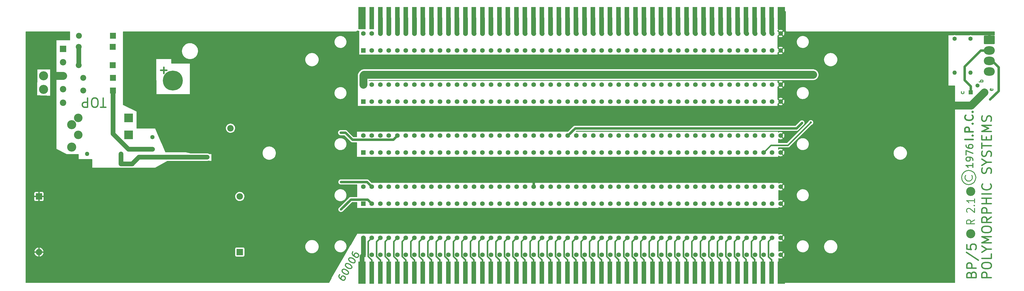
<source format=gtl>
G04 #@! TF.GenerationSoftware,KiCad,Pcbnew,(6.0.0)*
G04 #@! TF.CreationDate,2022-11-09T00:17:05-05:00*
G04 #@! TF.ProjectId,poly88 backplane rev 2.1,706f6c79-3838-4206-9261-636b706c616e,rev?*
G04 #@! TF.SameCoordinates,Original*
G04 #@! TF.FileFunction,Copper,L1,Top*
G04 #@! TF.FilePolarity,Positive*
%FSLAX46Y46*%
G04 Gerber Fmt 4.6, Leading zero omitted, Abs format (unit mm)*
G04 Created by KiCad (PCBNEW (6.0.0)) date 2022-11-09 00:17:05*
%MOMM*%
%LPD*%
G01*
G04 APERTURE LIST*
G04 Aperture macros list*
%AMRoundRect*
0 Rectangle with rounded corners*
0 $1 Rounding radius*
0 $2 $3 $4 $5 $6 $7 $8 $9 X,Y pos of 4 corners*
0 Add a 4 corners polygon primitive as box body*
4,1,4,$2,$3,$4,$5,$6,$7,$8,$9,$2,$3,0*
0 Add four circle primitives for the rounded corners*
1,1,$1+$1,$2,$3*
1,1,$1+$1,$4,$5*
1,1,$1+$1,$6,$7*
1,1,$1+$1,$8,$9*
0 Add four rect primitives between the rounded corners*
20,1,$1+$1,$2,$3,$4,$5,0*
20,1,$1+$1,$4,$5,$6,$7,0*
20,1,$1+$1,$6,$7,$8,$9,0*
20,1,$1+$1,$8,$9,$2,$3,0*%
G04 Aperture macros list end*
%ADD10C,0.300000*%
G04 #@! TA.AperFunction,NonConductor*
%ADD11C,0.300000*%
G04 #@! TD*
%ADD12C,0.400000*%
G04 #@! TA.AperFunction,NonConductor*
%ADD13C,0.400000*%
G04 #@! TD*
%ADD14C,0.500000*%
G04 #@! TA.AperFunction,NonConductor*
%ADD15C,0.500000*%
G04 #@! TD*
%ADD16C,0.600000*%
G04 #@! TA.AperFunction,NonConductor*
%ADD17C,0.600000*%
G04 #@! TD*
G04 #@! TA.AperFunction,ComponentPad*
%ADD18R,1.755000X1.755000*%
G04 #@! TD*
G04 #@! TA.AperFunction,ComponentPad*
%ADD19C,1.755000*%
G04 #@! TD*
G04 #@! TA.AperFunction,ComponentPad*
%ADD20R,2.200000X2.200000*%
G04 #@! TD*
G04 #@! TA.AperFunction,ComponentPad*
%ADD21O,2.200000X2.200000*%
G04 #@! TD*
G04 #@! TA.AperFunction,ComponentPad*
%ADD22R,3.200000X3.200000*%
G04 #@! TD*
G04 #@! TA.AperFunction,ComponentPad*
%ADD23O,3.200000X3.200000*%
G04 #@! TD*
G04 #@! TA.AperFunction,ComponentPad*
%ADD24C,1.600000*%
G04 #@! TD*
G04 #@! TA.AperFunction,ComponentPad*
%ADD25O,1.600000X1.600000*%
G04 #@! TD*
G04 #@! TA.AperFunction,ComponentPad*
%ADD26C,3.400000*%
G04 #@! TD*
G04 #@! TA.AperFunction,ComponentPad*
%ADD27C,7.450000*%
G04 #@! TD*
G04 #@! TA.AperFunction,ComponentPad*
%ADD28RoundRect,0.250000X-1.800000X1.330000X-1.800000X-1.330000X1.800000X-1.330000X1.800000X1.330000X0*%
G04 #@! TD*
G04 #@! TA.AperFunction,ComponentPad*
%ADD29O,4.100000X3.160000*%
G04 #@! TD*
G04 #@! TA.AperFunction,ComponentPad*
%ADD30R,1.600000X1.600000*%
G04 #@! TD*
G04 #@! TA.AperFunction,ComponentPad*
%ADD31R,2.400000X2.400000*%
G04 #@! TD*
G04 #@! TA.AperFunction,ComponentPad*
%ADD32C,2.400000*%
G04 #@! TD*
G04 #@! TA.AperFunction,ComponentPad*
%ADD33R,1.500000X1.500000*%
G04 #@! TD*
G04 #@! TA.AperFunction,ComponentPad*
%ADD34C,1.500000*%
G04 #@! TD*
G04 #@! TA.AperFunction,ComponentPad*
%ADD35O,2.400000X2.400000*%
G04 #@! TD*
G04 #@! TA.AperFunction,ConnectorPad*
%ADD36R,2.794000X8.382000*%
G04 #@! TD*
G04 #@! TA.AperFunction,ConnectorPad*
%ADD37R,1.778000X8.382000*%
G04 #@! TD*
G04 #@! TA.AperFunction,ViaPad*
%ADD38C,0.800000*%
G04 #@! TD*
G04 #@! TA.AperFunction,Conductor*
%ADD39C,3.000000*%
G04 #@! TD*
G04 #@! TA.AperFunction,Conductor*
%ADD40C,1.778000*%
G04 #@! TD*
G04 #@! TA.AperFunction,Conductor*
%ADD41C,0.900000*%
G04 #@! TD*
G04 #@! TA.AperFunction,Conductor*
%ADD42C,0.600000*%
G04 #@! TD*
G04 APERTURE END LIST*
D10*
D11*
X387592142Y-92985607D02*
X387663571Y-93128464D01*
X387663571Y-93414178D01*
X387592142Y-93557035D01*
X387520714Y-93628464D01*
X387377857Y-93699892D01*
X386949285Y-93699892D01*
X386806428Y-93628464D01*
X386735000Y-93557035D01*
X386663571Y-93414178D01*
X386663571Y-93128464D01*
X386735000Y-92985607D01*
D12*
D13*
X390909952Y-119821892D02*
X390909952Y-121250464D01*
X390909952Y-120536178D02*
X388409952Y-120536178D01*
X388767095Y-120774273D01*
X389005190Y-121012369D01*
X389124238Y-121250464D01*
X390909952Y-118631416D02*
X390909952Y-118155226D01*
X390790904Y-117917130D01*
X390671857Y-117798083D01*
X390314714Y-117559988D01*
X389838523Y-117440940D01*
X388886142Y-117440940D01*
X388648047Y-117559988D01*
X388529000Y-117679035D01*
X388409952Y-117917130D01*
X388409952Y-118393321D01*
X388529000Y-118631416D01*
X388648047Y-118750464D01*
X388886142Y-118869511D01*
X389481380Y-118869511D01*
X389719476Y-118750464D01*
X389838523Y-118631416D01*
X389957571Y-118393321D01*
X389957571Y-117917130D01*
X389838523Y-117679035D01*
X389719476Y-117559988D01*
X389481380Y-117440940D01*
X388409952Y-116607607D02*
X388409952Y-114940940D01*
X390909952Y-116012369D01*
X388409952Y-112917130D02*
X388409952Y-113393321D01*
X388529000Y-113631416D01*
X388648047Y-113750464D01*
X389005190Y-113988559D01*
X389481380Y-114107607D01*
X390433761Y-114107607D01*
X390671857Y-113988559D01*
X390790904Y-113869511D01*
X390909952Y-113631416D01*
X390909952Y-113155226D01*
X390790904Y-112917130D01*
X390671857Y-112798083D01*
X390433761Y-112679035D01*
X389838523Y-112679035D01*
X389600428Y-112798083D01*
X389481380Y-112917130D01*
X389362333Y-113155226D01*
X389362333Y-113631416D01*
X389481380Y-113869511D01*
X389600428Y-113988559D01*
X389838523Y-114107607D01*
D10*
D11*
X391644142Y-140947511D02*
X390215571Y-141780845D01*
X391644142Y-142376083D02*
X388644142Y-142376083D01*
X388644142Y-141423702D01*
X388787000Y-141185607D01*
X388929857Y-141066559D01*
X389215571Y-140947511D01*
X389644142Y-140947511D01*
X389929857Y-141066559D01*
X390072714Y-141185607D01*
X390215571Y-141423702D01*
X390215571Y-142376083D01*
X388929857Y-138090369D02*
X388787000Y-137971321D01*
X388644142Y-137733226D01*
X388644142Y-137137988D01*
X388787000Y-136899892D01*
X388929857Y-136780845D01*
X389215571Y-136661797D01*
X389501285Y-136661797D01*
X389929857Y-136780845D01*
X391644142Y-138209416D01*
X391644142Y-136661797D01*
X391358428Y-135590369D02*
X391501285Y-135471321D01*
X391644142Y-135590369D01*
X391501285Y-135709416D01*
X391358428Y-135590369D01*
X391644142Y-135590369D01*
X391644142Y-133090369D02*
X391644142Y-134518940D01*
X391644142Y-133804654D02*
X388644142Y-133804654D01*
X389072714Y-134042750D01*
X389358428Y-134280845D01*
X389501285Y-134518940D01*
D12*
D13*
X154542373Y-161387844D02*
X154294754Y-161816732D01*
X154278166Y-162093082D01*
X154323484Y-162262209D01*
X154521341Y-162662367D01*
X154888325Y-163017208D01*
X155746103Y-163512447D01*
X156022452Y-163529034D01*
X156191579Y-163483716D01*
X156422610Y-163331177D01*
X156670229Y-162902288D01*
X156686817Y-162625939D01*
X156641499Y-162456812D01*
X156488960Y-162225780D01*
X155952849Y-161916256D01*
X155676500Y-161899669D01*
X155507373Y-161944987D01*
X155276341Y-162097526D01*
X155028722Y-162526415D01*
X155012134Y-162802764D01*
X155057452Y-162971891D01*
X155209992Y-163202923D01*
X155470944Y-159779511D02*
X155594754Y-159565066D01*
X155825786Y-159412527D01*
X155994912Y-159367209D01*
X156271262Y-159383797D01*
X156762055Y-159524194D01*
X157298166Y-159833717D01*
X157665150Y-160188559D01*
X157817690Y-160419590D01*
X157863007Y-160588717D01*
X157846420Y-160865066D01*
X157722610Y-161079511D01*
X157491579Y-161232050D01*
X157322452Y-161277368D01*
X157046103Y-161260781D01*
X156555309Y-161120384D01*
X156019198Y-160810860D01*
X155652214Y-160456019D01*
X155499674Y-160224987D01*
X155454357Y-160055860D01*
X155470944Y-159779511D01*
X156709040Y-157635067D02*
X156832849Y-157420623D01*
X157063881Y-157268083D01*
X157233008Y-157222765D01*
X157509357Y-157239353D01*
X158000150Y-157379750D01*
X158536261Y-157689273D01*
X158903245Y-158044115D01*
X159055785Y-158275146D01*
X159101102Y-158444273D01*
X159084515Y-158720623D01*
X158960706Y-158935067D01*
X158729674Y-159087607D01*
X158560547Y-159132924D01*
X158284198Y-159116337D01*
X157793404Y-158975940D01*
X157257293Y-158666416D01*
X156890309Y-158311575D01*
X156737770Y-158080543D01*
X156692452Y-157911416D01*
X156709040Y-157635067D01*
X157947135Y-155490623D02*
X158070944Y-155276179D01*
X158301976Y-155123639D01*
X158471103Y-155078322D01*
X158747452Y-155094909D01*
X159238246Y-155235306D01*
X159774357Y-155544830D01*
X160141341Y-155899671D01*
X160293880Y-156130703D01*
X160339198Y-156299830D01*
X160322610Y-156576179D01*
X160198801Y-156790623D01*
X159967769Y-156943163D01*
X159798642Y-156988480D01*
X159522293Y-156971893D01*
X159031499Y-156831496D01*
X158495388Y-156521972D01*
X158128404Y-156167131D01*
X157975865Y-155936099D01*
X157930547Y-155766972D01*
X157947135Y-155490623D01*
X159494754Y-152810068D02*
X159247135Y-153238957D01*
X159230547Y-153515306D01*
X159275865Y-153684433D01*
X159473722Y-154084592D01*
X159840706Y-154439433D01*
X160698483Y-154934671D01*
X160974833Y-154951258D01*
X161143960Y-154905941D01*
X161374991Y-154753401D01*
X161622610Y-154324513D01*
X161639198Y-154048163D01*
X161593880Y-153879037D01*
X161441341Y-153648005D01*
X160905230Y-153338481D01*
X160628880Y-153321894D01*
X160459754Y-153367211D01*
X160228722Y-153519751D01*
X159981103Y-153948640D01*
X159964515Y-154224989D01*
X160009833Y-154394116D01*
X160162373Y-154625147D01*
D10*
D11*
X388286904Y-124330845D02*
X388096428Y-124711797D01*
X388096428Y-125473702D01*
X388286904Y-125854654D01*
X388667857Y-126235607D01*
X389048809Y-126426083D01*
X389810714Y-126426083D01*
X390191666Y-126235607D01*
X390572619Y-125854654D01*
X390763095Y-125473702D01*
X390763095Y-124711797D01*
X390572619Y-124330845D01*
X386763095Y-125092750D02*
X386953571Y-126045130D01*
X387525000Y-126997511D01*
X388477380Y-127568940D01*
X389429761Y-127759416D01*
X390382142Y-127568940D01*
X391334523Y-126997511D01*
X391905952Y-126045130D01*
X392096428Y-125092750D01*
X391905952Y-124140369D01*
X391334523Y-123187988D01*
X390382142Y-122616559D01*
X389429761Y-122426083D01*
X388477380Y-122616559D01*
X387525000Y-123187988D01*
X386953571Y-124140369D01*
X386763095Y-125092750D01*
D10*
D11*
X398387142Y-91914035D02*
X398458571Y-92056892D01*
X398458571Y-92342607D01*
X398387142Y-92485464D01*
X398244285Y-92556892D01*
X397672857Y-92556892D01*
X397530000Y-92485464D01*
X397458571Y-92342607D01*
X397458571Y-92056892D01*
X397530000Y-91914035D01*
X397672857Y-91842607D01*
X397815714Y-91842607D01*
X397958571Y-92556892D01*
D14*
D15*
X67337333Y-98815416D02*
X65337333Y-98815416D01*
X66337333Y-95315416D02*
X66337333Y-98815416D01*
X63504000Y-98815416D02*
X62837333Y-98815416D01*
X62504000Y-98648750D01*
X62170666Y-98315416D01*
X62004000Y-97648750D01*
X62004000Y-96482083D01*
X62170666Y-95815416D01*
X62504000Y-95482083D01*
X62837333Y-95315416D01*
X63504000Y-95315416D01*
X63837333Y-95482083D01*
X64170666Y-95815416D01*
X64337333Y-96482083D01*
X64337333Y-97648750D01*
X64170666Y-98315416D01*
X63837333Y-98648750D01*
X63504000Y-98815416D01*
X60504000Y-95315416D02*
X60504000Y-98815416D01*
X59170666Y-98815416D01*
X58837333Y-98648750D01*
X58670666Y-98482083D01*
X58504000Y-98148750D01*
X58504000Y-97648750D01*
X58670666Y-97315416D01*
X58837333Y-97148750D01*
X59170666Y-96982083D01*
X60504000Y-96982083D01*
D14*
D15*
X390394500Y-161375750D02*
X390561166Y-160875750D01*
X390727833Y-160709083D01*
X391061166Y-160542416D01*
X391561166Y-160542416D01*
X391894500Y-160709083D01*
X392061166Y-160875750D01*
X392227833Y-161209083D01*
X392227833Y-162542416D01*
X388727833Y-162542416D01*
X388727833Y-161375750D01*
X388894500Y-161042416D01*
X389061166Y-160875750D01*
X389394500Y-160709083D01*
X389727833Y-160709083D01*
X390061166Y-160875750D01*
X390227833Y-161042416D01*
X390394500Y-161375750D01*
X390394500Y-162542416D01*
X392227833Y-159042416D02*
X388727833Y-159042416D01*
X388727833Y-157709083D01*
X388894500Y-157375750D01*
X389061166Y-157209083D01*
X389394500Y-157042416D01*
X389894500Y-157042416D01*
X390227833Y-157209083D01*
X390394500Y-157375750D01*
X390561166Y-157709083D01*
X390561166Y-159042416D01*
X388561166Y-153042416D02*
X393061166Y-156042416D01*
X388727833Y-150209083D02*
X388727833Y-151875750D01*
X390394500Y-152042416D01*
X390227833Y-151875750D01*
X390061166Y-151542416D01*
X390061166Y-150709083D01*
X390227833Y-150375750D01*
X390394500Y-150209083D01*
X390727833Y-150042416D01*
X391561166Y-150042416D01*
X391894500Y-150209083D01*
X392061166Y-150375750D01*
X392227833Y-150709083D01*
X392227833Y-151542416D01*
X392061166Y-151875750D01*
X391894500Y-152042416D01*
X397862833Y-162542416D02*
X394362833Y-162542416D01*
X394362833Y-161209083D01*
X394529500Y-160875750D01*
X394696166Y-160709083D01*
X395029500Y-160542416D01*
X395529500Y-160542416D01*
X395862833Y-160709083D01*
X396029500Y-160875750D01*
X396196166Y-161209083D01*
X396196166Y-162542416D01*
X394362833Y-158375750D02*
X394362833Y-157709083D01*
X394529500Y-157375750D01*
X394862833Y-157042416D01*
X395529500Y-156875750D01*
X396696166Y-156875750D01*
X397362833Y-157042416D01*
X397696166Y-157375750D01*
X397862833Y-157709083D01*
X397862833Y-158375750D01*
X397696166Y-158709083D01*
X397362833Y-159042416D01*
X396696166Y-159209083D01*
X395529500Y-159209083D01*
X394862833Y-159042416D01*
X394529500Y-158709083D01*
X394362833Y-158375750D01*
X397862833Y-153709083D02*
X397862833Y-155375750D01*
X394362833Y-155375750D01*
X396196166Y-151875750D02*
X397862833Y-151875750D01*
X394362833Y-153042416D02*
X396196166Y-151875750D01*
X394362833Y-150709083D01*
X397862833Y-149542416D02*
X394362833Y-149542416D01*
X396862833Y-148375750D01*
X394362833Y-147209083D01*
X397862833Y-147209083D01*
X394362833Y-144875750D02*
X394362833Y-144209083D01*
X394529500Y-143875750D01*
X394862833Y-143542416D01*
X395529500Y-143375750D01*
X396696166Y-143375750D01*
X397362833Y-143542416D01*
X397696166Y-143875750D01*
X397862833Y-144209083D01*
X397862833Y-144875750D01*
X397696166Y-145209083D01*
X397362833Y-145542416D01*
X396696166Y-145709083D01*
X395529500Y-145709083D01*
X394862833Y-145542416D01*
X394529500Y-145209083D01*
X394362833Y-144875750D01*
X397862833Y-139875750D02*
X396196166Y-141042416D01*
X397862833Y-141875750D02*
X394362833Y-141875750D01*
X394362833Y-140542416D01*
X394529500Y-140209083D01*
X394696166Y-140042416D01*
X395029500Y-139875750D01*
X395529500Y-139875750D01*
X395862833Y-140042416D01*
X396029500Y-140209083D01*
X396196166Y-140542416D01*
X396196166Y-141875750D01*
X397862833Y-138375750D02*
X394362833Y-138375750D01*
X394362833Y-137042416D01*
X394529500Y-136709083D01*
X394696166Y-136542416D01*
X395029500Y-136375750D01*
X395529500Y-136375750D01*
X395862833Y-136542416D01*
X396029500Y-136709083D01*
X396196166Y-137042416D01*
X396196166Y-138375750D01*
X397862833Y-134875750D02*
X394362833Y-134875750D01*
X396029500Y-134875750D02*
X396029500Y-132875750D01*
X397862833Y-132875750D02*
X394362833Y-132875750D01*
X397862833Y-131209083D02*
X394362833Y-131209083D01*
X397529500Y-127542416D02*
X397696166Y-127709083D01*
X397862833Y-128209083D01*
X397862833Y-128542416D01*
X397696166Y-129042416D01*
X397362833Y-129375750D01*
X397029500Y-129542416D01*
X396362833Y-129709083D01*
X395862833Y-129709083D01*
X395196166Y-129542416D01*
X394862833Y-129375750D01*
X394529500Y-129042416D01*
X394362833Y-128542416D01*
X394362833Y-128209083D01*
X394529500Y-127709083D01*
X394696166Y-127542416D01*
X397696166Y-123542416D02*
X397862833Y-123042416D01*
X397862833Y-122209083D01*
X397696166Y-121875750D01*
X397529500Y-121709083D01*
X397196166Y-121542416D01*
X396862833Y-121542416D01*
X396529500Y-121709083D01*
X396362833Y-121875750D01*
X396196166Y-122209083D01*
X396029500Y-122875750D01*
X395862833Y-123209083D01*
X395696166Y-123375750D01*
X395362833Y-123542416D01*
X395029500Y-123542416D01*
X394696166Y-123375750D01*
X394529500Y-123209083D01*
X394362833Y-122875750D01*
X394362833Y-122042416D01*
X394529500Y-121542416D01*
X396196166Y-119375750D02*
X397862833Y-119375750D01*
X394362833Y-120542416D02*
X396196166Y-119375750D01*
X394362833Y-118209083D01*
X397696166Y-117209083D02*
X397862833Y-116709083D01*
X397862833Y-115875750D01*
X397696166Y-115542416D01*
X397529500Y-115375750D01*
X397196166Y-115209083D01*
X396862833Y-115209083D01*
X396529500Y-115375750D01*
X396362833Y-115542416D01*
X396196166Y-115875750D01*
X396029500Y-116542416D01*
X395862833Y-116875750D01*
X395696166Y-117042416D01*
X395362833Y-117209083D01*
X395029500Y-117209083D01*
X394696166Y-117042416D01*
X394529500Y-116875750D01*
X394362833Y-116542416D01*
X394362833Y-115709083D01*
X394529500Y-115209083D01*
X394362833Y-114209083D02*
X394362833Y-112209083D01*
X397862833Y-113209083D02*
X394362833Y-113209083D01*
X396029500Y-111042416D02*
X396029500Y-109875750D01*
X397862833Y-109375750D02*
X397862833Y-111042416D01*
X394362833Y-111042416D01*
X394362833Y-109375750D01*
X397862833Y-107875750D02*
X394362833Y-107875750D01*
X396862833Y-106709083D01*
X394362833Y-105542416D01*
X397862833Y-105542416D01*
X397696166Y-104042416D02*
X397862833Y-103542416D01*
X397862833Y-102709083D01*
X397696166Y-102375750D01*
X397529500Y-102209083D01*
X397196166Y-102042416D01*
X396862833Y-102042416D01*
X396529500Y-102209083D01*
X396362833Y-102375750D01*
X396196166Y-102709083D01*
X396029500Y-103375750D01*
X395862833Y-103709083D01*
X395696166Y-103875750D01*
X395362833Y-104042416D01*
X395029500Y-104042416D01*
X394696166Y-103875750D01*
X394529500Y-103709083D01*
X394362833Y-103375750D01*
X394362833Y-102542416D01*
X394529500Y-102042416D01*
D10*
D11*
X394775571Y-89346178D02*
X393275571Y-89346178D01*
X393847000Y-89346178D02*
X393775571Y-89203321D01*
X393775571Y-88917607D01*
X393847000Y-88774750D01*
X393918428Y-88703321D01*
X394061285Y-88631892D01*
X394489857Y-88631892D01*
X394632714Y-88703321D01*
X394704142Y-88774750D01*
X394775571Y-88917607D01*
X394775571Y-89203321D01*
X394704142Y-89346178D01*
D16*
D17*
X391009142Y-110804607D02*
X388009142Y-110804607D01*
X390723428Y-109376035D02*
X390866285Y-109233178D01*
X391009142Y-109376035D01*
X390866285Y-109518892D01*
X390723428Y-109376035D01*
X391009142Y-109376035D01*
X391009142Y-107947464D02*
X388009142Y-107947464D01*
X388009142Y-106804607D01*
X388152000Y-106518892D01*
X388294857Y-106376035D01*
X388580571Y-106233178D01*
X389009142Y-106233178D01*
X389294857Y-106376035D01*
X389437714Y-106518892D01*
X389580571Y-106804607D01*
X389580571Y-107947464D01*
X390723428Y-104947464D02*
X390866285Y-104804607D01*
X391009142Y-104947464D01*
X390866285Y-105090321D01*
X390723428Y-104947464D01*
X391009142Y-104947464D01*
X390723428Y-101804607D02*
X390866285Y-101947464D01*
X391009142Y-102376035D01*
X391009142Y-102661750D01*
X390866285Y-103090321D01*
X390580571Y-103376035D01*
X390294857Y-103518892D01*
X389723428Y-103661750D01*
X389294857Y-103661750D01*
X388723428Y-103518892D01*
X388437714Y-103376035D01*
X388152000Y-103090321D01*
X388009142Y-102661750D01*
X388009142Y-102376035D01*
X388152000Y-101947464D01*
X388294857Y-101804607D01*
X390723428Y-100518892D02*
X390866285Y-100376035D01*
X391009142Y-100518892D01*
X390866285Y-100661750D01*
X390723428Y-100518892D01*
X391009142Y-100518892D01*
D16*
D17*
X87773142Y-84940035D02*
X90058857Y-84940035D01*
X88916000Y-86082892D02*
X88916000Y-83797178D01*
D18*
X163406000Y-77554750D03*
D19*
X166586000Y-77554750D03*
X169766000Y-77554750D03*
X172946000Y-77554750D03*
X176126000Y-77554750D03*
X179306000Y-77554750D03*
X182486000Y-77554750D03*
X185666000Y-77554750D03*
X188846000Y-77554750D03*
X192026000Y-77554750D03*
X195206000Y-77554750D03*
X198386000Y-77554750D03*
X201566000Y-77554750D03*
X204746000Y-77554750D03*
X207926000Y-77554750D03*
X211106000Y-77554750D03*
X214286000Y-77554750D03*
X217466000Y-77554750D03*
X220646000Y-77554750D03*
X223826000Y-77554750D03*
X227006000Y-77554750D03*
X230186000Y-77554750D03*
X233366000Y-77554750D03*
X236546000Y-77554750D03*
X239726000Y-77554750D03*
X242906000Y-77554750D03*
X246086000Y-77554750D03*
X249266000Y-77554750D03*
X252446000Y-77554750D03*
X255626000Y-77554750D03*
X258806000Y-77554750D03*
X261986000Y-77554750D03*
X265166000Y-77554750D03*
X268346000Y-77554750D03*
X271526000Y-77554750D03*
X274706000Y-77554750D03*
X277886000Y-77554750D03*
X281066000Y-77554750D03*
X284246000Y-77554750D03*
X287426000Y-77554750D03*
X290606000Y-77554750D03*
X293786000Y-77554750D03*
X296966000Y-77554750D03*
X300146000Y-77554750D03*
X303326000Y-77554750D03*
X306506000Y-77554750D03*
X309686000Y-77554750D03*
X312866000Y-77554750D03*
X316046000Y-77554750D03*
X319226000Y-77554750D03*
X163406000Y-71204750D03*
X166586000Y-71204750D03*
X169766000Y-71204750D03*
X172946000Y-71204750D03*
X176126000Y-71204750D03*
X179306000Y-71204750D03*
X182486000Y-71204750D03*
X185666000Y-71204750D03*
X188846000Y-71204750D03*
X192026000Y-71204750D03*
X195206000Y-71204750D03*
X198386000Y-71204750D03*
X201566000Y-71204750D03*
X204746000Y-71204750D03*
X207926000Y-71204750D03*
X211106000Y-71204750D03*
X214286000Y-71204750D03*
X217466000Y-71204750D03*
X220646000Y-71204750D03*
X223826000Y-71204750D03*
X227006000Y-71204750D03*
X230186000Y-71204750D03*
X233366000Y-71204750D03*
X236546000Y-71204750D03*
X239726000Y-71204750D03*
X242906000Y-71204750D03*
X246086000Y-71204750D03*
X249266000Y-71204750D03*
X252446000Y-71204750D03*
X255626000Y-71204750D03*
X258806000Y-71204750D03*
X261986000Y-71204750D03*
X265166000Y-71204750D03*
X268346000Y-71204750D03*
X271526000Y-71204750D03*
X274706000Y-71204750D03*
X277886000Y-71204750D03*
X281066000Y-71204750D03*
X284246000Y-71204750D03*
X287426000Y-71204750D03*
X290606000Y-71204750D03*
X293786000Y-71204750D03*
X296966000Y-71204750D03*
X300146000Y-71204750D03*
X303326000Y-71204750D03*
X306506000Y-71204750D03*
X309686000Y-71204750D03*
X312866000Y-71204750D03*
X316046000Y-71204750D03*
X319226000Y-71204750D03*
D20*
X69966000Y-92534750D03*
D21*
X58876000Y-92534750D03*
D22*
X75826000Y-102784750D03*
D23*
X56996000Y-102784750D03*
D24*
X72906000Y-120004750D03*
D25*
X60296000Y-120004750D03*
D24*
X72906000Y-116284750D03*
D25*
X60296000Y-116284750D03*
D26*
X54531000Y-105354750D03*
D27*
X92351000Y-88789750D03*
X105131000Y-88789750D03*
D28*
X397131000Y-73574750D03*
D29*
X397131000Y-77534750D03*
X397131000Y-81494750D03*
X397131000Y-85454750D03*
D30*
X77106000Y-120004750D03*
D25*
X92346000Y-120004750D03*
D20*
X69966000Y-87784750D03*
D21*
X58876000Y-87784750D03*
D24*
X84696000Y-114474750D03*
D25*
X99936000Y-114474750D03*
D18*
X163406000Y-115779750D03*
D19*
X166586000Y-115779750D03*
X169766000Y-115779750D03*
X172946000Y-115779750D03*
X176126000Y-115779750D03*
X179306000Y-115779750D03*
X182486000Y-115779750D03*
X185666000Y-115779750D03*
X188846000Y-115779750D03*
X192026000Y-115779750D03*
X195206000Y-115779750D03*
X198386000Y-115779750D03*
X201566000Y-115779750D03*
X204746000Y-115779750D03*
X207926000Y-115779750D03*
X211106000Y-115779750D03*
X214286000Y-115779750D03*
X217466000Y-115779750D03*
X220646000Y-115779750D03*
X223826000Y-115779750D03*
X227006000Y-115779750D03*
X230186000Y-115779750D03*
X233366000Y-115779750D03*
X236546000Y-115779750D03*
X239726000Y-115779750D03*
X242906000Y-115779750D03*
X246086000Y-115779750D03*
X249266000Y-115779750D03*
X252446000Y-115779750D03*
X255626000Y-115779750D03*
X258806000Y-115779750D03*
X261986000Y-115779750D03*
X265166000Y-115779750D03*
X268346000Y-115779750D03*
X271526000Y-115779750D03*
X274706000Y-115779750D03*
X277886000Y-115779750D03*
X281066000Y-115779750D03*
X284246000Y-115779750D03*
X287426000Y-115779750D03*
X290606000Y-115779750D03*
X293786000Y-115779750D03*
X296966000Y-115779750D03*
X300146000Y-115779750D03*
X303326000Y-115779750D03*
X306506000Y-115779750D03*
X309686000Y-115779750D03*
X312866000Y-115779750D03*
X316046000Y-115779750D03*
X319226000Y-115779750D03*
X163406000Y-109429750D03*
X166586000Y-109429750D03*
X169766000Y-109429750D03*
X172946000Y-109429750D03*
X176126000Y-109429750D03*
X179306000Y-109429750D03*
X182486000Y-109429750D03*
X185666000Y-109429750D03*
X188846000Y-109429750D03*
X192026000Y-109429750D03*
X195206000Y-109429750D03*
X198386000Y-109429750D03*
X201566000Y-109429750D03*
X204746000Y-109429750D03*
X207926000Y-109429750D03*
X211106000Y-109429750D03*
X214286000Y-109429750D03*
X217466000Y-109429750D03*
X220646000Y-109429750D03*
X223826000Y-109429750D03*
X227006000Y-109429750D03*
X230186000Y-109429750D03*
X233366000Y-109429750D03*
X236546000Y-109429750D03*
X239726000Y-109429750D03*
X242906000Y-109429750D03*
X246086000Y-109429750D03*
X249266000Y-109429750D03*
X252446000Y-109429750D03*
X255626000Y-109429750D03*
X258806000Y-109429750D03*
X261986000Y-109429750D03*
X265166000Y-109429750D03*
X268346000Y-109429750D03*
X271526000Y-109429750D03*
X274706000Y-109429750D03*
X277886000Y-109429750D03*
X281066000Y-109429750D03*
X284246000Y-109429750D03*
X287426000Y-109429750D03*
X290606000Y-109429750D03*
X293786000Y-109429750D03*
X296966000Y-109429750D03*
X300146000Y-109429750D03*
X303326000Y-109429750D03*
X306506000Y-109429750D03*
X309686000Y-109429750D03*
X312866000Y-109429750D03*
X316046000Y-109429750D03*
X319226000Y-109429750D03*
D31*
X51366000Y-76954750D03*
D32*
X51366000Y-81984750D03*
X51366000Y-87014750D03*
X51366000Y-92044750D03*
X51366000Y-97074750D03*
D22*
X75826000Y-109164750D03*
D23*
X56996000Y-109164750D03*
D20*
X69866000Y-76204750D03*
D21*
X57166000Y-76204750D03*
D24*
X390126000Y-73124750D03*
D25*
X390126000Y-85824750D03*
D33*
X390156000Y-93254750D03*
D34*
X392696000Y-90714750D03*
X395236000Y-93254750D03*
D32*
X113856000Y-106644750D03*
D35*
X113856000Y-121884750D03*
D26*
X40406000Y-105874750D03*
D24*
X84696000Y-109974750D03*
D25*
X99936000Y-109974750D03*
D18*
X163406000Y-96667250D03*
D19*
X166586000Y-96667250D03*
X169766000Y-96667250D03*
X172946000Y-96667250D03*
X176126000Y-96667250D03*
X179306000Y-96667250D03*
X182486000Y-96667250D03*
X185666000Y-96667250D03*
X188846000Y-96667250D03*
X192026000Y-96667250D03*
X195206000Y-96667250D03*
X198386000Y-96667250D03*
X201566000Y-96667250D03*
X204746000Y-96667250D03*
X207926000Y-96667250D03*
X211106000Y-96667250D03*
X214286000Y-96667250D03*
X217466000Y-96667250D03*
X220646000Y-96667250D03*
X223826000Y-96667250D03*
X227006000Y-96667250D03*
X230186000Y-96667250D03*
X233366000Y-96667250D03*
X236546000Y-96667250D03*
X239726000Y-96667250D03*
X242906000Y-96667250D03*
X246086000Y-96667250D03*
X249266000Y-96667250D03*
X252446000Y-96667250D03*
X255626000Y-96667250D03*
X258806000Y-96667250D03*
X261986000Y-96667250D03*
X265166000Y-96667250D03*
X268346000Y-96667250D03*
X271526000Y-96667250D03*
X274706000Y-96667250D03*
X277886000Y-96667250D03*
X281066000Y-96667250D03*
X284246000Y-96667250D03*
X287426000Y-96667250D03*
X290606000Y-96667250D03*
X293786000Y-96667250D03*
X296966000Y-96667250D03*
X300146000Y-96667250D03*
X303326000Y-96667250D03*
X306506000Y-96667250D03*
X309686000Y-96667250D03*
X312866000Y-96667250D03*
X316046000Y-96667250D03*
X319226000Y-96667250D03*
X163406000Y-90317250D03*
X166586000Y-90317250D03*
X169766000Y-90317250D03*
X172946000Y-90317250D03*
X176126000Y-90317250D03*
X179306000Y-90317250D03*
X182486000Y-90317250D03*
X185666000Y-90317250D03*
X188846000Y-90317250D03*
X192026000Y-90317250D03*
X195206000Y-90317250D03*
X198386000Y-90317250D03*
X201566000Y-90317250D03*
X204746000Y-90317250D03*
X207926000Y-90317250D03*
X211106000Y-90317250D03*
X214286000Y-90317250D03*
X217466000Y-90317250D03*
X220646000Y-90317250D03*
X223826000Y-90317250D03*
X227006000Y-90317250D03*
X230186000Y-90317250D03*
X233366000Y-90317250D03*
X236546000Y-90317250D03*
X239726000Y-90317250D03*
X242906000Y-90317250D03*
X246086000Y-90317250D03*
X249266000Y-90317250D03*
X252446000Y-90317250D03*
X255626000Y-90317250D03*
X258806000Y-90317250D03*
X261986000Y-90317250D03*
X265166000Y-90317250D03*
X268346000Y-90317250D03*
X271526000Y-90317250D03*
X274706000Y-90317250D03*
X277886000Y-90317250D03*
X281066000Y-90317250D03*
X284246000Y-90317250D03*
X287426000Y-90317250D03*
X290606000Y-90317250D03*
X293786000Y-90317250D03*
X296966000Y-90317250D03*
X300146000Y-90317250D03*
X303326000Y-90317250D03*
X306506000Y-90317250D03*
X309686000Y-90317250D03*
X312866000Y-90317250D03*
X316046000Y-90317250D03*
X319226000Y-90317250D03*
D26*
X44086000Y-92084750D03*
D24*
X105086000Y-117454750D03*
X105086000Y-107454750D03*
D26*
X54531000Y-113744750D03*
D31*
X117326000Y-152984750D03*
D35*
X42326000Y-152984750D03*
D26*
X44086000Y-87059750D03*
X390160000Y-146174750D03*
X390160000Y-130299750D03*
X44086000Y-82034750D03*
X40406000Y-114114750D03*
D20*
X69966000Y-72014750D03*
D21*
X57266000Y-72014750D03*
D24*
X384136000Y-73124750D03*
D25*
X384136000Y-85824750D03*
D31*
X42326000Y-132184750D03*
D35*
X117326000Y-132184750D03*
D18*
X163406000Y-154004750D03*
D19*
X166586000Y-154004750D03*
X169766000Y-154004750D03*
X172946000Y-154004750D03*
X176126000Y-154004750D03*
X179306000Y-154004750D03*
X182486000Y-154004750D03*
X185666000Y-154004750D03*
X188846000Y-154004750D03*
X192026000Y-154004750D03*
X195206000Y-154004750D03*
X198386000Y-154004750D03*
X201566000Y-154004750D03*
X204746000Y-154004750D03*
X207926000Y-154004750D03*
X211106000Y-154004750D03*
X214286000Y-154004750D03*
X217466000Y-154004750D03*
X220646000Y-154004750D03*
X223826000Y-154004750D03*
X227006000Y-154004750D03*
X230186000Y-154004750D03*
X233366000Y-154004750D03*
X236546000Y-154004750D03*
X239726000Y-154004750D03*
X242906000Y-154004750D03*
X246086000Y-154004750D03*
X249266000Y-154004750D03*
X252446000Y-154004750D03*
X255626000Y-154004750D03*
X258806000Y-154004750D03*
X261986000Y-154004750D03*
X265166000Y-154004750D03*
X268346000Y-154004750D03*
X271526000Y-154004750D03*
X274706000Y-154004750D03*
X277886000Y-154004750D03*
X281066000Y-154004750D03*
X284246000Y-154004750D03*
X287426000Y-154004750D03*
X290606000Y-154004750D03*
X293786000Y-154004750D03*
X296966000Y-154004750D03*
X300146000Y-154004750D03*
X303326000Y-154004750D03*
X306506000Y-154004750D03*
X309686000Y-154004750D03*
X312866000Y-154004750D03*
X316046000Y-154004750D03*
X319226000Y-154004750D03*
X163406000Y-147654750D03*
X166586000Y-147654750D03*
X169766000Y-147654750D03*
X172946000Y-147654750D03*
X176126000Y-147654750D03*
X179306000Y-147654750D03*
X182486000Y-147654750D03*
X185666000Y-147654750D03*
X188846000Y-147654750D03*
X192026000Y-147654750D03*
X195206000Y-147654750D03*
X198386000Y-147654750D03*
X201566000Y-147654750D03*
X204746000Y-147654750D03*
X207926000Y-147654750D03*
X211106000Y-147654750D03*
X214286000Y-147654750D03*
X217466000Y-147654750D03*
X220646000Y-147654750D03*
X223826000Y-147654750D03*
X227006000Y-147654750D03*
X230186000Y-147654750D03*
X233366000Y-147654750D03*
X236546000Y-147654750D03*
X239726000Y-147654750D03*
X242906000Y-147654750D03*
X246086000Y-147654750D03*
X249266000Y-147654750D03*
X252446000Y-147654750D03*
X255626000Y-147654750D03*
X258806000Y-147654750D03*
X261986000Y-147654750D03*
X265166000Y-147654750D03*
X268346000Y-147654750D03*
X271526000Y-147654750D03*
X274706000Y-147654750D03*
X277886000Y-147654750D03*
X281066000Y-147654750D03*
X284246000Y-147654750D03*
X287426000Y-147654750D03*
X290606000Y-147654750D03*
X293786000Y-147654750D03*
X296966000Y-147654750D03*
X300146000Y-147654750D03*
X303326000Y-147654750D03*
X306506000Y-147654750D03*
X309686000Y-147654750D03*
X312866000Y-147654750D03*
X316046000Y-147654750D03*
X319226000Y-147654750D03*
D20*
X69866000Y-83054750D03*
D21*
X57166000Y-83054750D03*
D18*
X163406000Y-134892250D03*
D19*
X166586000Y-134892250D03*
X169766000Y-134892250D03*
X172946000Y-134892250D03*
X176126000Y-134892250D03*
X179306000Y-134892250D03*
X182486000Y-134892250D03*
X185666000Y-134892250D03*
X188846000Y-134892250D03*
X192026000Y-134892250D03*
X195206000Y-134892250D03*
X198386000Y-134892250D03*
X201566000Y-134892250D03*
X204746000Y-134892250D03*
X207926000Y-134892250D03*
X211106000Y-134892250D03*
X214286000Y-134892250D03*
X217466000Y-134892250D03*
X220646000Y-134892250D03*
X223826000Y-134892250D03*
X227006000Y-134892250D03*
X230186000Y-134892250D03*
X233366000Y-134892250D03*
X236546000Y-134892250D03*
X239726000Y-134892250D03*
X242906000Y-134892250D03*
X246086000Y-134892250D03*
X249266000Y-134892250D03*
X252446000Y-134892250D03*
X255626000Y-134892250D03*
X258806000Y-134892250D03*
X261986000Y-134892250D03*
X265166000Y-134892250D03*
X268346000Y-134892250D03*
X271526000Y-134892250D03*
X274706000Y-134892250D03*
X277886000Y-134892250D03*
X281066000Y-134892250D03*
X284246000Y-134892250D03*
X287426000Y-134892250D03*
X290606000Y-134892250D03*
X293786000Y-134892250D03*
X296966000Y-134892250D03*
X300146000Y-134892250D03*
X303326000Y-134892250D03*
X306506000Y-134892250D03*
X309686000Y-134892250D03*
X312866000Y-134892250D03*
X316046000Y-134892250D03*
X319226000Y-134892250D03*
X163406000Y-128542250D03*
X166586000Y-128542250D03*
X169766000Y-128542250D03*
X172946000Y-128542250D03*
X176126000Y-128542250D03*
X179306000Y-128542250D03*
X182486000Y-128542250D03*
X185666000Y-128542250D03*
X188846000Y-128542250D03*
X192026000Y-128542250D03*
X195206000Y-128542250D03*
X198386000Y-128542250D03*
X201566000Y-128542250D03*
X204746000Y-128542250D03*
X207926000Y-128542250D03*
X211106000Y-128542250D03*
X214286000Y-128542250D03*
X217466000Y-128542250D03*
X220646000Y-128542250D03*
X223826000Y-128542250D03*
X227006000Y-128542250D03*
X230186000Y-128542250D03*
X233366000Y-128542250D03*
X236546000Y-128542250D03*
X239726000Y-128542250D03*
X242906000Y-128542250D03*
X246086000Y-128542250D03*
X249266000Y-128542250D03*
X252446000Y-128542250D03*
X255626000Y-128542250D03*
X258806000Y-128542250D03*
X261986000Y-128542250D03*
X265166000Y-128542250D03*
X268346000Y-128542250D03*
X271526000Y-128542250D03*
X274706000Y-128542250D03*
X277886000Y-128542250D03*
X281066000Y-128542250D03*
X284246000Y-128542250D03*
X287426000Y-128542250D03*
X290606000Y-128542250D03*
X293786000Y-128542250D03*
X296966000Y-128542250D03*
X300146000Y-128542250D03*
X303326000Y-128542250D03*
X306506000Y-128542250D03*
X309686000Y-128542250D03*
X312866000Y-128542250D03*
X316046000Y-128542250D03*
X319226000Y-128542250D03*
D36*
X162903000Y-65473750D03*
D37*
X166586000Y-65473750D03*
X169761000Y-65473750D03*
X172936000Y-65473750D03*
X176111000Y-65473750D03*
X179286000Y-65473750D03*
X182461000Y-65473750D03*
X185636000Y-65473750D03*
X188811000Y-65473750D03*
X191986000Y-65473750D03*
X195161000Y-65473750D03*
X198336000Y-65473750D03*
X201511000Y-65473750D03*
X204686000Y-65473750D03*
X207861000Y-65473750D03*
X211036000Y-65473750D03*
X214211000Y-65473750D03*
X217386000Y-65473750D03*
X220561000Y-65473750D03*
X223736000Y-65473750D03*
X226911000Y-65473750D03*
X230086000Y-65473750D03*
X233261000Y-65473750D03*
X236436000Y-65473750D03*
X239611000Y-65473750D03*
X242786000Y-65473750D03*
X245961000Y-65473750D03*
X249136000Y-65473750D03*
X252311000Y-65473750D03*
X255486000Y-65473750D03*
X258661000Y-65473750D03*
X261836000Y-65473750D03*
X265011000Y-65473750D03*
X268186000Y-65473750D03*
X271361000Y-65473750D03*
X274536000Y-65473750D03*
X277711000Y-65473750D03*
X280886000Y-65473750D03*
X284061000Y-65473750D03*
X287236000Y-65473750D03*
X290411000Y-65473750D03*
X293586000Y-65473750D03*
X296761000Y-65473750D03*
X299936000Y-65473750D03*
X303111000Y-65473750D03*
X306286000Y-65473750D03*
X309461000Y-65473750D03*
X312636000Y-65473750D03*
X315811000Y-65473750D03*
D36*
X319494000Y-65473750D03*
X162903000Y-160742750D03*
D37*
X166586000Y-160742750D03*
X169761000Y-160742750D03*
X172936000Y-160742750D03*
X176111000Y-160742750D03*
X179286000Y-160742750D03*
X182461000Y-160742750D03*
X185636000Y-160742750D03*
X188811000Y-160742750D03*
X191986000Y-160742750D03*
X195161000Y-160742750D03*
X198336000Y-160742750D03*
X201511000Y-160742750D03*
X204686000Y-160742750D03*
X207861000Y-160742750D03*
X211036000Y-160742750D03*
X214211000Y-160742750D03*
X217386000Y-160742750D03*
X220561000Y-160742750D03*
X223736000Y-160742750D03*
X226911000Y-160742750D03*
X230086000Y-160742750D03*
X233261000Y-160742750D03*
X236436000Y-160742750D03*
X239611000Y-160742750D03*
X242786000Y-160742750D03*
X245961000Y-160742750D03*
X249136000Y-160742750D03*
X252311000Y-160742750D03*
X255486000Y-160742750D03*
X258661000Y-160742750D03*
X261836000Y-160742750D03*
X265011000Y-160742750D03*
X268186000Y-160742750D03*
X271361000Y-160742750D03*
X274536000Y-160742750D03*
X277711000Y-160742750D03*
X280886000Y-160742750D03*
X284061000Y-160742750D03*
X287236000Y-160742750D03*
X290411000Y-160742750D03*
X293586000Y-160742750D03*
X296761000Y-160742750D03*
X299936000Y-160742750D03*
X303111000Y-160742750D03*
X306286000Y-160742750D03*
X309461000Y-160742750D03*
X312636000Y-160742750D03*
X315811000Y-160742750D03*
D36*
X319494000Y-160742750D03*
D38*
X331359000Y-86611750D03*
X329073000Y-86611750D03*
X155083000Y-137030750D03*
X155083000Y-126743750D03*
X154956000Y-108328750D03*
X330470000Y-104518750D03*
X327168000Y-104645750D03*
X397399000Y-95882750D03*
D39*
X329073000Y-86611750D02*
X163719000Y-86611750D01*
D40*
X162903000Y-154507750D02*
X163406000Y-154004750D01*
X163406000Y-154004750D02*
X163406000Y-147654750D01*
D39*
X163719000Y-86611750D02*
X163406000Y-86924750D01*
D40*
X162903000Y-160742750D02*
X162903000Y-154507750D01*
D39*
X329073000Y-86611750D02*
X331359000Y-86611750D01*
X163406000Y-86924750D02*
X163406000Y-90317250D01*
D40*
X69966000Y-108681772D02*
X75758978Y-114474750D01*
D41*
X165058989Y-133365239D02*
X166586000Y-134892250D01*
D40*
X69966000Y-92534750D02*
X69966000Y-108681772D01*
X75758978Y-114474750D02*
X84696000Y-114474750D01*
D41*
X158748511Y-133365239D02*
X165058989Y-133365239D01*
X155083000Y-137030750D02*
X158748511Y-133365239D01*
D42*
X165208989Y-149031761D02*
X165208989Y-154575128D01*
D40*
X57166000Y-76204750D02*
X57166000Y-83054750D01*
D41*
X155083000Y-126743750D02*
X164787500Y-126743750D01*
X164787500Y-126743750D02*
X166586000Y-128542250D01*
D42*
X166586000Y-147654750D02*
X165208989Y-149031761D01*
X165208989Y-154575128D02*
X166586000Y-155952139D01*
X166586000Y-155952139D02*
X166586000Y-160742750D01*
X174748989Y-149031761D02*
X174748989Y-154575128D01*
D40*
X72906000Y-116284750D02*
X72906000Y-120004750D01*
X79656000Y-117454750D02*
X105086000Y-117454750D01*
D41*
X159362011Y-110956761D02*
X156734000Y-108328750D01*
D42*
X176126000Y-147654750D02*
X174748989Y-149031761D01*
D40*
X176111000Y-65473750D02*
X176111000Y-71189750D01*
D41*
X156734000Y-108328750D02*
X154956000Y-108328750D01*
D40*
X176111000Y-71189750D02*
X176126000Y-71204750D01*
X77106000Y-120004750D02*
X79656000Y-117454750D01*
X72906000Y-120004750D02*
X77106000Y-120004750D01*
D42*
X176111000Y-155937139D02*
X176111000Y-160742750D01*
X174748989Y-154575128D02*
X176111000Y-155937139D01*
D41*
X174598989Y-110956761D02*
X159362011Y-110956761D01*
X176126000Y-109429750D02*
X174598989Y-110956761D01*
D42*
X226911000Y-155899750D02*
X226911000Y-160742750D01*
D41*
X378984000Y-94993750D02*
X382159000Y-98168750D01*
D39*
X395236000Y-93254750D02*
X390322000Y-98168750D01*
D41*
X397131000Y-71357750D02*
X397018000Y-71244750D01*
X378984000Y-72895750D02*
X378984000Y-94993750D01*
D42*
X227006000Y-147654750D02*
X225628989Y-149031761D01*
D40*
X226911000Y-65473750D02*
X226911000Y-71109750D01*
D41*
X397018000Y-71244750D02*
X380635000Y-71244750D01*
D42*
X225628989Y-149031761D02*
X225628989Y-154617739D01*
D41*
X227006000Y-128542250D02*
X227006000Y-125813750D01*
D39*
X390322000Y-98168750D02*
X382159000Y-98168750D01*
D42*
X225628989Y-154617739D02*
X226911000Y-155899750D01*
D39*
X51366000Y-87014750D02*
X48298000Y-87014750D01*
D41*
X397131000Y-73574750D02*
X397131000Y-71357750D01*
X380635000Y-71244750D02*
X378984000Y-72895750D01*
D40*
X226911000Y-71109750D02*
X227006000Y-71204750D01*
D42*
X312866000Y-115779750D02*
X315618000Y-113027750D01*
X315618000Y-113027750D02*
X321961000Y-113027750D01*
X321961000Y-113027750D02*
X330470000Y-104518750D01*
D40*
X169761000Y-71199750D02*
X169766000Y-71204750D01*
D42*
X168388989Y-149031761D02*
X168388989Y-154575128D01*
X169761000Y-155947139D02*
X169761000Y-160742750D01*
X169766000Y-147654750D02*
X168388989Y-149031761D01*
X168388989Y-154575128D02*
X169761000Y-155947139D01*
D40*
X169761000Y-65473750D02*
X169761000Y-71199750D01*
X172936000Y-65473750D02*
X172936000Y-71194750D01*
D42*
X172936000Y-155942139D02*
X172936000Y-160742750D01*
D40*
X172936000Y-71194750D02*
X172946000Y-71204750D01*
D42*
X172946000Y-147654750D02*
X171568989Y-149031761D01*
X171568989Y-154575128D02*
X172936000Y-155942139D01*
X171568989Y-149031761D02*
X171568989Y-154575128D01*
X179286000Y-155932139D02*
X179286000Y-160742750D01*
D40*
X179286000Y-71184750D02*
X179306000Y-71204750D01*
X179286000Y-65473750D02*
X179286000Y-71184750D01*
D42*
X179306000Y-147654750D02*
X177928989Y-149031761D01*
X177928989Y-154575128D02*
X179286000Y-155932139D01*
X177928989Y-149031761D02*
X177928989Y-154575128D01*
D40*
X182461000Y-65473750D02*
X182461000Y-71179750D01*
D42*
X181108989Y-154575128D02*
X182461000Y-155927139D01*
X181108989Y-149031761D02*
X181108989Y-154575128D01*
X182486000Y-147654750D02*
X181108989Y-149031761D01*
X182461000Y-155927139D02*
X182461000Y-160742750D01*
D40*
X182461000Y-71179750D02*
X182486000Y-71204750D01*
D42*
X184288989Y-154575128D02*
X185636000Y-155922139D01*
D40*
X185636000Y-65473750D02*
X185636000Y-71174750D01*
X185636000Y-71174750D02*
X185666000Y-71204750D01*
D42*
X185636000Y-155922139D02*
X185636000Y-160742750D01*
X184288989Y-149031761D02*
X184288989Y-154575128D01*
X185666000Y-147654750D02*
X184288989Y-149031761D01*
D40*
X188811000Y-71169750D02*
X188846000Y-71204750D01*
X188811000Y-65473750D02*
X188811000Y-71169750D01*
D42*
X187468989Y-154575128D02*
X188811000Y-155917139D01*
X187468989Y-149031761D02*
X187468989Y-154575128D01*
X188846000Y-147654750D02*
X187468989Y-149031761D01*
X188811000Y-155917139D02*
X188811000Y-160742750D01*
X191986000Y-155912139D02*
X191986000Y-160742750D01*
D40*
X191986000Y-65473750D02*
X191986000Y-71164750D01*
X191986000Y-71164750D02*
X192026000Y-71204750D01*
D42*
X190648989Y-154575128D02*
X191986000Y-155912139D01*
X192026000Y-147654750D02*
X190648989Y-149031761D01*
X190648989Y-149031761D02*
X190648989Y-154575128D01*
D40*
X195161000Y-71159750D02*
X195206000Y-71204750D01*
D42*
X195206000Y-147654750D02*
X193828989Y-149031761D01*
X193828989Y-149031761D02*
X193828989Y-154575128D01*
X195161000Y-155907139D02*
X195161000Y-160742750D01*
X193828989Y-154575128D02*
X195161000Y-155907139D01*
D40*
X195161000Y-65473750D02*
X195161000Y-71159750D01*
X198336000Y-65473750D02*
X198336000Y-71154750D01*
D42*
X198386000Y-147654750D02*
X197008989Y-149031761D01*
X198336000Y-155902139D02*
X198336000Y-160742750D01*
D40*
X198336000Y-71154750D02*
X198386000Y-71204750D01*
D42*
X197008989Y-149031761D02*
X197008989Y-154575128D01*
X197008989Y-154575128D02*
X198336000Y-155902139D01*
X201511000Y-155899750D02*
X201511000Y-160742750D01*
X201566000Y-147654750D02*
X200188989Y-149031761D01*
X200188989Y-149031761D02*
X200188989Y-154577739D01*
D40*
X201511000Y-65473750D02*
X201511000Y-71149750D01*
X201511000Y-71149750D02*
X201566000Y-71204750D01*
D42*
X200188989Y-154577739D02*
X201511000Y-155899750D01*
D40*
X204686000Y-71144750D02*
X204746000Y-71204750D01*
X204686000Y-65473750D02*
X204686000Y-71144750D01*
D42*
X203368989Y-154582739D02*
X204686000Y-155899750D01*
X204746000Y-147654750D02*
X203368989Y-149031761D01*
X203368989Y-149031761D02*
X203368989Y-154582739D01*
X204686000Y-155899750D02*
X204686000Y-160742750D01*
D40*
X207861000Y-65473750D02*
X207861000Y-71139750D01*
D42*
X207926000Y-147654750D02*
X206548989Y-149031761D01*
X207861000Y-155887139D02*
X207861000Y-160742750D01*
X206548989Y-149031761D02*
X206548989Y-154575128D01*
X206548989Y-154575128D02*
X207861000Y-155887139D01*
D40*
X207861000Y-71139750D02*
X207926000Y-71204750D01*
X211036000Y-71134750D02*
X211106000Y-71204750D01*
X211036000Y-65473750D02*
X211036000Y-71134750D01*
D42*
X209728989Y-149031761D02*
X209728989Y-154592739D01*
X211106000Y-147654750D02*
X209728989Y-149031761D01*
X211036000Y-155899750D02*
X211036000Y-160742750D01*
X209728989Y-154592739D02*
X211036000Y-155899750D01*
X212908989Y-149031761D02*
X212908989Y-154597739D01*
D40*
X214211000Y-71129750D02*
X214286000Y-71204750D01*
D42*
X214286000Y-147654750D02*
X212908989Y-149031761D01*
X212908989Y-154597739D02*
X214211000Y-155899750D01*
D40*
X214211000Y-65473750D02*
X214211000Y-71129750D01*
D42*
X214211000Y-155899750D02*
X214211000Y-160742750D01*
D40*
X217386000Y-65473750D02*
X217386000Y-71124750D01*
D42*
X217466000Y-147654750D02*
X216088989Y-149031761D01*
D40*
X217386000Y-71124750D02*
X217466000Y-71204750D01*
D42*
X216088989Y-154575128D02*
X217386000Y-155872139D01*
X216088989Y-149031761D02*
X216088989Y-154575128D01*
X217386000Y-155872139D02*
X217386000Y-160742750D01*
X220561000Y-155867139D02*
X220561000Y-160742750D01*
X219268989Y-149031761D02*
X219268989Y-154575128D01*
X220646000Y-147654750D02*
X219268989Y-149031761D01*
D40*
X220561000Y-65473750D02*
X220561000Y-71119750D01*
X220561000Y-71119750D02*
X220646000Y-71204750D01*
D42*
X219268989Y-154575128D02*
X220561000Y-155867139D01*
D40*
X223736000Y-65473750D02*
X223736000Y-71114750D01*
D42*
X223826000Y-147654750D02*
X222448989Y-149031761D01*
X222448989Y-154575128D02*
X223736000Y-155862139D01*
X222448989Y-149031761D02*
X222448989Y-154575128D01*
D40*
X223736000Y-71114750D02*
X223826000Y-71204750D01*
D42*
X223736000Y-155862139D02*
X223736000Y-160742750D01*
X228808989Y-149031761D02*
X228808989Y-154622739D01*
X230086000Y-155899750D02*
X230086000Y-160742750D01*
D40*
X230086000Y-65473750D02*
X230086000Y-71104750D01*
D42*
X228808989Y-154622739D02*
X230086000Y-155899750D01*
X230186000Y-147654750D02*
X228808989Y-149031761D01*
D40*
X230086000Y-71104750D02*
X230186000Y-71204750D01*
D42*
X233261000Y-155899750D02*
X233261000Y-160742750D01*
X231988989Y-154627739D02*
X233261000Y-155899750D01*
X233366000Y-147654750D02*
X231988989Y-149031761D01*
D40*
X233261000Y-65473750D02*
X233261000Y-71099750D01*
X233261000Y-71099750D02*
X233366000Y-71204750D01*
D42*
X231988989Y-149031761D02*
X231988989Y-154627739D01*
X235168989Y-149031761D02*
X235168989Y-154632739D01*
D40*
X236436000Y-71094750D02*
X236546000Y-71204750D01*
D42*
X236546000Y-147654750D02*
X235168989Y-149031761D01*
X235168989Y-154632739D02*
X236436000Y-155899750D01*
X236436000Y-155899750D02*
X236436000Y-160742750D01*
D40*
X236436000Y-65473750D02*
X236436000Y-71094750D01*
D41*
X242478000Y-106677750D02*
X239726000Y-109429750D01*
D42*
X238348989Y-154637739D02*
X239611000Y-155899750D01*
D41*
X327168000Y-104645750D02*
X325136000Y-106677750D01*
X400574000Y-92707750D02*
X397399000Y-95882750D01*
X398251000Y-81494750D02*
X400574000Y-83817750D01*
D40*
X239611000Y-71089750D02*
X239726000Y-71204750D01*
X239611000Y-65473750D02*
X239611000Y-71089750D01*
D42*
X239611000Y-155899750D02*
X239611000Y-160742750D01*
D41*
X400574000Y-83817750D02*
X400574000Y-92707750D01*
D42*
X239726000Y-147654750D02*
X238348989Y-149031761D01*
D41*
X397131000Y-81494750D02*
X398251000Y-81494750D01*
D42*
X238348989Y-149031761D02*
X238348989Y-154637739D01*
D41*
X325136000Y-106677750D02*
X242478000Y-106677750D01*
D42*
X242906000Y-147654750D02*
X241528989Y-149031761D01*
D40*
X242786000Y-65473750D02*
X242786000Y-71084750D01*
D42*
X242786000Y-155899750D02*
X242786000Y-160742750D01*
X241528989Y-154642739D02*
X242786000Y-155899750D01*
X241528989Y-149031761D02*
X241528989Y-154642739D01*
D40*
X242786000Y-71084750D02*
X242906000Y-71204750D01*
X245961000Y-71079750D02*
X246086000Y-71204750D01*
D42*
X246086000Y-147654750D02*
X244708989Y-149031761D01*
X245961000Y-155827139D02*
X245961000Y-160742750D01*
X244708989Y-154575128D02*
X245961000Y-155827139D01*
X244708989Y-149031761D02*
X244708989Y-154575128D01*
D40*
X245961000Y-65473750D02*
X245961000Y-71079750D01*
X249136000Y-71074750D02*
X249266000Y-71204750D01*
X249136000Y-65473750D02*
X249136000Y-71074750D01*
D42*
X247888989Y-154575128D02*
X249136000Y-155822139D01*
X247888989Y-149031761D02*
X247888989Y-154575128D01*
X249266000Y-147654750D02*
X247888989Y-149031761D01*
X249136000Y-155822139D02*
X249136000Y-160742750D01*
X251068989Y-149031761D02*
X251068989Y-154657739D01*
X252446000Y-147654750D02*
X251068989Y-149031761D01*
D40*
X252311000Y-71069750D02*
X252446000Y-71204750D01*
D42*
X252311000Y-155899750D02*
X252311000Y-160742750D01*
X251068989Y-154657739D02*
X252311000Y-155899750D01*
D40*
X252311000Y-65473750D02*
X252311000Y-71069750D01*
X255486000Y-65473750D02*
X255486000Y-71064750D01*
D42*
X255486000Y-155812139D02*
X255486000Y-160742750D01*
X255626000Y-147654750D02*
X254248989Y-149031761D01*
X254248989Y-154575128D02*
X255486000Y-155812139D01*
X254248989Y-149031761D02*
X254248989Y-154575128D01*
D40*
X255486000Y-71064750D02*
X255626000Y-71204750D01*
D42*
X258806000Y-147654750D02*
X257428989Y-149031761D01*
X258661000Y-155807139D02*
X258661000Y-160742750D01*
D40*
X258661000Y-71059750D02*
X258806000Y-71204750D01*
D42*
X257428989Y-149031761D02*
X257428989Y-154575128D01*
D40*
X258661000Y-65473750D02*
X258661000Y-71059750D01*
D42*
X257428989Y-154575128D02*
X258661000Y-155807139D01*
X260608989Y-154575128D02*
X261836000Y-155802139D01*
X261986000Y-147654750D02*
X260608989Y-149031761D01*
X260608989Y-149031761D02*
X260608989Y-154575128D01*
D40*
X261836000Y-71054750D02*
X261986000Y-71204750D01*
X261836000Y-65473750D02*
X261836000Y-71054750D01*
D42*
X261836000Y-155802139D02*
X261836000Y-160742750D01*
X265166000Y-147654750D02*
X263788989Y-149031761D01*
D40*
X265011000Y-65473750D02*
X265011000Y-71049750D01*
D42*
X263788989Y-149031761D02*
X263788989Y-154575128D01*
X265011000Y-155797139D02*
X265011000Y-160742750D01*
X263788989Y-154575128D02*
X265011000Y-155797139D01*
D40*
X265011000Y-71049750D02*
X265166000Y-71204750D01*
D42*
X268346000Y-147654750D02*
X266968989Y-149031761D01*
D40*
X268186000Y-71044750D02*
X268346000Y-71204750D01*
D42*
X266968989Y-154682739D02*
X268186000Y-155899750D01*
X268186000Y-155899750D02*
X268186000Y-160742750D01*
D40*
X268186000Y-65473750D02*
X268186000Y-71044750D01*
D42*
X266968989Y-149031761D02*
X266968989Y-154682739D01*
X271526000Y-147654750D02*
X270148989Y-149031761D01*
D40*
X271361000Y-65473750D02*
X271361000Y-71039750D01*
X271361000Y-71039750D02*
X271526000Y-71204750D01*
D42*
X270148989Y-154687739D02*
X271361000Y-155899750D01*
X271361000Y-155899750D02*
X271361000Y-160742750D01*
X270148989Y-149031761D02*
X270148989Y-154687739D01*
D40*
X274536000Y-65473750D02*
X274536000Y-71034750D01*
D42*
X274536000Y-155782139D02*
X274536000Y-160742750D01*
X274706000Y-147654750D02*
X273328989Y-149031761D01*
X273328989Y-149031761D02*
X273328989Y-154575128D01*
X273328989Y-154575128D02*
X274536000Y-155782139D01*
D40*
X274536000Y-71034750D02*
X274706000Y-71204750D01*
X277711000Y-71029750D02*
X277886000Y-71204750D01*
X277711000Y-65473750D02*
X277711000Y-71029750D01*
D42*
X276508989Y-149031761D02*
X276508989Y-154575128D01*
X277886000Y-147654750D02*
X276508989Y-149031761D01*
X277711000Y-155777139D02*
X277711000Y-160742750D01*
X276508989Y-154575128D02*
X277711000Y-155777139D01*
X280886000Y-155772139D02*
X280886000Y-160742750D01*
D40*
X280886000Y-65473750D02*
X280886000Y-71024750D01*
D42*
X279688989Y-149031761D02*
X279688989Y-154575128D01*
X279688989Y-154575128D02*
X280886000Y-155772139D01*
D40*
X280886000Y-71024750D02*
X281066000Y-71204750D01*
D42*
X281066000Y-147654750D02*
X279688989Y-149031761D01*
D40*
X284061000Y-65473750D02*
X284061000Y-71019750D01*
D42*
X282868989Y-149031761D02*
X282868989Y-154575128D01*
X284061000Y-155767139D02*
X284061000Y-160742750D01*
X282868989Y-154575128D02*
X284061000Y-155767139D01*
D40*
X284061000Y-71019750D02*
X284246000Y-71204750D01*
D42*
X284246000Y-147654750D02*
X282868989Y-149031761D01*
X286048989Y-149031761D02*
X286048989Y-154712739D01*
X287236000Y-155899750D02*
X287236000Y-160742750D01*
D40*
X287236000Y-71014750D02*
X287426000Y-71204750D01*
X287236000Y-65473750D02*
X287236000Y-71014750D01*
D42*
X287426000Y-147654750D02*
X286048989Y-149031761D01*
X286048989Y-154712739D02*
X287236000Y-155899750D01*
X289228989Y-149031761D02*
X289228989Y-154717739D01*
X290411000Y-155899750D02*
X290411000Y-160742750D01*
D40*
X290411000Y-65473750D02*
X290411000Y-71009750D01*
X290411000Y-71009750D02*
X290606000Y-71204750D01*
D42*
X289228989Y-154717739D02*
X290411000Y-155899750D01*
X290606000Y-147654750D02*
X289228989Y-149031761D01*
X293786000Y-147654750D02*
X292408989Y-149031761D01*
D40*
X293586000Y-71004750D02*
X293786000Y-71204750D01*
D42*
X292408989Y-149031761D02*
X292408989Y-154575128D01*
X292408989Y-154575128D02*
X293586000Y-155752139D01*
D40*
X293586000Y-65473750D02*
X293586000Y-71004750D01*
D42*
X293586000Y-155752139D02*
X293586000Y-160742750D01*
D40*
X296761000Y-65473750D02*
X296761000Y-70999750D01*
D42*
X295588989Y-149031761D02*
X295588989Y-154727739D01*
D40*
X296761000Y-70999750D02*
X296966000Y-71204750D01*
D42*
X296761000Y-155899750D02*
X296761000Y-160742750D01*
X295588989Y-154727739D02*
X296761000Y-155899750D01*
X296966000Y-147654750D02*
X295588989Y-149031761D01*
X299936000Y-155742139D02*
X299936000Y-160742750D01*
X298768989Y-154575128D02*
X299936000Y-155742139D01*
D40*
X299936000Y-70994750D02*
X300146000Y-71204750D01*
D42*
X300146000Y-147654750D02*
X298768989Y-149031761D01*
D40*
X299936000Y-65473750D02*
X299936000Y-70994750D01*
D42*
X298768989Y-149031761D02*
X298768989Y-154575128D01*
D40*
X303111000Y-65473750D02*
X303111000Y-70989750D01*
D42*
X303326000Y-147654750D02*
X301948989Y-149031761D01*
X303111000Y-155737139D02*
X303111000Y-160742750D01*
X301948989Y-149031761D02*
X301948989Y-154575128D01*
X301948989Y-154575128D02*
X303111000Y-155737139D01*
D40*
X303111000Y-70989750D02*
X303326000Y-71204750D01*
D42*
X305128989Y-149031761D02*
X306506000Y-147654750D01*
X306286000Y-155732139D02*
X305128989Y-154575128D01*
X306286000Y-160742750D02*
X306286000Y-155732139D01*
D40*
X306286000Y-65473750D02*
X306286000Y-70984750D01*
D42*
X305128989Y-154575128D02*
X305128989Y-149031761D01*
D40*
X306286000Y-70984750D02*
X306506000Y-71204750D01*
X309461000Y-65473750D02*
X309461000Y-70979750D01*
D42*
X308308989Y-149031761D02*
X308308989Y-154575128D01*
X309686000Y-147654750D02*
X308308989Y-149031761D01*
D40*
X309461000Y-70979750D02*
X309686000Y-71204750D01*
D42*
X308308989Y-154575128D02*
X309461000Y-155727139D01*
X309461000Y-155727139D02*
X309461000Y-160742750D01*
X311488989Y-154752739D02*
X312636000Y-155899750D01*
X311488989Y-149031761D02*
X311488989Y-154752739D01*
X312866000Y-147654750D02*
X311488989Y-149031761D01*
X312636000Y-155899750D02*
X312636000Y-160742750D01*
D40*
X312636000Y-70974750D02*
X312866000Y-71204750D01*
X312636000Y-65473750D02*
X312636000Y-70974750D01*
X315811000Y-70969750D02*
X316046000Y-71204750D01*
D42*
X315811000Y-155899750D02*
X315811000Y-160742750D01*
X314668989Y-149031761D02*
X314668989Y-154757739D01*
X314668989Y-154757739D02*
X315811000Y-155899750D01*
X316046000Y-147654750D02*
X314668989Y-149031761D01*
D40*
X315811000Y-65473750D02*
X315811000Y-70969750D01*
D41*
X393903000Y-77534750D02*
X397131000Y-77534750D01*
X390156000Y-90925750D02*
X387874000Y-88643750D01*
X390156000Y-93254750D02*
X390156000Y-90925750D01*
X387874000Y-88643750D02*
X387874000Y-83563750D01*
X387874000Y-83563750D02*
X393903000Y-77534750D01*
G04 #@! TA.AperFunction,Conductor*
G36*
X321080121Y-62872752D02*
G01*
X321126614Y-62926408D01*
X321138000Y-62978750D01*
X321138000Y-69966048D01*
X321137998Y-69966818D01*
X321137524Y-70044402D01*
X321139990Y-70053031D01*
X321139991Y-70053036D01*
X321145639Y-70072798D01*
X321149217Y-70089559D01*
X321152130Y-70109902D01*
X321152133Y-70109912D01*
X321153405Y-70118795D01*
X321164021Y-70142145D01*
X321170464Y-70159657D01*
X321177512Y-70184315D01*
X321182298Y-70191900D01*
X321182298Y-70191901D01*
X321184179Y-70194883D01*
X321193274Y-70209298D01*
X321201404Y-70224364D01*
X321213633Y-70251260D01*
X321230374Y-70270689D01*
X321241479Y-70285697D01*
X321255160Y-70307381D01*
X321269349Y-70319912D01*
X321277296Y-70326931D01*
X321289340Y-70339123D01*
X321308619Y-70361497D01*
X321316147Y-70366376D01*
X321316150Y-70366379D01*
X321330139Y-70375446D01*
X321345013Y-70386736D01*
X321364228Y-70403706D01*
X321372354Y-70407521D01*
X321372355Y-70407522D01*
X321378021Y-70410182D01*
X321390966Y-70416260D01*
X321405935Y-70424574D01*
X321430727Y-70440643D01*
X321447650Y-70445704D01*
X321455290Y-70447989D01*
X321472736Y-70454651D01*
X321495948Y-70465549D01*
X321525130Y-70470093D01*
X321541849Y-70473876D01*
X321561536Y-70479764D01*
X321561539Y-70479765D01*
X321570141Y-70482337D01*
X321579116Y-70482392D01*
X321579117Y-70482392D01*
X321585810Y-70482433D01*
X321604556Y-70482547D01*
X321605328Y-70482580D01*
X321606423Y-70482750D01*
X321637298Y-70482750D01*
X321638068Y-70482752D01*
X321711716Y-70483202D01*
X321711717Y-70483202D01*
X321715652Y-70483226D01*
X321716996Y-70482842D01*
X321718341Y-70482750D01*
X399051000Y-70482750D01*
X399119121Y-70502752D01*
X399165614Y-70556408D01*
X399177000Y-70608750D01*
X399177000Y-71753738D01*
X399156998Y-71821859D01*
X399103342Y-71868352D01*
X399051001Y-71879738D01*
X391540485Y-71879708D01*
X390551668Y-71879704D01*
X390519058Y-71875411D01*
X390359402Y-71832631D01*
X390359400Y-71832631D01*
X390354087Y-71831207D01*
X390126000Y-71811252D01*
X389897913Y-71831207D01*
X389892603Y-71832630D01*
X389892602Y-71832630D01*
X389825751Y-71850543D01*
X389733045Y-71875384D01*
X389732955Y-71875408D01*
X389700343Y-71879701D01*
X387130806Y-71879690D01*
X384561580Y-71879680D01*
X384528970Y-71875387D01*
X384369402Y-71832631D01*
X384369400Y-71832631D01*
X384364087Y-71831207D01*
X384136000Y-71811252D01*
X383907913Y-71831207D01*
X383902600Y-71832631D01*
X383902598Y-71832631D01*
X383803496Y-71859185D01*
X383769287Y-71868352D01*
X383743043Y-71875384D01*
X383710432Y-71879677D01*
X382849986Y-71879674D01*
X381910337Y-71879670D01*
X381892221Y-71879670D01*
X381892230Y-71893236D01*
X381892230Y-71893237D01*
X381896758Y-78552488D01*
X381905000Y-90675750D01*
X384192000Y-90675750D01*
X384260121Y-90695752D01*
X384306614Y-90749408D01*
X384318000Y-90801750D01*
X384318000Y-164390750D01*
X384297998Y-164458871D01*
X384244342Y-164505364D01*
X384192000Y-164516750D01*
X318531000Y-164516750D01*
X318462879Y-164496748D01*
X318416386Y-164443092D01*
X318405000Y-164390750D01*
X318405000Y-155349356D01*
X318425002Y-155281235D01*
X318478658Y-155234742D01*
X318548932Y-155224638D01*
X318594570Y-155240568D01*
X318620830Y-155255913D01*
X318630119Y-155260363D01*
X318833302Y-155337951D01*
X318843200Y-155340827D01*
X319056328Y-155384188D01*
X319066556Y-155385407D01*
X319283902Y-155393378D01*
X319294188Y-155392911D01*
X319509921Y-155365275D01*
X319519999Y-155363133D01*
X319728316Y-155300634D01*
X319737914Y-155296872D01*
X319933229Y-155201189D01*
X319942074Y-155195916D01*
X319994964Y-155158190D01*
X320003365Y-155147490D01*
X319996377Y-155134337D01*
X318955885Y-154093845D01*
X318921859Y-154031533D01*
X318923694Y-154005882D01*
X319590408Y-154005882D01*
X319590539Y-154007715D01*
X319594790Y-154014330D01*
X320356179Y-154775719D01*
X320368190Y-154782278D01*
X320379929Y-154773310D01*
X320414655Y-154724984D01*
X320419969Y-154716139D01*
X320516326Y-154521176D01*
X320520124Y-154511583D01*
X320583348Y-154303488D01*
X320585525Y-154293418D01*
X320614151Y-154075985D01*
X320614670Y-154069310D01*
X320616166Y-154008114D01*
X320615972Y-154001396D01*
X320598004Y-153782847D01*
X320596319Y-153772667D01*
X320543336Y-153561733D01*
X320540016Y-153551982D01*
X320453290Y-153352524D01*
X320448424Y-153343449D01*
X320378951Y-153236062D01*
X320368264Y-153226858D01*
X320358699Y-153231261D01*
X319598022Y-153991938D01*
X319590408Y-154005882D01*
X318923694Y-154005882D01*
X318926924Y-153960718D01*
X318955885Y-153915655D01*
X319998969Y-152872571D01*
X320005990Y-152859714D01*
X319998429Y-152849337D01*
X319990820Y-152844282D01*
X319800429Y-152739180D01*
X319791017Y-152734950D01*
X319586008Y-152662352D01*
X319576037Y-152659718D01*
X319361923Y-152621578D01*
X319351671Y-152620609D01*
X319134191Y-152617952D01*
X319123907Y-152618672D01*
X318908922Y-152651568D01*
X318898903Y-152653955D01*
X318692170Y-152721526D01*
X318682673Y-152725519D01*
X318589181Y-152774188D01*
X318519521Y-152787901D01*
X318453506Y-152761776D01*
X318412094Y-152704108D01*
X318405000Y-152662425D01*
X318405000Y-150876630D01*
X325252992Y-150876630D01*
X325253355Y-150880778D01*
X325253355Y-150880782D01*
X325278487Y-151168043D01*
X325278488Y-151168051D01*
X325278852Y-151172209D01*
X325279766Y-151176298D01*
X325325102Y-151379117D01*
X325343577Y-151461771D01*
X325345019Y-151465691D01*
X325345021Y-151465697D01*
X325421821Y-151674434D01*
X325446029Y-151740230D01*
X325447980Y-151743930D01*
X325447982Y-151743935D01*
X325539784Y-151918052D01*
X325584410Y-152002692D01*
X325756288Y-152244547D01*
X325958642Y-152461546D01*
X326187918Y-152649875D01*
X326440088Y-152806227D01*
X326710722Y-152927855D01*
X326883390Y-152979330D01*
X326991065Y-153011429D01*
X326991067Y-153011429D01*
X326995064Y-153012621D01*
X326999184Y-153013274D01*
X326999186Y-153013274D01*
X327118106Y-153032109D01*
X327288119Y-153059036D01*
X327333146Y-153061081D01*
X327379497Y-153063186D01*
X327379516Y-153063186D01*
X327380916Y-153063250D01*
X327566264Y-153063250D01*
X327787056Y-153048585D01*
X328077910Y-152989938D01*
X328358453Y-152893340D01*
X328362196Y-152891466D01*
X328362200Y-152891464D01*
X328620012Y-152762361D01*
X328620014Y-152762360D01*
X328623756Y-152760486D01*
X328738070Y-152682798D01*
X328865699Y-152596062D01*
X328865702Y-152596060D01*
X328869158Y-152593711D01*
X329090346Y-152395946D01*
X329283436Y-152170664D01*
X329292420Y-152156830D01*
X329442763Y-151925322D01*
X329442765Y-151925319D01*
X329445035Y-151921823D01*
X329470522Y-151868149D01*
X329506759Y-151791832D01*
X329572304Y-151653796D01*
X329580259Y-151629020D01*
X329661726Y-151375280D01*
X329661727Y-151375274D01*
X329663006Y-151371292D01*
X329698091Y-151176298D01*
X329714809Y-151083382D01*
X329714810Y-151083377D01*
X329715548Y-151079273D01*
X329720976Y-150959750D01*
X335433110Y-150959750D01*
X335452649Y-151270312D01*
X335510957Y-151575976D01*
X335607116Y-151871922D01*
X335608803Y-151875508D01*
X335608805Y-151875512D01*
X335737920Y-152149897D01*
X335737924Y-152149904D01*
X335739608Y-152153483D01*
X335741731Y-152156829D01*
X335741732Y-152156830D01*
X335776271Y-152211255D01*
X335906345Y-152416217D01*
X335908864Y-152419262D01*
X335908867Y-152419266D01*
X335943844Y-152461546D01*
X336104696Y-152655982D01*
X336331533Y-152868997D01*
X336583280Y-153051902D01*
X336586749Y-153053809D01*
X336586752Y-153053811D01*
X336603922Y-153063250D01*
X336855966Y-153201812D01*
X337145290Y-153316363D01*
X337149129Y-153317349D01*
X337149133Y-153317350D01*
X337250782Y-153343449D01*
X337446690Y-153393750D01*
X337450618Y-153394246D01*
X337450622Y-153394247D01*
X337601051Y-153413250D01*
X337755412Y-153432750D01*
X338066588Y-153432750D01*
X338220949Y-153413250D01*
X338371378Y-153394247D01*
X338371382Y-153394246D01*
X338375310Y-153393750D01*
X338571218Y-153343449D01*
X338672867Y-153317350D01*
X338672871Y-153317349D01*
X338676710Y-153316363D01*
X338966034Y-153201812D01*
X339218078Y-153063250D01*
X339235248Y-153053811D01*
X339235251Y-153053809D01*
X339238720Y-153051902D01*
X339490467Y-152868997D01*
X339717304Y-152655982D01*
X339878156Y-152461546D01*
X339913133Y-152419266D01*
X339913136Y-152419262D01*
X339915655Y-152416217D01*
X340045729Y-152211255D01*
X340080268Y-152156830D01*
X340080269Y-152156829D01*
X340082392Y-152153483D01*
X340084076Y-152149904D01*
X340084080Y-152149897D01*
X340213195Y-151875512D01*
X340213197Y-151875508D01*
X340214884Y-151871922D01*
X340311043Y-151575976D01*
X340369351Y-151270312D01*
X340388890Y-150959750D01*
X340369351Y-150649188D01*
X340311043Y-150343524D01*
X340214884Y-150047578D01*
X340212650Y-150042830D01*
X340084080Y-149769603D01*
X340084076Y-149769596D01*
X340082392Y-149766017D01*
X339915655Y-149503283D01*
X339906602Y-149492339D01*
X339855622Y-149430716D01*
X339717304Y-149263518D01*
X339490467Y-149050503D01*
X339468012Y-149034188D01*
X339281960Y-148899014D01*
X339238720Y-148867598D01*
X339216678Y-148855480D01*
X338969496Y-148719591D01*
X338969493Y-148719590D01*
X338966034Y-148717688D01*
X338698444Y-148611742D01*
X338680393Y-148604595D01*
X338680390Y-148604594D01*
X338676710Y-148603137D01*
X338672871Y-148602151D01*
X338672867Y-148602150D01*
X338532835Y-148566196D01*
X338375310Y-148525750D01*
X338371382Y-148525254D01*
X338371378Y-148525253D01*
X338220949Y-148506250D01*
X338066588Y-148486750D01*
X337755412Y-148486750D01*
X337601051Y-148506250D01*
X337450622Y-148525253D01*
X337450618Y-148525254D01*
X337446690Y-148525750D01*
X337289165Y-148566196D01*
X337149133Y-148602150D01*
X337149129Y-148602151D01*
X337145290Y-148603137D01*
X337141610Y-148604594D01*
X337141607Y-148604595D01*
X337123556Y-148611742D01*
X336855966Y-148717688D01*
X336852507Y-148719590D01*
X336852504Y-148719591D01*
X336605323Y-148855480D01*
X336583280Y-148867598D01*
X336540040Y-148899014D01*
X336353989Y-149034188D01*
X336331533Y-149050503D01*
X336104696Y-149263518D01*
X335966378Y-149430716D01*
X335915399Y-149492339D01*
X335906345Y-149503283D01*
X335739608Y-149766017D01*
X335737924Y-149769596D01*
X335737920Y-149769603D01*
X335609350Y-150042830D01*
X335607116Y-150047578D01*
X335510957Y-150343524D01*
X335452649Y-150649188D01*
X335435350Y-150924152D01*
X335433110Y-150959750D01*
X329720976Y-150959750D01*
X329721156Y-150955793D01*
X329728819Y-150787040D01*
X329728819Y-150787035D01*
X329729008Y-150782870D01*
X329723664Y-150721784D01*
X329703513Y-150491457D01*
X329703512Y-150491449D01*
X329703148Y-150487291D01*
X329638423Y-150197729D01*
X329567773Y-150005704D01*
X329537418Y-149923202D01*
X329537416Y-149923198D01*
X329535971Y-149919270D01*
X329522737Y-149894168D01*
X329399543Y-149660512D01*
X329399542Y-149660511D01*
X329397590Y-149656808D01*
X329225712Y-149414953D01*
X329023358Y-149197954D01*
X328794082Y-149009625D01*
X328541912Y-148853273D01*
X328271278Y-148731645D01*
X328098610Y-148680170D01*
X327990935Y-148648071D01*
X327990933Y-148648071D01*
X327986936Y-148646879D01*
X327982816Y-148646226D01*
X327982814Y-148646226D01*
X327863894Y-148627391D01*
X327693881Y-148600464D01*
X327648854Y-148598419D01*
X327602503Y-148596314D01*
X327602484Y-148596314D01*
X327601084Y-148596250D01*
X327415736Y-148596250D01*
X327194944Y-148610915D01*
X326904090Y-148669562D01*
X326623547Y-148766160D01*
X326619804Y-148768034D01*
X326619800Y-148768036D01*
X326386744Y-148884742D01*
X326358244Y-148899014D01*
X326255865Y-148968591D01*
X326131346Y-149053214D01*
X326112842Y-149065789D01*
X325891654Y-149263554D01*
X325698564Y-149488836D01*
X325696290Y-149492338D01*
X325696289Y-149492339D01*
X325591698Y-149653396D01*
X325536965Y-149737677D01*
X325535177Y-149741443D01*
X325535174Y-149741448D01*
X325525097Y-149762670D01*
X325409696Y-150005704D01*
X325408417Y-150009687D01*
X325408416Y-150009690D01*
X325324441Y-150271244D01*
X325318994Y-150288208D01*
X325318253Y-150292327D01*
X325282649Y-150490209D01*
X325266452Y-150580227D01*
X325266263Y-150584394D01*
X325266262Y-150584401D01*
X325257060Y-150787040D01*
X325252992Y-150876630D01*
X318405000Y-150876630D01*
X318405000Y-148999356D01*
X318425002Y-148931235D01*
X318478658Y-148884742D01*
X318548932Y-148874638D01*
X318594570Y-148890568D01*
X318620830Y-148905913D01*
X318630119Y-148910363D01*
X318833302Y-148987951D01*
X318843200Y-148990827D01*
X319056328Y-149034188D01*
X319066556Y-149035407D01*
X319283902Y-149043378D01*
X319294188Y-149042911D01*
X319509921Y-149015275D01*
X319519999Y-149013133D01*
X319728316Y-148950634D01*
X319737914Y-148946872D01*
X319933229Y-148851189D01*
X319942074Y-148845916D01*
X319994964Y-148808190D01*
X320003365Y-148797490D01*
X319996377Y-148784337D01*
X318955885Y-147743845D01*
X318921859Y-147681533D01*
X318923694Y-147655882D01*
X319590408Y-147655882D01*
X319590539Y-147657715D01*
X319594790Y-147664330D01*
X320356179Y-148425719D01*
X320368190Y-148432278D01*
X320379929Y-148423310D01*
X320414655Y-148374984D01*
X320419969Y-148366139D01*
X320516326Y-148171176D01*
X320520124Y-148161583D01*
X320583348Y-147953488D01*
X320585525Y-147943418D01*
X320614151Y-147725985D01*
X320614670Y-147719310D01*
X320616166Y-147658114D01*
X320615972Y-147651396D01*
X320598004Y-147432847D01*
X320596319Y-147422667D01*
X320543336Y-147211733D01*
X320540016Y-147201982D01*
X320453290Y-147002524D01*
X320448424Y-146993449D01*
X320378951Y-146886062D01*
X320368264Y-146876858D01*
X320358699Y-146881261D01*
X319598022Y-147641938D01*
X319590408Y-147655882D01*
X318923694Y-147655882D01*
X318926924Y-147610718D01*
X318955885Y-147565655D01*
X319998969Y-146522571D01*
X320005990Y-146509714D01*
X319998429Y-146499337D01*
X319990820Y-146494282D01*
X319800429Y-146389180D01*
X319791017Y-146384950D01*
X319586008Y-146312352D01*
X319576037Y-146309718D01*
X319361923Y-146271578D01*
X319351671Y-146270609D01*
X319134191Y-146267952D01*
X319123907Y-146268672D01*
X318908922Y-146301568D01*
X318898903Y-146303955D01*
X318692170Y-146371526D01*
X318682673Y-146375519D01*
X318589181Y-146424188D01*
X318519521Y-146437901D01*
X318453506Y-146411776D01*
X318412094Y-146354108D01*
X318405000Y-146312425D01*
X318405000Y-146174750D01*
X161179000Y-146174750D01*
X161171461Y-146187877D01*
X161171460Y-146187878D01*
X160336358Y-147641938D01*
X158784772Y-150343524D01*
X158751057Y-150402227D01*
X158699786Y-150451337D01*
X158633442Y-150464280D01*
X158626187Y-150460091D01*
X158619414Y-150471821D01*
X158619413Y-150471823D01*
X155783258Y-155384188D01*
X151577711Y-162668409D01*
X151588929Y-162674886D01*
X151625648Y-162735125D01*
X151623960Y-162806102D01*
X151613206Y-162830486D01*
X150717108Y-164390750D01*
X150681068Y-164453502D01*
X150629797Y-164502612D01*
X150571806Y-164516750D01*
X37480000Y-164516750D01*
X37411879Y-164496748D01*
X37365386Y-164443092D01*
X37354000Y-164390750D01*
X37354000Y-153258210D01*
X40638852Y-153258210D01*
X40674593Y-153437893D01*
X40677082Y-153446868D01*
X40759708Y-153677000D01*
X40763505Y-153685528D01*
X40879234Y-153900910D01*
X40884245Y-153908777D01*
X41030550Y-154104703D01*
X41036656Y-154111727D01*
X41210316Y-154283877D01*
X41217398Y-154289926D01*
X41414586Y-154434510D01*
X41422505Y-154439458D01*
X41638877Y-154553297D01*
X41647451Y-154557025D01*
X41878282Y-154637635D01*
X41887291Y-154640049D01*
X42054201Y-154671738D01*
X42067261Y-154670454D01*
X42071506Y-154657110D01*
X42580000Y-154657110D01*
X42584171Y-154671315D01*
X42596933Y-154673370D01*
X42633487Y-154669367D01*
X42642649Y-154667669D01*
X42879107Y-154605415D01*
X42887926Y-154602378D01*
X43112584Y-154505857D01*
X43120856Y-154501550D01*
X43328777Y-154372885D01*
X43336317Y-154367407D01*
X43495224Y-154232884D01*
X115617500Y-154232884D01*
X115624255Y-154295066D01*
X115675385Y-154431455D01*
X115762739Y-154548011D01*
X115879295Y-154635365D01*
X116015684Y-154686495D01*
X116077866Y-154693250D01*
X118574134Y-154693250D01*
X118636316Y-154686495D01*
X118772705Y-154635365D01*
X118889261Y-154548011D01*
X118976615Y-154431455D01*
X119027745Y-154295066D01*
X119034500Y-154232884D01*
X119034500Y-151736616D01*
X119027745Y-151674434D01*
X118976615Y-151538045D01*
X118889261Y-151421489D01*
X118772705Y-151334135D01*
X118636316Y-151283005D01*
X118574134Y-151276250D01*
X116077866Y-151276250D01*
X116015684Y-151283005D01*
X115879295Y-151334135D01*
X115762739Y-151421489D01*
X115675385Y-151538045D01*
X115624255Y-151674434D01*
X115617500Y-151736616D01*
X115617500Y-154232884D01*
X43495224Y-154232884D01*
X43522943Y-154209418D01*
X43529593Y-154202882D01*
X43690813Y-154019045D01*
X43696420Y-154011604D01*
X43828700Y-153805952D01*
X43833147Y-153797761D01*
X43933572Y-153574826D01*
X43936767Y-153566048D01*
X44003135Y-153330723D01*
X44004993Y-153321594D01*
X44013246Y-153256719D01*
X44010958Y-153242458D01*
X43997938Y-153238750D01*
X42598115Y-153238750D01*
X42582876Y-153243225D01*
X42581671Y-153244615D01*
X42580000Y-153252298D01*
X42580000Y-154657110D01*
X42071506Y-154657110D01*
X42072000Y-154655558D01*
X42072000Y-153256865D01*
X42067525Y-153241626D01*
X42066135Y-153240421D01*
X42058452Y-153238750D01*
X40653096Y-153238750D01*
X40640695Y-153242391D01*
X40638852Y-153258210D01*
X37354000Y-153258210D01*
X37354000Y-152712726D01*
X40636675Y-152712726D01*
X40639435Y-152727453D01*
X40651614Y-152730750D01*
X42053885Y-152730750D01*
X42069124Y-152726275D01*
X42070329Y-152724885D01*
X42072000Y-152717202D01*
X42072000Y-152712635D01*
X42580000Y-152712635D01*
X42584475Y-152727874D01*
X42585865Y-152729079D01*
X42593548Y-152730750D01*
X44001671Y-152730750D01*
X44015202Y-152726777D01*
X44016634Y-152716818D01*
X43964979Y-152488536D01*
X43962255Y-152479625D01*
X43873633Y-152251733D01*
X43869619Y-152243317D01*
X43748286Y-152031031D01*
X43743070Y-152023298D01*
X43591692Y-151831275D01*
X43585399Y-151824407D01*
X43407294Y-151656862D01*
X43400060Y-151651004D01*
X43199141Y-151511622D01*
X43191115Y-151506894D01*
X42971810Y-151398745D01*
X42963177Y-151395257D01*
X42730288Y-151320708D01*
X42721238Y-151318535D01*
X42597880Y-151298446D01*
X42584286Y-151300143D01*
X42580000Y-151314250D01*
X42580000Y-152712635D01*
X42072000Y-152712635D01*
X42072000Y-151313609D01*
X42067982Y-151299925D01*
X42054290Y-151297904D01*
X41974521Y-151308760D01*
X41965403Y-151310698D01*
X41730668Y-151379117D01*
X41721915Y-151382389D01*
X41499869Y-151484754D01*
X41491714Y-151489274D01*
X41287233Y-151623337D01*
X41279828Y-151629020D01*
X41097413Y-151791832D01*
X41090935Y-151798540D01*
X40934584Y-151986531D01*
X40929163Y-151994131D01*
X40802322Y-152203159D01*
X40798084Y-152211476D01*
X40703529Y-152436964D01*
X40700572Y-152445802D01*
X40640382Y-152682798D01*
X40638764Y-152691978D01*
X40636675Y-152712726D01*
X37354000Y-152712726D01*
X37354000Y-150959750D01*
X141783110Y-150959750D01*
X141802649Y-151270312D01*
X141860957Y-151575976D01*
X141957116Y-151871922D01*
X141958803Y-151875508D01*
X141958805Y-151875512D01*
X142087920Y-152149897D01*
X142087924Y-152149904D01*
X142089608Y-152153483D01*
X142091731Y-152156829D01*
X142091732Y-152156830D01*
X142126271Y-152211255D01*
X142256345Y-152416217D01*
X142258864Y-152419262D01*
X142258867Y-152419266D01*
X142293844Y-152461546D01*
X142454696Y-152655982D01*
X142681533Y-152868997D01*
X142933280Y-153051902D01*
X142936749Y-153053809D01*
X142936752Y-153053811D01*
X142953922Y-153063250D01*
X143205966Y-153201812D01*
X143495290Y-153316363D01*
X143499129Y-153317349D01*
X143499133Y-153317350D01*
X143600782Y-153343449D01*
X143796690Y-153393750D01*
X143800618Y-153394246D01*
X143800622Y-153394247D01*
X143951051Y-153413250D01*
X144105412Y-153432750D01*
X144416588Y-153432750D01*
X144570949Y-153413250D01*
X144721378Y-153394247D01*
X144721382Y-153394246D01*
X144725310Y-153393750D01*
X144921218Y-153343449D01*
X145022867Y-153317350D01*
X145022871Y-153317349D01*
X145026710Y-153316363D01*
X145316034Y-153201812D01*
X145568078Y-153063250D01*
X145585248Y-153053811D01*
X145585251Y-153053809D01*
X145588720Y-153051902D01*
X145840467Y-152868997D01*
X146067304Y-152655982D01*
X146228156Y-152461546D01*
X146263133Y-152419266D01*
X146263136Y-152419262D01*
X146265655Y-152416217D01*
X146395729Y-152211255D01*
X146430268Y-152156830D01*
X146430269Y-152156829D01*
X146432392Y-152153483D01*
X146434076Y-152149904D01*
X146434080Y-152149897D01*
X146563195Y-151875512D01*
X146563197Y-151875508D01*
X146564884Y-151871922D01*
X146661043Y-151575976D01*
X146719351Y-151270312D01*
X146738890Y-150959750D01*
X146733661Y-150876630D01*
X152662992Y-150876630D01*
X152663355Y-150880778D01*
X152663355Y-150880782D01*
X152688487Y-151168043D01*
X152688488Y-151168051D01*
X152688852Y-151172209D01*
X152689766Y-151176298D01*
X152735102Y-151379117D01*
X152753577Y-151461771D01*
X152755019Y-151465691D01*
X152755021Y-151465697D01*
X152831821Y-151674434D01*
X152856029Y-151740230D01*
X152857980Y-151743930D01*
X152857982Y-151743935D01*
X152949784Y-151918052D01*
X152994410Y-152002692D01*
X153166288Y-152244547D01*
X153368642Y-152461546D01*
X153597918Y-152649875D01*
X153850088Y-152806227D01*
X154120722Y-152927855D01*
X154293390Y-152979330D01*
X154401065Y-153011429D01*
X154401067Y-153011429D01*
X154405064Y-153012621D01*
X154409184Y-153013274D01*
X154409186Y-153013274D01*
X154528106Y-153032109D01*
X154698119Y-153059036D01*
X154743146Y-153061081D01*
X154789497Y-153063186D01*
X154789516Y-153063186D01*
X154790916Y-153063250D01*
X154976264Y-153063250D01*
X155197056Y-153048585D01*
X155487910Y-152989938D01*
X155768453Y-152893340D01*
X155772196Y-152891466D01*
X155772200Y-152891464D01*
X156030012Y-152762361D01*
X156030014Y-152762360D01*
X156033756Y-152760486D01*
X156148070Y-152682798D01*
X156275699Y-152596062D01*
X156275702Y-152596060D01*
X156279158Y-152593711D01*
X156500346Y-152395946D01*
X156693436Y-152170664D01*
X156702420Y-152156830D01*
X156852763Y-151925322D01*
X156852765Y-151925319D01*
X156855035Y-151921823D01*
X156880522Y-151868149D01*
X156916759Y-151791832D01*
X156982304Y-151653796D01*
X156990259Y-151629020D01*
X157071726Y-151375280D01*
X157071727Y-151375274D01*
X157073006Y-151371292D01*
X157108091Y-151176298D01*
X157124809Y-151083382D01*
X157124810Y-151083377D01*
X157125548Y-151079273D01*
X157131156Y-150955793D01*
X157138819Y-150787040D01*
X157138819Y-150787035D01*
X157139008Y-150782870D01*
X157133664Y-150721784D01*
X157113513Y-150491457D01*
X157113512Y-150491449D01*
X157113148Y-150487291D01*
X157048423Y-150197729D01*
X156977773Y-150005704D01*
X156947418Y-149923202D01*
X156947416Y-149923198D01*
X156945971Y-149919270D01*
X156932737Y-149894168D01*
X156809543Y-149660512D01*
X156809542Y-149660511D01*
X156807590Y-149656808D01*
X156635712Y-149414953D01*
X156433358Y-149197954D01*
X156204082Y-149009625D01*
X155951912Y-148853273D01*
X155681278Y-148731645D01*
X155508610Y-148680170D01*
X155400935Y-148648071D01*
X155400933Y-148648071D01*
X155396936Y-148646879D01*
X155392816Y-148646226D01*
X155392814Y-148646226D01*
X155273894Y-148627391D01*
X155103881Y-148600464D01*
X155058854Y-148598419D01*
X155012503Y-148596314D01*
X155012484Y-148596314D01*
X155011084Y-148596250D01*
X154825736Y-148596250D01*
X154604944Y-148610915D01*
X154314090Y-148669562D01*
X154033547Y-148766160D01*
X154029804Y-148768034D01*
X154029800Y-148768036D01*
X153796744Y-148884742D01*
X153768244Y-148899014D01*
X153665865Y-148968591D01*
X153541346Y-149053214D01*
X153522842Y-149065789D01*
X153301654Y-149263554D01*
X153108564Y-149488836D01*
X153106290Y-149492338D01*
X153106289Y-149492339D01*
X153001698Y-149653396D01*
X152946965Y-149737677D01*
X152945177Y-149741443D01*
X152945174Y-149741448D01*
X152935097Y-149762670D01*
X152819696Y-150005704D01*
X152818417Y-150009687D01*
X152818416Y-150009690D01*
X152734441Y-150271244D01*
X152728994Y-150288208D01*
X152728253Y-150292327D01*
X152692649Y-150490209D01*
X152676452Y-150580227D01*
X152676263Y-150584394D01*
X152676262Y-150584401D01*
X152667060Y-150787040D01*
X152662992Y-150876630D01*
X146733661Y-150876630D01*
X146719351Y-150649188D01*
X146661043Y-150343524D01*
X146564884Y-150047578D01*
X146562650Y-150042830D01*
X146434080Y-149769603D01*
X146434076Y-149769596D01*
X146432392Y-149766017D01*
X146265655Y-149503283D01*
X146256602Y-149492339D01*
X146205622Y-149430716D01*
X146067304Y-149263518D01*
X145840467Y-149050503D01*
X145818012Y-149034188D01*
X145631960Y-148899014D01*
X145588720Y-148867598D01*
X145566678Y-148855480D01*
X145319496Y-148719591D01*
X145319493Y-148719590D01*
X145316034Y-148717688D01*
X145048444Y-148611742D01*
X145030393Y-148604595D01*
X145030390Y-148604594D01*
X145026710Y-148603137D01*
X145022871Y-148602151D01*
X145022867Y-148602150D01*
X144882835Y-148566196D01*
X144725310Y-148525750D01*
X144721382Y-148525254D01*
X144721378Y-148525253D01*
X144570949Y-148506250D01*
X144416588Y-148486750D01*
X144105412Y-148486750D01*
X143951051Y-148506250D01*
X143800622Y-148525253D01*
X143800618Y-148525254D01*
X143796690Y-148525750D01*
X143639165Y-148566196D01*
X143499133Y-148602150D01*
X143499129Y-148602151D01*
X143495290Y-148603137D01*
X143491610Y-148604594D01*
X143491607Y-148604595D01*
X143473556Y-148611742D01*
X143205966Y-148717688D01*
X143202507Y-148719590D01*
X143202504Y-148719591D01*
X142955323Y-148855480D01*
X142933280Y-148867598D01*
X142890040Y-148899014D01*
X142703989Y-149034188D01*
X142681533Y-149050503D01*
X142454696Y-149263518D01*
X142316378Y-149430716D01*
X142265399Y-149492339D01*
X142256345Y-149503283D01*
X142089608Y-149766017D01*
X142087924Y-149769596D01*
X142087920Y-149769603D01*
X141959350Y-150042830D01*
X141957116Y-150047578D01*
X141860957Y-150343524D01*
X141802649Y-150649188D01*
X141785350Y-150924152D01*
X141783110Y-150959750D01*
X37354000Y-150959750D01*
X37354000Y-137054289D01*
X154119845Y-137054289D01*
X154144250Y-137247478D01*
X154146305Y-137253514D01*
X154204948Y-137425778D01*
X154204950Y-137425782D01*
X154207003Y-137431813D01*
X154305540Y-137599765D01*
X154435835Y-137744473D01*
X154592568Y-137860026D01*
X154769334Y-137941704D01*
X154958913Y-137986169D01*
X155068652Y-137989234D01*
X155147179Y-137991428D01*
X155147182Y-137991428D01*
X155153561Y-137991606D01*
X155345327Y-137957792D01*
X155392717Y-137939029D01*
X155520437Y-137888461D01*
X155520442Y-137888459D01*
X155526376Y-137886109D01*
X155689314Y-137779486D01*
X155694071Y-137775203D01*
X159108630Y-134360644D01*
X159170942Y-134326618D01*
X159197725Y-134323739D01*
X161053000Y-134323739D01*
X161121121Y-134343741D01*
X161167614Y-134397397D01*
X161179000Y-134449739D01*
X161179000Y-136522750D01*
X318405000Y-136522750D01*
X318405000Y-136236856D01*
X318425002Y-136168735D01*
X318478658Y-136122242D01*
X318548932Y-136112138D01*
X318594570Y-136128068D01*
X318620830Y-136143413D01*
X318630119Y-136147863D01*
X318833302Y-136225451D01*
X318843200Y-136228327D01*
X319056328Y-136271688D01*
X319066556Y-136272907D01*
X319283902Y-136280878D01*
X319294188Y-136280411D01*
X319509921Y-136252775D01*
X319519999Y-136250633D01*
X319728316Y-136188134D01*
X319737914Y-136184372D01*
X319933229Y-136088689D01*
X319942074Y-136083416D01*
X319994964Y-136045690D01*
X320003365Y-136034990D01*
X319996377Y-136021837D01*
X318955885Y-134981345D01*
X318921859Y-134919033D01*
X318923694Y-134893382D01*
X319590408Y-134893382D01*
X319590539Y-134895215D01*
X319594790Y-134901830D01*
X320356179Y-135663219D01*
X320368190Y-135669778D01*
X320379929Y-135660810D01*
X320414655Y-135612484D01*
X320419969Y-135603639D01*
X320516326Y-135408676D01*
X320520124Y-135399083D01*
X320583348Y-135190988D01*
X320585525Y-135180918D01*
X320614151Y-134963485D01*
X320614670Y-134956810D01*
X320616166Y-134895614D01*
X320615972Y-134888896D01*
X320598004Y-134670347D01*
X320596319Y-134660167D01*
X320543336Y-134449233D01*
X320540016Y-134439482D01*
X320453290Y-134240024D01*
X320448424Y-134230949D01*
X320378951Y-134123562D01*
X320368264Y-134114358D01*
X320358699Y-134118761D01*
X319598022Y-134879438D01*
X319590408Y-134893382D01*
X318923694Y-134893382D01*
X318926924Y-134848218D01*
X318955885Y-134803155D01*
X319998969Y-133760071D01*
X320005990Y-133747214D01*
X319998429Y-133736837D01*
X319990820Y-133731782D01*
X319800429Y-133626680D01*
X319791017Y-133622450D01*
X319586008Y-133549852D01*
X319576037Y-133547218D01*
X319361923Y-133509078D01*
X319351671Y-133508109D01*
X319134191Y-133505452D01*
X319123907Y-133506172D01*
X318908922Y-133539068D01*
X318898903Y-133541455D01*
X318692170Y-133609026D01*
X318682673Y-133613019D01*
X318589181Y-133661688D01*
X318519521Y-133675401D01*
X318453506Y-133649276D01*
X318412094Y-133591608D01*
X318405000Y-133549925D01*
X318405000Y-131764130D01*
X325252992Y-131764130D01*
X325253355Y-131768278D01*
X325253355Y-131768282D01*
X325278487Y-132055543D01*
X325278488Y-132055551D01*
X325278852Y-132059709D01*
X325343577Y-132349271D01*
X325345019Y-132353191D01*
X325345021Y-132353197D01*
X325443085Y-132619728D01*
X325446029Y-132627730D01*
X325447980Y-132631430D01*
X325447982Y-132631435D01*
X325582457Y-132886488D01*
X325584410Y-132890192D01*
X325756288Y-133132047D01*
X325958642Y-133349046D01*
X325961867Y-133351695D01*
X326126715Y-133487102D01*
X326187918Y-133537375D01*
X326440088Y-133693727D01*
X326710722Y-133815355D01*
X326883390Y-133866830D01*
X326991065Y-133898929D01*
X326991067Y-133898929D01*
X326995064Y-133900121D01*
X326999184Y-133900774D01*
X326999186Y-133900774D01*
X327118106Y-133919609D01*
X327288119Y-133946536D01*
X327333146Y-133948581D01*
X327379497Y-133950686D01*
X327379516Y-133950686D01*
X327380916Y-133950750D01*
X327566264Y-133950750D01*
X327787056Y-133936085D01*
X328077910Y-133877438D01*
X328358453Y-133780840D01*
X328362196Y-133778966D01*
X328362200Y-133778964D01*
X328620012Y-133649861D01*
X328620014Y-133649860D01*
X328623756Y-133647986D01*
X328741740Y-133567804D01*
X328865699Y-133483562D01*
X328865702Y-133483560D01*
X328869158Y-133481211D01*
X329090346Y-133283446D01*
X329145286Y-133219347D01*
X329280718Y-133061335D01*
X329283436Y-133058164D01*
X329322506Y-132998001D01*
X329442763Y-132812822D01*
X329442765Y-132812819D01*
X329445035Y-132809323D01*
X329463361Y-132770730D01*
X329526376Y-132638019D01*
X329572304Y-132541296D01*
X329583146Y-132507528D01*
X329661726Y-132262780D01*
X329661727Y-132262774D01*
X329663006Y-132258792D01*
X329698091Y-132063798D01*
X329714809Y-131970882D01*
X329714810Y-131970877D01*
X329715548Y-131966773D01*
X329716939Y-131936161D01*
X329728819Y-131674540D01*
X329728819Y-131674535D01*
X329729008Y-131670370D01*
X329728645Y-131666218D01*
X329703513Y-131378957D01*
X329703512Y-131378949D01*
X329703148Y-131374791D01*
X329670043Y-131226690D01*
X329639336Y-131089313D01*
X329639336Y-131089311D01*
X329638423Y-131085229D01*
X329617098Y-131027267D01*
X329537418Y-130810702D01*
X329537416Y-130810698D01*
X329535971Y-130806770D01*
X329504298Y-130746696D01*
X329399543Y-130548012D01*
X329399542Y-130548011D01*
X329397590Y-130544308D01*
X329225712Y-130302453D01*
X329023358Y-130085454D01*
X328794082Y-129897125D01*
X328541912Y-129740773D01*
X328271278Y-129619145D01*
X328098610Y-129567670D01*
X327990935Y-129535571D01*
X327990933Y-129535571D01*
X327986936Y-129534379D01*
X327982816Y-129533726D01*
X327982814Y-129533726D01*
X327863894Y-129514891D01*
X327693881Y-129487964D01*
X327648854Y-129485919D01*
X327602503Y-129483814D01*
X327602484Y-129483814D01*
X327601084Y-129483750D01*
X327415736Y-129483750D01*
X327194944Y-129498415D01*
X326904090Y-129557062D01*
X326623547Y-129653660D01*
X326619804Y-129655534D01*
X326619800Y-129655536D01*
X326386744Y-129772242D01*
X326358244Y-129786514D01*
X326255865Y-129856091D01*
X326145819Y-129930878D01*
X326112842Y-129953289D01*
X325891654Y-130151054D01*
X325698564Y-130376336D01*
X325696290Y-130379838D01*
X325696289Y-130379839D01*
X325542623Y-130616465D01*
X325536965Y-130625177D01*
X325409696Y-130893204D01*
X325408417Y-130897187D01*
X325408416Y-130897190D01*
X325348044Y-131085229D01*
X325318994Y-131175708D01*
X325318253Y-131179827D01*
X325269370Y-131451512D01*
X325266452Y-131467727D01*
X325266263Y-131471894D01*
X325266262Y-131471901D01*
X325257060Y-131674540D01*
X325252992Y-131764130D01*
X318405000Y-131764130D01*
X318405000Y-129886856D01*
X318425002Y-129818735D01*
X318478658Y-129772242D01*
X318548932Y-129762138D01*
X318594570Y-129778068D01*
X318620830Y-129793413D01*
X318630119Y-129797863D01*
X318833302Y-129875451D01*
X318843200Y-129878327D01*
X319056328Y-129921688D01*
X319066556Y-129922907D01*
X319283902Y-129930878D01*
X319294188Y-129930411D01*
X319509921Y-129902775D01*
X319519999Y-129900633D01*
X319728316Y-129838134D01*
X319737914Y-129834372D01*
X319933229Y-129738689D01*
X319942074Y-129733416D01*
X319994964Y-129695690D01*
X320003365Y-129684990D01*
X319996377Y-129671837D01*
X318955885Y-128631345D01*
X318921859Y-128569033D01*
X318923694Y-128543382D01*
X319590408Y-128543382D01*
X319590539Y-128545215D01*
X319594790Y-128551830D01*
X320356179Y-129313219D01*
X320368190Y-129319778D01*
X320379929Y-129310810D01*
X320414655Y-129262484D01*
X320419969Y-129253639D01*
X320516326Y-129058676D01*
X320520124Y-129049083D01*
X320583348Y-128840988D01*
X320585525Y-128830918D01*
X320614151Y-128613485D01*
X320614670Y-128606810D01*
X320616166Y-128545614D01*
X320615972Y-128538896D01*
X320598004Y-128320347D01*
X320596319Y-128310167D01*
X320543336Y-128099233D01*
X320540016Y-128089482D01*
X320453290Y-127890024D01*
X320448424Y-127880949D01*
X320378951Y-127773562D01*
X320368264Y-127764358D01*
X320358699Y-127768761D01*
X319598022Y-128529438D01*
X319590408Y-128543382D01*
X318923694Y-128543382D01*
X318926924Y-128498218D01*
X318955885Y-128453155D01*
X319998969Y-127410071D01*
X320005990Y-127397214D01*
X319998429Y-127386837D01*
X319990820Y-127381782D01*
X319800429Y-127276680D01*
X319791017Y-127272450D01*
X319586008Y-127199852D01*
X319576037Y-127197218D01*
X319361923Y-127159078D01*
X319351671Y-127158109D01*
X319134191Y-127155452D01*
X319123907Y-127156172D01*
X318908922Y-127189068D01*
X318898903Y-127191455D01*
X318692170Y-127259026D01*
X318682673Y-127263019D01*
X318589181Y-127311688D01*
X318519521Y-127325401D01*
X318453506Y-127299276D01*
X318412094Y-127241608D01*
X318405000Y-127199925D01*
X318405000Y-127124750D01*
X166576214Y-127124750D01*
X166508093Y-127104748D01*
X166487119Y-127087845D01*
X165476276Y-126077002D01*
X165473822Y-126074480D01*
X165421416Y-126019062D01*
X165417034Y-126014428D01*
X165369828Y-125981374D01*
X165362502Y-125975834D01*
X165317857Y-125939422D01*
X165293730Y-125926809D01*
X165279832Y-125918359D01*
X165262753Y-125906400D01*
X165257525Y-125902739D01*
X165235254Y-125893101D01*
X165204672Y-125879867D01*
X165196338Y-125875892D01*
X165168441Y-125861308D01*
X165145292Y-125849206D01*
X165119106Y-125841698D01*
X165103812Y-125836222D01*
X165078816Y-125825405D01*
X165072571Y-125824100D01*
X165072570Y-125824100D01*
X165022435Y-125813626D01*
X165013485Y-125811411D01*
X164958111Y-125795534D01*
X164930956Y-125793445D01*
X164914867Y-125791155D01*
X164888207Y-125785585D01*
X164881815Y-125785250D01*
X164829303Y-125785250D01*
X164819636Y-125784879D01*
X164770321Y-125781084D01*
X164770317Y-125781084D01*
X164763961Y-125780595D01*
X164734981Y-125784256D01*
X164719189Y-125785250D01*
X155034337Y-125785250D01*
X154976223Y-125791153D01*
X154895622Y-125799340D01*
X154895621Y-125799340D01*
X154889273Y-125799985D01*
X154845744Y-125813626D01*
X154709549Y-125856306D01*
X154709544Y-125856308D01*
X154703459Y-125858215D01*
X154627708Y-125900205D01*
X154538729Y-125949527D01*
X154538726Y-125949529D01*
X154533150Y-125952620D01*
X154528309Y-125956769D01*
X154528305Y-125956772D01*
X154390973Y-126074480D01*
X154385302Y-126079341D01*
X154265954Y-126233203D01*
X154179982Y-126407921D01*
X154130898Y-126596357D01*
X154120707Y-126790814D01*
X154149825Y-126983349D01*
X154152028Y-126989335D01*
X154152029Y-126989341D01*
X154214860Y-127160110D01*
X154214862Y-127160115D01*
X154217063Y-127166096D01*
X154220425Y-127171518D01*
X154315837Y-127325401D01*
X154319674Y-127331590D01*
X154453466Y-127473072D01*
X154612975Y-127584761D01*
X154618838Y-127587298D01*
X154785825Y-127659560D01*
X154785829Y-127659561D01*
X154791684Y-127662095D01*
X154797931Y-127663400D01*
X154797934Y-127663401D01*
X154977557Y-127700926D01*
X154977562Y-127700927D01*
X154982293Y-127701915D01*
X154988685Y-127702250D01*
X161053000Y-127702250D01*
X161121121Y-127722252D01*
X161167614Y-127775908D01*
X161179000Y-127828250D01*
X161179000Y-132280739D01*
X161158998Y-132348860D01*
X161105342Y-132395353D01*
X161053000Y-132406739D01*
X158764046Y-132406739D01*
X158760527Y-132406690D01*
X158684332Y-132404561D01*
X158684329Y-132404561D01*
X158677950Y-132404383D01*
X158671660Y-132405492D01*
X158671661Y-132405492D01*
X158621224Y-132414385D01*
X158612079Y-132415654D01*
X158600291Y-132416852D01*
X158554784Y-132421474D01*
X158528794Y-132429619D01*
X158512999Y-132433469D01*
X158492471Y-132437088D01*
X158492467Y-132437089D01*
X158486184Y-132438197D01*
X158439034Y-132456865D01*
X158432634Y-132459399D01*
X158423929Y-132462481D01*
X158375060Y-132477795D01*
X158375056Y-132477797D01*
X158368970Y-132479704D01*
X158363394Y-132482795D01*
X158363389Y-132482797D01*
X158345145Y-132492910D01*
X158330446Y-132499858D01*
X158318334Y-132504654D01*
X158305134Y-132509880D01*
X158299791Y-132513377D01*
X158299786Y-132513379D01*
X158256944Y-132541415D01*
X158249040Y-132546183D01*
X158198661Y-132574109D01*
X158193822Y-132578256D01*
X158193817Y-132578260D01*
X158177987Y-132591829D01*
X158164980Y-132601595D01*
X158146245Y-132613854D01*
X158146241Y-132613857D01*
X158142196Y-132616504D01*
X158137440Y-132620787D01*
X158100312Y-132657915D01*
X158093214Y-132664488D01*
X158050813Y-132700830D01*
X158032898Y-132723925D01*
X158022440Y-132735787D01*
X154370828Y-136387398D01*
X154368810Y-136389873D01*
X154368804Y-136389879D01*
X154282709Y-136495443D01*
X154278672Y-136500393D01*
X154188456Y-136672958D01*
X154134784Y-136860139D01*
X154119845Y-137054289D01*
X37354000Y-137054289D01*
X37354000Y-133429419D01*
X40618001Y-133429419D01*
X40618371Y-133436240D01*
X40623895Y-133487102D01*
X40627521Y-133502354D01*
X40672676Y-133622804D01*
X40681214Y-133638399D01*
X40757715Y-133740474D01*
X40770276Y-133753035D01*
X40872351Y-133829536D01*
X40887946Y-133838074D01*
X41008394Y-133883228D01*
X41023649Y-133886855D01*
X41074514Y-133892381D01*
X41081328Y-133892750D01*
X42053885Y-133892750D01*
X42069124Y-133888275D01*
X42070329Y-133886885D01*
X42072000Y-133879202D01*
X42072000Y-133874634D01*
X42580000Y-133874634D01*
X42584475Y-133889873D01*
X42585865Y-133891078D01*
X42593548Y-133892749D01*
X43570669Y-133892749D01*
X43577490Y-133892379D01*
X43628352Y-133886855D01*
X43643604Y-133883229D01*
X43764054Y-133838074D01*
X43779649Y-133829536D01*
X43881724Y-133753035D01*
X43894285Y-133740474D01*
X43970786Y-133638399D01*
X43979324Y-133622804D01*
X44024478Y-133502356D01*
X44028105Y-133487101D01*
X44033631Y-133436236D01*
X44034000Y-133429422D01*
X44034000Y-132456865D01*
X44029525Y-132441626D01*
X44028135Y-132440421D01*
X44020452Y-132438750D01*
X42598115Y-132438750D01*
X42582876Y-132443225D01*
X42581671Y-132444615D01*
X42580000Y-132452298D01*
X42580000Y-133874634D01*
X42072000Y-133874634D01*
X42072000Y-132456865D01*
X42067525Y-132441626D01*
X42066135Y-132440421D01*
X42058452Y-132438750D01*
X40636116Y-132438750D01*
X40620877Y-132443225D01*
X40619672Y-132444615D01*
X40618001Y-132452298D01*
X40618001Y-133429419D01*
X37354000Y-133429419D01*
X37354000Y-132139901D01*
X115613296Y-132139901D01*
X115625480Y-132393548D01*
X115639192Y-132462481D01*
X115672799Y-132631435D01*
X115675021Y-132642607D01*
X115676600Y-132647005D01*
X115676602Y-132647012D01*
X115721022Y-132770730D01*
X115760831Y-132881608D01*
X115881025Y-133105301D01*
X115883820Y-133109044D01*
X115883822Y-133109047D01*
X116030171Y-133305032D01*
X116030176Y-133305038D01*
X116032963Y-133308770D01*
X116036272Y-133312050D01*
X116036277Y-133312056D01*
X116161546Y-133436236D01*
X116213307Y-133487547D01*
X116217069Y-133490305D01*
X116217072Y-133490308D01*
X116414323Y-133634938D01*
X116418094Y-133637703D01*
X116422229Y-133639879D01*
X116422233Y-133639881D01*
X116540289Y-133701993D01*
X116642827Y-133755941D01*
X116654654Y-133760071D01*
X116878021Y-133838074D01*
X116882568Y-133839662D01*
X117132050Y-133887028D01*
X117252532Y-133891761D01*
X117381125Y-133896814D01*
X117381130Y-133896814D01*
X117385793Y-133896997D01*
X117484774Y-133886157D01*
X117633569Y-133869862D01*
X117633575Y-133869861D01*
X117638222Y-133869352D01*
X117747680Y-133840534D01*
X117879273Y-133805888D01*
X117883793Y-133804698D01*
X118053511Y-133731782D01*
X118112807Y-133706307D01*
X118112810Y-133706305D01*
X118117110Y-133704458D01*
X118121090Y-133701995D01*
X118121094Y-133701993D01*
X118329064Y-133573297D01*
X118329066Y-133573295D01*
X118333047Y-133570832D01*
X118336624Y-133567804D01*
X118523289Y-133409781D01*
X118523291Y-133409779D01*
X118526862Y-133406756D01*
X118694295Y-133215834D01*
X118831669Y-133002262D01*
X118935967Y-132770730D01*
X119004896Y-132526325D01*
X119020268Y-132405492D01*
X119036545Y-132277548D01*
X119036545Y-132277542D01*
X119036943Y-132274417D01*
X119039291Y-132184750D01*
X119023093Y-131966773D01*
X119020818Y-131936161D01*
X119020817Y-131936157D01*
X119020472Y-131931509D01*
X119018974Y-131924885D01*
X118982598Y-131764130D01*
X152662992Y-131764130D01*
X152663355Y-131768278D01*
X152663355Y-131768282D01*
X152688487Y-132055543D01*
X152688488Y-132055551D01*
X152688852Y-132059709D01*
X152753577Y-132349271D01*
X152755019Y-132353191D01*
X152755021Y-132353197D01*
X152853085Y-132619728D01*
X152856029Y-132627730D01*
X152857980Y-132631430D01*
X152857982Y-132631435D01*
X152992457Y-132886488D01*
X152994410Y-132890192D01*
X153166288Y-133132047D01*
X153368642Y-133349046D01*
X153371867Y-133351695D01*
X153536715Y-133487102D01*
X153597918Y-133537375D01*
X153850088Y-133693727D01*
X154120722Y-133815355D01*
X154293390Y-133866830D01*
X154401065Y-133898929D01*
X154401067Y-133898929D01*
X154405064Y-133900121D01*
X154409184Y-133900774D01*
X154409186Y-133900774D01*
X154528106Y-133919609D01*
X154698119Y-133946536D01*
X154743146Y-133948581D01*
X154789497Y-133950686D01*
X154789516Y-133950686D01*
X154790916Y-133950750D01*
X154976264Y-133950750D01*
X155197056Y-133936085D01*
X155487910Y-133877438D01*
X155768453Y-133780840D01*
X155772196Y-133778966D01*
X155772200Y-133778964D01*
X156030012Y-133649861D01*
X156030014Y-133649860D01*
X156033756Y-133647986D01*
X156151740Y-133567804D01*
X156275699Y-133483562D01*
X156275702Y-133483560D01*
X156279158Y-133481211D01*
X156500346Y-133283446D01*
X156555286Y-133219347D01*
X156690718Y-133061335D01*
X156693436Y-133058164D01*
X156732506Y-132998001D01*
X156852763Y-132812822D01*
X156852765Y-132812819D01*
X156855035Y-132809323D01*
X156873361Y-132770730D01*
X156936376Y-132638019D01*
X156982304Y-132541296D01*
X156993146Y-132507528D01*
X157071726Y-132262780D01*
X157071727Y-132262774D01*
X157073006Y-132258792D01*
X157108091Y-132063798D01*
X157124809Y-131970882D01*
X157124810Y-131970877D01*
X157125548Y-131966773D01*
X157126939Y-131936161D01*
X157138819Y-131674540D01*
X157138819Y-131674535D01*
X157139008Y-131670370D01*
X157138645Y-131666218D01*
X157113513Y-131378957D01*
X157113512Y-131378949D01*
X157113148Y-131374791D01*
X157080043Y-131226690D01*
X157049336Y-131089313D01*
X157049336Y-131089311D01*
X157048423Y-131085229D01*
X157027098Y-131027267D01*
X156947418Y-130810702D01*
X156947416Y-130810698D01*
X156945971Y-130806770D01*
X156914298Y-130746696D01*
X156809543Y-130548012D01*
X156809542Y-130548011D01*
X156807590Y-130544308D01*
X156635712Y-130302453D01*
X156433358Y-130085454D01*
X156204082Y-129897125D01*
X155951912Y-129740773D01*
X155681278Y-129619145D01*
X155508610Y-129567670D01*
X155400935Y-129535571D01*
X155400933Y-129535571D01*
X155396936Y-129534379D01*
X155392816Y-129533726D01*
X155392814Y-129533726D01*
X155273894Y-129514891D01*
X155103881Y-129487964D01*
X155058854Y-129485919D01*
X155012503Y-129483814D01*
X155012484Y-129483814D01*
X155011084Y-129483750D01*
X154825736Y-129483750D01*
X154604944Y-129498415D01*
X154314090Y-129557062D01*
X154033547Y-129653660D01*
X154029804Y-129655534D01*
X154029800Y-129655536D01*
X153796744Y-129772242D01*
X153768244Y-129786514D01*
X153665865Y-129856091D01*
X153555819Y-129930878D01*
X153522842Y-129953289D01*
X153301654Y-130151054D01*
X153108564Y-130376336D01*
X153106290Y-130379838D01*
X153106289Y-130379839D01*
X152952623Y-130616465D01*
X152946965Y-130625177D01*
X152819696Y-130893204D01*
X152818417Y-130897187D01*
X152818416Y-130897190D01*
X152758044Y-131085229D01*
X152728994Y-131175708D01*
X152728253Y-131179827D01*
X152679370Y-131451512D01*
X152676452Y-131467727D01*
X152676263Y-131471894D01*
X152676262Y-131471901D01*
X152667060Y-131674540D01*
X152662992Y-131764130D01*
X118982598Y-131764130D01*
X118965459Y-131688389D01*
X118964428Y-131683832D01*
X118882013Y-131471901D01*
X118874084Y-131451512D01*
X118874083Y-131451510D01*
X118872391Y-131447159D01*
X118851866Y-131411248D01*
X118748702Y-131230747D01*
X118748700Y-131230745D01*
X118746383Y-131226690D01*
X118589171Y-131027267D01*
X118489238Y-130933260D01*
X118407610Y-130856472D01*
X118407608Y-130856470D01*
X118404209Y-130853273D01*
X118250579Y-130746696D01*
X118199393Y-130711187D01*
X118199390Y-130711185D01*
X118195561Y-130708529D01*
X118191384Y-130706469D01*
X118191377Y-130706465D01*
X117971996Y-130598278D01*
X117971992Y-130598277D01*
X117967810Y-130596214D01*
X117725960Y-130518797D01*
X117721355Y-130518047D01*
X117479935Y-130478730D01*
X117479934Y-130478730D01*
X117475323Y-130477979D01*
X117348365Y-130476317D01*
X117226083Y-130474716D01*
X117226080Y-130474716D01*
X117221406Y-130474655D01*
X116969787Y-130508899D01*
X116725993Y-130579958D01*
X116495380Y-130686272D01*
X116491471Y-130688835D01*
X116286928Y-130822939D01*
X116286923Y-130822943D01*
X116283015Y-130825505D01*
X116236360Y-130867146D01*
X116154647Y-130940078D01*
X116093562Y-130994598D01*
X115931183Y-131189837D01*
X115799447Y-131406932D01*
X115797638Y-131411246D01*
X115797637Y-131411248D01*
X115773954Y-131467727D01*
X115701246Y-131641115D01*
X115700095Y-131645647D01*
X115700094Y-131645650D01*
X115693816Y-131670370D01*
X115638738Y-131887240D01*
X115613296Y-132139901D01*
X37354000Y-132139901D01*
X37354000Y-131912635D01*
X40618000Y-131912635D01*
X40622475Y-131927874D01*
X40623865Y-131929079D01*
X40631548Y-131930750D01*
X42053885Y-131930750D01*
X42069124Y-131926275D01*
X42070329Y-131924885D01*
X42072000Y-131917202D01*
X42072000Y-131912635D01*
X42580000Y-131912635D01*
X42584475Y-131927874D01*
X42585865Y-131929079D01*
X42593548Y-131930750D01*
X44015884Y-131930750D01*
X44031123Y-131926275D01*
X44032328Y-131924885D01*
X44033999Y-131917202D01*
X44033999Y-130940081D01*
X44033629Y-130933260D01*
X44028105Y-130882398D01*
X44024479Y-130867146D01*
X43979324Y-130746696D01*
X43970786Y-130731101D01*
X43894285Y-130629026D01*
X43881724Y-130616465D01*
X43779649Y-130539964D01*
X43764054Y-130531426D01*
X43643606Y-130486272D01*
X43628351Y-130482645D01*
X43577486Y-130477119D01*
X43570672Y-130476750D01*
X42598115Y-130476750D01*
X42582876Y-130481225D01*
X42581671Y-130482615D01*
X42580000Y-130490298D01*
X42580000Y-131912635D01*
X42072000Y-131912635D01*
X42072000Y-130494866D01*
X42067525Y-130479627D01*
X42066135Y-130478422D01*
X42058452Y-130476751D01*
X41081331Y-130476751D01*
X41074510Y-130477121D01*
X41023648Y-130482645D01*
X41008396Y-130486271D01*
X40887946Y-130531426D01*
X40872351Y-130539964D01*
X40770276Y-130616465D01*
X40757715Y-130629026D01*
X40681214Y-130731101D01*
X40672676Y-130746696D01*
X40627522Y-130867144D01*
X40623895Y-130882399D01*
X40618369Y-130933264D01*
X40618000Y-130940078D01*
X40618000Y-131912635D01*
X37354000Y-131912635D01*
X37354000Y-94358750D01*
X41672000Y-94358750D01*
X46498000Y-94485750D01*
X46498000Y-84706750D01*
X41799000Y-84706750D01*
X41798827Y-84719876D01*
X41798827Y-84719877D01*
X41672509Y-94320077D01*
X41672000Y-94358750D01*
X37354000Y-94358750D01*
X37354000Y-70608750D01*
X37374002Y-70540629D01*
X37427658Y-70494136D01*
X37480000Y-70482750D01*
X53865000Y-70482750D01*
X53933121Y-70502752D01*
X53979614Y-70556408D01*
X53991000Y-70608750D01*
X53991000Y-73658750D01*
X53970998Y-73726871D01*
X53917342Y-73773364D01*
X53865000Y-73784750D01*
X48911000Y-73784750D01*
X48911000Y-114424750D01*
X52721000Y-116329750D01*
X57040000Y-116329750D01*
X57108121Y-116349752D01*
X57154614Y-116403408D01*
X57166000Y-116455750D01*
X57166000Y-118234750D01*
X62120000Y-118234750D01*
X62188121Y-118254752D01*
X62234614Y-118308408D01*
X62246000Y-118360750D01*
X62246000Y-121409750D01*
X85741000Y-121409750D01*
X90315959Y-118868106D01*
X90377150Y-118852250D01*
X105145550Y-118852250D01*
X105227837Y-118845268D01*
X105317004Y-118837702D01*
X105317008Y-118837701D01*
X105322315Y-118837251D01*
X105327470Y-118835913D01*
X105327476Y-118835912D01*
X105386285Y-118820648D01*
X105423184Y-118816716D01*
X106677901Y-118868996D01*
X106696000Y-118869750D01*
X106696000Y-116329750D01*
X105963129Y-116329750D01*
X105895008Y-116309748D01*
X105887533Y-116304308D01*
X105884540Y-116302251D01*
X105880415Y-116298869D01*
X105674304Y-116181544D01*
X105451371Y-116100623D01*
X105217992Y-116058422D01*
X105213851Y-116058227D01*
X105213845Y-116058226D01*
X105194629Y-116057320D01*
X105194622Y-116057320D01*
X105193141Y-116057250D01*
X98995976Y-116057250D01*
X98971265Y-116054803D01*
X98546000Y-115969750D01*
X125813110Y-115969750D01*
X125832649Y-116280312D01*
X125890957Y-116585976D01*
X125987116Y-116881922D01*
X125988803Y-116885508D01*
X125988805Y-116885512D01*
X126117920Y-117159897D01*
X126117924Y-117159904D01*
X126119608Y-117163483D01*
X126286345Y-117426217D01*
X126484696Y-117665982D01*
X126711533Y-117878997D01*
X126963280Y-118061902D01*
X127235966Y-118211812D01*
X127248148Y-118216635D01*
X127479941Y-118308408D01*
X127525290Y-118326363D01*
X127529129Y-118327349D01*
X127529133Y-118327350D01*
X127659217Y-118360750D01*
X127826690Y-118403750D01*
X127830618Y-118404246D01*
X127830622Y-118404247D01*
X127981051Y-118423250D01*
X128135412Y-118442750D01*
X128446588Y-118442750D01*
X128600949Y-118423250D01*
X128751378Y-118404247D01*
X128751382Y-118404246D01*
X128755310Y-118403750D01*
X128922783Y-118360750D01*
X129052867Y-118327350D01*
X129052871Y-118327349D01*
X129056710Y-118326363D01*
X129102060Y-118308408D01*
X129333852Y-118216635D01*
X129346034Y-118211812D01*
X129618720Y-118061902D01*
X129870467Y-117878997D01*
X130097304Y-117665982D01*
X130295655Y-117426217D01*
X130462392Y-117163483D01*
X130464076Y-117159904D01*
X130464080Y-117159897D01*
X130593195Y-116885512D01*
X130593197Y-116885508D01*
X130594884Y-116881922D01*
X130691043Y-116585976D01*
X130749351Y-116280312D01*
X130768890Y-115969750D01*
X130749351Y-115659188D01*
X130691043Y-115353524D01*
X130594884Y-115057578D01*
X130592650Y-115052830D01*
X130464080Y-114779603D01*
X130464076Y-114779596D01*
X130462392Y-114776017D01*
X130295655Y-114513283D01*
X130285098Y-114500521D01*
X130222414Y-114424750D01*
X130097304Y-114273518D01*
X129870467Y-114060503D01*
X129618720Y-113877598D01*
X129564220Y-113847636D01*
X129349496Y-113729591D01*
X129349493Y-113729590D01*
X129346034Y-113727688D01*
X129176121Y-113660415D01*
X129060393Y-113614595D01*
X129060390Y-113614594D01*
X129056710Y-113613137D01*
X129052871Y-113612151D01*
X129052867Y-113612150D01*
X128912835Y-113576196D01*
X128755310Y-113535750D01*
X128751382Y-113535254D01*
X128751378Y-113535253D01*
X128561749Y-113511298D01*
X128446588Y-113496750D01*
X128135412Y-113496750D01*
X128020251Y-113511298D01*
X127830622Y-113535253D01*
X127830618Y-113535254D01*
X127826690Y-113535750D01*
X127669165Y-113576196D01*
X127529133Y-113612150D01*
X127529129Y-113612151D01*
X127525290Y-113613137D01*
X127521610Y-113614594D01*
X127521607Y-113614595D01*
X127405879Y-113660415D01*
X127235966Y-113727688D01*
X127232507Y-113729590D01*
X127232504Y-113729591D01*
X127017781Y-113847636D01*
X126963280Y-113877598D01*
X126711533Y-114060503D01*
X126484696Y-114273518D01*
X126359586Y-114424750D01*
X126296903Y-114500521D01*
X126286345Y-114513283D01*
X126119608Y-114776017D01*
X126117924Y-114779596D01*
X126117920Y-114779603D01*
X125989350Y-115052830D01*
X125987116Y-115057578D01*
X125890957Y-115353524D01*
X125832649Y-115659188D01*
X125815350Y-115934152D01*
X125813110Y-115969750D01*
X98546000Y-115969750D01*
X97171000Y-115694750D01*
X89634084Y-115694750D01*
X89565963Y-115674748D01*
X89518272Y-115618384D01*
X88246806Y-112651630D01*
X152662992Y-112651630D01*
X152663355Y-112655778D01*
X152663355Y-112655782D01*
X152688487Y-112943043D01*
X152688488Y-112943051D01*
X152688852Y-112947209D01*
X152753577Y-113236771D01*
X152755019Y-113240691D01*
X152755021Y-113240697D01*
X152854582Y-113511298D01*
X152856029Y-113515230D01*
X152857980Y-113518930D01*
X152857982Y-113518935D01*
X152966729Y-113725191D01*
X152994410Y-113777692D01*
X153166288Y-114019547D01*
X153368642Y-114236546D01*
X153597918Y-114424875D01*
X153850088Y-114581227D01*
X154120722Y-114702855D01*
X154234746Y-114736847D01*
X154401065Y-114786429D01*
X154401067Y-114786429D01*
X154405064Y-114787621D01*
X154409184Y-114788274D01*
X154409186Y-114788274D01*
X154528106Y-114807109D01*
X154698119Y-114834036D01*
X154743146Y-114836081D01*
X154789497Y-114838186D01*
X154789516Y-114838186D01*
X154790916Y-114838250D01*
X154976264Y-114838250D01*
X155197056Y-114823585D01*
X155487910Y-114764938D01*
X155768453Y-114668340D01*
X155772196Y-114666466D01*
X155772200Y-114666464D01*
X156030012Y-114537361D01*
X156030014Y-114537360D01*
X156033756Y-114535486D01*
X156242429Y-114393672D01*
X156275699Y-114371062D01*
X156275702Y-114371060D01*
X156279158Y-114368711D01*
X156500346Y-114170946D01*
X156693436Y-113945664D01*
X156771160Y-113825980D01*
X156852763Y-113700322D01*
X156852765Y-113700319D01*
X156855035Y-113696823D01*
X156857453Y-113691732D01*
X156929477Y-113540049D01*
X156982304Y-113428796D01*
X157042696Y-113240697D01*
X157071726Y-113150280D01*
X157071727Y-113150274D01*
X157073006Y-113146292D01*
X157108091Y-112951298D01*
X157124809Y-112858382D01*
X157124810Y-112858377D01*
X157125548Y-112854273D01*
X157134751Y-112651630D01*
X157138819Y-112562040D01*
X157138819Y-112562035D01*
X157139008Y-112557870D01*
X157138645Y-112553718D01*
X157113513Y-112266457D01*
X157113512Y-112266449D01*
X157113148Y-112262291D01*
X157048423Y-111972729D01*
X157034639Y-111935263D01*
X156947418Y-111698202D01*
X156947416Y-111698198D01*
X156945971Y-111694270D01*
X156941655Y-111686083D01*
X156809543Y-111435512D01*
X156809542Y-111435511D01*
X156807590Y-111431808D01*
X156635712Y-111189953D01*
X156433358Y-110972954D01*
X156204082Y-110784625D01*
X155951912Y-110628273D01*
X155681278Y-110506645D01*
X155508610Y-110455170D01*
X155400935Y-110423071D01*
X155400933Y-110423071D01*
X155396936Y-110421879D01*
X155392816Y-110421226D01*
X155392814Y-110421226D01*
X155273894Y-110402391D01*
X155103881Y-110375464D01*
X155058854Y-110373419D01*
X155012503Y-110371314D01*
X155012484Y-110371314D01*
X155011084Y-110371250D01*
X154825736Y-110371250D01*
X154604944Y-110385915D01*
X154314090Y-110444562D01*
X154033547Y-110541160D01*
X154029804Y-110543034D01*
X154029800Y-110543036D01*
X153855179Y-110630480D01*
X153768244Y-110674014D01*
X153665865Y-110743591D01*
X153555819Y-110818378D01*
X153522842Y-110840789D01*
X153301654Y-111038554D01*
X153108564Y-111263836D01*
X153106290Y-111267338D01*
X153106289Y-111267339D01*
X153001698Y-111428396D01*
X152946965Y-111512677D01*
X152819696Y-111780704D01*
X152818417Y-111784687D01*
X152818416Y-111784690D01*
X152752846Y-111988919D01*
X152728994Y-112063208D01*
X152728253Y-112067327D01*
X152693174Y-112262291D01*
X152676452Y-112355227D01*
X152676263Y-112359394D01*
X152676262Y-112359401D01*
X152667060Y-112562040D01*
X152662992Y-112651630D01*
X88246806Y-112651630D01*
X87931219Y-111915261D01*
X86414313Y-108375814D01*
X153993707Y-108375814D01*
X154022825Y-108568349D01*
X154025028Y-108574335D01*
X154025029Y-108574341D01*
X154087860Y-108745110D01*
X154087862Y-108745115D01*
X154090063Y-108751096D01*
X154192674Y-108916590D01*
X154197055Y-108921223D01*
X154197056Y-108921224D01*
X154322081Y-109053435D01*
X154326466Y-109058072D01*
X154485975Y-109169761D01*
X154491838Y-109172298D01*
X154658825Y-109244560D01*
X154658829Y-109244561D01*
X154664684Y-109247095D01*
X154670931Y-109248400D01*
X154670934Y-109248401D01*
X154850557Y-109285926D01*
X154850562Y-109285927D01*
X154855293Y-109286915D01*
X154861685Y-109287250D01*
X156284786Y-109287250D01*
X156352907Y-109307252D01*
X156373881Y-109324155D01*
X158673235Y-111623509D01*
X158675689Y-111626031D01*
X158732477Y-111686083D01*
X158779683Y-111719137D01*
X158787009Y-111724677D01*
X158831654Y-111761089D01*
X158837311Y-111764046D01*
X158837312Y-111764047D01*
X158855781Y-111773702D01*
X158869679Y-111782152D01*
X158891986Y-111797772D01*
X158897842Y-111800306D01*
X158944839Y-111820644D01*
X158953173Y-111824619D01*
X159004219Y-111851305D01*
X159030405Y-111858813D01*
X159045699Y-111864289D01*
X159070695Y-111875106D01*
X159076940Y-111876411D01*
X159076941Y-111876411D01*
X159127076Y-111886885D01*
X159136026Y-111889100D01*
X159191400Y-111904977D01*
X159218555Y-111907066D01*
X159234644Y-111909356D01*
X159261304Y-111914926D01*
X159267696Y-111915261D01*
X159320208Y-111915261D01*
X159329875Y-111915632D01*
X159379190Y-111919427D01*
X159379194Y-111919427D01*
X159385550Y-111919916D01*
X159414531Y-111916255D01*
X159430322Y-111915261D01*
X160926000Y-111915261D01*
X160994121Y-111935263D01*
X161040614Y-111988919D01*
X161052000Y-112041261D01*
X161052000Y-117345750D01*
X318278000Y-117345750D01*
X318278000Y-117050143D01*
X318298002Y-116982022D01*
X318351658Y-116935529D01*
X318421932Y-116925425D01*
X318467571Y-116941355D01*
X318620836Y-117030916D01*
X318630119Y-117035363D01*
X318833302Y-117112951D01*
X318843200Y-117115827D01*
X319056328Y-117159188D01*
X319066556Y-117160407D01*
X319283902Y-117168378D01*
X319294188Y-117167911D01*
X319509921Y-117140275D01*
X319519999Y-117138133D01*
X319728316Y-117075634D01*
X319737914Y-117071872D01*
X319933229Y-116976189D01*
X319942074Y-116970916D01*
X319994964Y-116933190D01*
X320003365Y-116922490D01*
X319996377Y-116909337D01*
X318955885Y-115868845D01*
X318921859Y-115806533D01*
X318923694Y-115780882D01*
X319590408Y-115780882D01*
X319590539Y-115782715D01*
X319594790Y-115789330D01*
X320356179Y-116550719D01*
X320368190Y-116557278D01*
X320379929Y-116548310D01*
X320414655Y-116499984D01*
X320419969Y-116491139D01*
X320516326Y-116296176D01*
X320520124Y-116286583D01*
X320583348Y-116078488D01*
X320585525Y-116068418D01*
X320598515Y-115969750D01*
X361413110Y-115969750D01*
X361432649Y-116280312D01*
X361490957Y-116585976D01*
X361587116Y-116881922D01*
X361588803Y-116885508D01*
X361588805Y-116885512D01*
X361717920Y-117159897D01*
X361717924Y-117159904D01*
X361719608Y-117163483D01*
X361886345Y-117426217D01*
X362084696Y-117665982D01*
X362311533Y-117878997D01*
X362563280Y-118061902D01*
X362835966Y-118211812D01*
X362848148Y-118216635D01*
X363079941Y-118308408D01*
X363125290Y-118326363D01*
X363129129Y-118327349D01*
X363129133Y-118327350D01*
X363259217Y-118360750D01*
X363426690Y-118403750D01*
X363430618Y-118404246D01*
X363430622Y-118404247D01*
X363581051Y-118423250D01*
X363735412Y-118442750D01*
X364046588Y-118442750D01*
X364200949Y-118423250D01*
X364351378Y-118404247D01*
X364351382Y-118404246D01*
X364355310Y-118403750D01*
X364522783Y-118360750D01*
X364652867Y-118327350D01*
X364652871Y-118327349D01*
X364656710Y-118326363D01*
X364702060Y-118308408D01*
X364933852Y-118216635D01*
X364946034Y-118211812D01*
X365218720Y-118061902D01*
X365470467Y-117878997D01*
X365697304Y-117665982D01*
X365895655Y-117426217D01*
X366062392Y-117163483D01*
X366064076Y-117159904D01*
X366064080Y-117159897D01*
X366193195Y-116885512D01*
X366193197Y-116885508D01*
X366194884Y-116881922D01*
X366291043Y-116585976D01*
X366349351Y-116280312D01*
X366368890Y-115969750D01*
X366349351Y-115659188D01*
X366291043Y-115353524D01*
X366194884Y-115057578D01*
X366192650Y-115052830D01*
X366064080Y-114779603D01*
X366064076Y-114779596D01*
X366062392Y-114776017D01*
X365895655Y-114513283D01*
X365885098Y-114500521D01*
X365822414Y-114424750D01*
X365697304Y-114273518D01*
X365470467Y-114060503D01*
X365218720Y-113877598D01*
X365164220Y-113847636D01*
X364949496Y-113729591D01*
X364949493Y-113729590D01*
X364946034Y-113727688D01*
X364776121Y-113660415D01*
X364660393Y-113614595D01*
X364660390Y-113614594D01*
X364656710Y-113613137D01*
X364652871Y-113612151D01*
X364652867Y-113612150D01*
X364512835Y-113576196D01*
X364355310Y-113535750D01*
X364351382Y-113535254D01*
X364351378Y-113535253D01*
X364161749Y-113511298D01*
X364046588Y-113496750D01*
X363735412Y-113496750D01*
X363620251Y-113511298D01*
X363430622Y-113535253D01*
X363430618Y-113535254D01*
X363426690Y-113535750D01*
X363269165Y-113576196D01*
X363129133Y-113612150D01*
X363129129Y-113612151D01*
X363125290Y-113613137D01*
X363121610Y-113614594D01*
X363121607Y-113614595D01*
X363005879Y-113660415D01*
X362835966Y-113727688D01*
X362832507Y-113729590D01*
X362832504Y-113729591D01*
X362617781Y-113847636D01*
X362563280Y-113877598D01*
X362311533Y-114060503D01*
X362084696Y-114273518D01*
X361959586Y-114424750D01*
X361896903Y-114500521D01*
X361886345Y-114513283D01*
X361719608Y-114776017D01*
X361717924Y-114779596D01*
X361717920Y-114779603D01*
X361589350Y-115052830D01*
X361587116Y-115057578D01*
X361490957Y-115353524D01*
X361432649Y-115659188D01*
X361415350Y-115934152D01*
X361413110Y-115969750D01*
X320598515Y-115969750D01*
X320614151Y-115850985D01*
X320614670Y-115844310D01*
X320616166Y-115783114D01*
X320615972Y-115776396D01*
X320598004Y-115557847D01*
X320596319Y-115547667D01*
X320543336Y-115336733D01*
X320540016Y-115326982D01*
X320453290Y-115127524D01*
X320448424Y-115118449D01*
X320378951Y-115011062D01*
X320368264Y-115001858D01*
X320358699Y-115006261D01*
X319598022Y-115766938D01*
X319590408Y-115780882D01*
X318923694Y-115780882D01*
X318926924Y-115735718D01*
X318955885Y-115690655D01*
X319998969Y-114647571D01*
X320005990Y-114634714D01*
X319998429Y-114624337D01*
X319990820Y-114619282D01*
X319800429Y-114514180D01*
X319791017Y-114509950D01*
X319586008Y-114437352D01*
X319576037Y-114434718D01*
X319361923Y-114396578D01*
X319351671Y-114395609D01*
X319134191Y-114392952D01*
X319123907Y-114393672D01*
X318908922Y-114426568D01*
X318898903Y-114428955D01*
X318692170Y-114496526D01*
X318682668Y-114500521D01*
X318489759Y-114600943D01*
X318481039Y-114606434D01*
X318479650Y-114607477D01*
X318478991Y-114607724D01*
X318476658Y-114609193D01*
X318476355Y-114608711D01*
X318413164Y-114632380D01*
X318343769Y-114617386D01*
X318293497Y-114567254D01*
X318278000Y-114506714D01*
X318278000Y-113962250D01*
X318298002Y-113894129D01*
X318351658Y-113847636D01*
X318404000Y-113836250D01*
X321951786Y-113836250D01*
X321953106Y-113836257D01*
X322043221Y-113837201D01*
X322085597Y-113828039D01*
X322098163Y-113825981D01*
X322141255Y-113821147D01*
X322147906Y-113818831D01*
X322147910Y-113818830D01*
X322172930Y-113810117D01*
X322187742Y-113805954D01*
X322213619Y-113800359D01*
X322220510Y-113798869D01*
X322259813Y-113780542D01*
X322271589Y-113775760D01*
X322312552Y-113761495D01*
X322318527Y-113757761D01*
X322318530Y-113757760D01*
X322340995Y-113743723D01*
X322354512Y-113736384D01*
X322378514Y-113725191D01*
X322378515Y-113725190D01*
X322384902Y-113722212D01*
X322419153Y-113695644D01*
X322429612Y-113688348D01*
X322460404Y-113669108D01*
X322460407Y-113669106D01*
X322466376Y-113665376D01*
X322495179Y-113636774D01*
X322495804Y-113636189D01*
X322496470Y-113635672D01*
X322522460Y-113609682D01*
X322595082Y-113537565D01*
X322595740Y-113536528D01*
X322596843Y-113535299D01*
X323480512Y-112651630D01*
X325252992Y-112651630D01*
X325253355Y-112655778D01*
X325253355Y-112655782D01*
X325278487Y-112943043D01*
X325278488Y-112943051D01*
X325278852Y-112947209D01*
X325343577Y-113236771D01*
X325345019Y-113240691D01*
X325345021Y-113240697D01*
X325444582Y-113511298D01*
X325446029Y-113515230D01*
X325447980Y-113518930D01*
X325447982Y-113518935D01*
X325556729Y-113725191D01*
X325584410Y-113777692D01*
X325756288Y-114019547D01*
X325958642Y-114236546D01*
X326187918Y-114424875D01*
X326440088Y-114581227D01*
X326710722Y-114702855D01*
X326824746Y-114736847D01*
X326991065Y-114786429D01*
X326991067Y-114786429D01*
X326995064Y-114787621D01*
X326999184Y-114788274D01*
X326999186Y-114788274D01*
X327118106Y-114807109D01*
X327288119Y-114834036D01*
X327333146Y-114836081D01*
X327379497Y-114838186D01*
X327379516Y-114838186D01*
X327380916Y-114838250D01*
X327566264Y-114838250D01*
X327787056Y-114823585D01*
X328077910Y-114764938D01*
X328358453Y-114668340D01*
X328362196Y-114666466D01*
X328362200Y-114666464D01*
X328620012Y-114537361D01*
X328620014Y-114537360D01*
X328623756Y-114535486D01*
X328832429Y-114393672D01*
X328865699Y-114371062D01*
X328865702Y-114371060D01*
X328869158Y-114368711D01*
X329090346Y-114170946D01*
X329283436Y-113945664D01*
X329361160Y-113825980D01*
X329442763Y-113700322D01*
X329442765Y-113700319D01*
X329445035Y-113696823D01*
X329447453Y-113691732D01*
X329519477Y-113540049D01*
X329572304Y-113428796D01*
X329632696Y-113240697D01*
X329661726Y-113150280D01*
X329661727Y-113150274D01*
X329663006Y-113146292D01*
X329698091Y-112951298D01*
X329714809Y-112858382D01*
X329714810Y-112858377D01*
X329715548Y-112854273D01*
X329724751Y-112651630D01*
X329728819Y-112562040D01*
X329728819Y-112562035D01*
X329729008Y-112557870D01*
X329728645Y-112553718D01*
X329703513Y-112266457D01*
X329703512Y-112266449D01*
X329703148Y-112262291D01*
X329638423Y-111972729D01*
X329624639Y-111935263D01*
X329537418Y-111698202D01*
X329537416Y-111698198D01*
X329535971Y-111694270D01*
X329531655Y-111686083D01*
X329399543Y-111435512D01*
X329399542Y-111435511D01*
X329397590Y-111431808D01*
X329225712Y-111189953D01*
X329023358Y-110972954D01*
X328794082Y-110784625D01*
X328541912Y-110628273D01*
X328271278Y-110506645D01*
X328098610Y-110455170D01*
X327990935Y-110423071D01*
X327990933Y-110423071D01*
X327986936Y-110421879D01*
X327982816Y-110421226D01*
X327982814Y-110421226D01*
X327863894Y-110402391D01*
X327693881Y-110375464D01*
X327648854Y-110373419D01*
X327602503Y-110371314D01*
X327602484Y-110371314D01*
X327601084Y-110371250D01*
X327415736Y-110371250D01*
X327194944Y-110385915D01*
X326904090Y-110444562D01*
X326623547Y-110541160D01*
X326619804Y-110543034D01*
X326619800Y-110543036D01*
X326445179Y-110630480D01*
X326358244Y-110674014D01*
X326255865Y-110743591D01*
X326145819Y-110818378D01*
X326112842Y-110840789D01*
X325891654Y-111038554D01*
X325698564Y-111263836D01*
X325696290Y-111267338D01*
X325696289Y-111267339D01*
X325591698Y-111428396D01*
X325536965Y-111512677D01*
X325409696Y-111780704D01*
X325408417Y-111784687D01*
X325408416Y-111784690D01*
X325342846Y-111988919D01*
X325318994Y-112063208D01*
X325318253Y-112067327D01*
X325283174Y-112262291D01*
X325266452Y-112355227D01*
X325266263Y-112359394D01*
X325266262Y-112359401D01*
X325257060Y-112562040D01*
X325252992Y-112651630D01*
X323480512Y-112651630D01*
X330721912Y-105410230D01*
X330759758Y-105384218D01*
X330920722Y-105312553D01*
X330920724Y-105312552D01*
X330926752Y-105309868D01*
X330952217Y-105291367D01*
X330982157Y-105269614D01*
X331081253Y-105197616D01*
X331107443Y-105168529D01*
X331204621Y-105060602D01*
X331204622Y-105060601D01*
X331209040Y-105055694D01*
X331304527Y-104890306D01*
X331363542Y-104708678D01*
X331371962Y-104628571D01*
X331382814Y-104525315D01*
X331383504Y-104518750D01*
X331363542Y-104328822D01*
X331304527Y-104147194D01*
X331209040Y-103981806D01*
X331168490Y-103936770D01*
X331085675Y-103844795D01*
X331085674Y-103844794D01*
X331081253Y-103839884D01*
X330940294Y-103737471D01*
X330932094Y-103731513D01*
X330932093Y-103731512D01*
X330926752Y-103727632D01*
X330920724Y-103724948D01*
X330920722Y-103724947D01*
X330758319Y-103652641D01*
X330758318Y-103652641D01*
X330752288Y-103649956D01*
X330658888Y-103630103D01*
X330571944Y-103611622D01*
X330571939Y-103611622D01*
X330565487Y-103610250D01*
X330374513Y-103610250D01*
X330368061Y-103611622D01*
X330368056Y-103611622D01*
X330281112Y-103630103D01*
X330187712Y-103649956D01*
X330181682Y-103652641D01*
X330181681Y-103652641D01*
X330019278Y-103724947D01*
X330019276Y-103724948D01*
X330013248Y-103727632D01*
X330007907Y-103731512D01*
X330007906Y-103731513D01*
X329999706Y-103737471D01*
X329858747Y-103839884D01*
X329854326Y-103844794D01*
X329854325Y-103844795D01*
X329771511Y-103936770D01*
X329730960Y-103981806D01*
X329635473Y-104147194D01*
X329633432Y-104153476D01*
X329614646Y-104211293D01*
X329583908Y-104261451D01*
X321663013Y-112182345D01*
X321600701Y-112216371D01*
X321573918Y-112219250D01*
X318404000Y-112219250D01*
X318335879Y-112199248D01*
X318289386Y-112145592D01*
X318278000Y-112093250D01*
X318278000Y-110700143D01*
X318298002Y-110632022D01*
X318351658Y-110585529D01*
X318421932Y-110575425D01*
X318467571Y-110591355D01*
X318620836Y-110680916D01*
X318630119Y-110685363D01*
X318833302Y-110762951D01*
X318843200Y-110765827D01*
X319056328Y-110809188D01*
X319066556Y-110810407D01*
X319283902Y-110818378D01*
X319294188Y-110817911D01*
X319509921Y-110790275D01*
X319519999Y-110788133D01*
X319728316Y-110725634D01*
X319737914Y-110721872D01*
X319933229Y-110626189D01*
X319942074Y-110620916D01*
X319994964Y-110583190D01*
X320003365Y-110572490D01*
X319996377Y-110559337D01*
X318955885Y-109518845D01*
X318921859Y-109456533D01*
X318923694Y-109430882D01*
X319590408Y-109430882D01*
X319590539Y-109432715D01*
X319594790Y-109439330D01*
X320356179Y-110200719D01*
X320368190Y-110207278D01*
X320379929Y-110198310D01*
X320414655Y-110149984D01*
X320419969Y-110141139D01*
X320516326Y-109946176D01*
X320520124Y-109936583D01*
X320583348Y-109728488D01*
X320585525Y-109718418D01*
X320614151Y-109500985D01*
X320614670Y-109494310D01*
X320616166Y-109433114D01*
X320615972Y-109426396D01*
X320598004Y-109207847D01*
X320596319Y-109197667D01*
X320543336Y-108986733D01*
X320540016Y-108976982D01*
X320453290Y-108777524D01*
X320448424Y-108768449D01*
X320378951Y-108661062D01*
X320368264Y-108651858D01*
X320358699Y-108656261D01*
X319598022Y-109416938D01*
X319590408Y-109430882D01*
X318923694Y-109430882D01*
X318926924Y-109385718D01*
X318955885Y-109340655D01*
X319998969Y-108297571D01*
X320005990Y-108284714D01*
X319998429Y-108274337D01*
X319990820Y-108269282D01*
X319800429Y-108164180D01*
X319791017Y-108159950D01*
X319586008Y-108087352D01*
X319576037Y-108084718D01*
X319361923Y-108046578D01*
X319351671Y-108045609D01*
X319134191Y-108042952D01*
X319123907Y-108043672D01*
X318908922Y-108076568D01*
X318898903Y-108078955D01*
X318692170Y-108146526D01*
X318682668Y-108150521D01*
X318489759Y-108250943D01*
X318481039Y-108256434D01*
X318479650Y-108257477D01*
X318478991Y-108257724D01*
X318476658Y-108259193D01*
X318476355Y-108258711D01*
X318413164Y-108282380D01*
X318343769Y-108267386D01*
X318293497Y-108217254D01*
X318278000Y-108156714D01*
X318278000Y-107947750D01*
X242867714Y-107947750D01*
X242799593Y-107927748D01*
X242753100Y-107874092D01*
X242742996Y-107803818D01*
X242772490Y-107739238D01*
X242778619Y-107732655D01*
X242838119Y-107673155D01*
X242900431Y-107639129D01*
X242927214Y-107636250D01*
X325120451Y-107636250D01*
X325123969Y-107636299D01*
X325200179Y-107638428D01*
X325200182Y-107638428D01*
X325206561Y-107638606D01*
X325220200Y-107636201D01*
X325263287Y-107628604D01*
X325272432Y-107627335D01*
X325284220Y-107626137D01*
X325329727Y-107621515D01*
X325355717Y-107613370D01*
X325371512Y-107609520D01*
X325392040Y-107605901D01*
X325392044Y-107605900D01*
X325398327Y-107604792D01*
X325404262Y-107602442D01*
X325404266Y-107602441D01*
X325451875Y-107583591D01*
X325460562Y-107580514D01*
X325515541Y-107563285D01*
X325539364Y-107550080D01*
X325554066Y-107543130D01*
X325573437Y-107535461D01*
X325573442Y-107535459D01*
X325579376Y-107533109D01*
X325627566Y-107501574D01*
X325635470Y-107496806D01*
X325651828Y-107487739D01*
X325685850Y-107468880D01*
X325698543Y-107458001D01*
X325706526Y-107451159D01*
X325719527Y-107441398D01*
X325738261Y-107429138D01*
X325742314Y-107426486D01*
X325747071Y-107422203D01*
X325784206Y-107385068D01*
X325791304Y-107378495D01*
X325800824Y-107370335D01*
X325833698Y-107342159D01*
X325851607Y-107319071D01*
X325862071Y-107307203D01*
X327880172Y-105289102D01*
X327882190Y-105286627D01*
X327882196Y-105286621D01*
X327968291Y-105181057D01*
X327968291Y-105181056D01*
X327972328Y-105176107D01*
X328062544Y-105003542D01*
X328072478Y-104968899D01*
X328082279Y-104934716D01*
X328116216Y-104816361D01*
X328131155Y-104622211D01*
X328125402Y-104576673D01*
X328107550Y-104435352D01*
X328107549Y-104435349D01*
X328106750Y-104429022D01*
X328049704Y-104261451D01*
X328046052Y-104250722D01*
X328046050Y-104250718D01*
X328043997Y-104244687D01*
X327945460Y-104076735D01*
X327815165Y-103932027D01*
X327658432Y-103816474D01*
X327601982Y-103790390D01*
X327487455Y-103737471D01*
X327487456Y-103737471D01*
X327481666Y-103734796D01*
X327292087Y-103690331D01*
X327182348Y-103687266D01*
X327103821Y-103685072D01*
X327103818Y-103685072D01*
X327097439Y-103684894D01*
X326905673Y-103718708D01*
X326800751Y-103760249D01*
X326730566Y-103788037D01*
X326730563Y-103788039D01*
X326724624Y-103790390D01*
X326561686Y-103897014D01*
X326556929Y-103901297D01*
X324775881Y-105682345D01*
X324713569Y-105716371D01*
X324686786Y-105719250D01*
X242493550Y-105719250D01*
X242490032Y-105719201D01*
X242413821Y-105717072D01*
X242413818Y-105717072D01*
X242407439Y-105716894D01*
X242375811Y-105722471D01*
X242350709Y-105726897D01*
X242341562Y-105728166D01*
X242317900Y-105730570D01*
X242284273Y-105733985D01*
X242258293Y-105742127D01*
X242242495Y-105745978D01*
X242215673Y-105750707D01*
X242209737Y-105753057D01*
X242209738Y-105753057D01*
X242162127Y-105771908D01*
X242153422Y-105774990D01*
X242104554Y-105790304D01*
X242104545Y-105790308D01*
X242098459Y-105792215D01*
X242092878Y-105795309D01*
X242092875Y-105795310D01*
X242074642Y-105805417D01*
X242059941Y-105812366D01*
X242034624Y-105822390D01*
X242029281Y-105825886D01*
X242029276Y-105825889D01*
X241986424Y-105853931D01*
X241978515Y-105858702D01*
X241933733Y-105883525D01*
X241933731Y-105883526D01*
X241928150Y-105886620D01*
X241923307Y-105890771D01*
X241907476Y-105904340D01*
X241894472Y-105914103D01*
X241871686Y-105929014D01*
X241866929Y-105933297D01*
X241829794Y-105970432D01*
X241822696Y-105977005D01*
X241780302Y-106013341D01*
X241776395Y-106018378D01*
X241776393Y-106018380D01*
X241762393Y-106036429D01*
X241751929Y-106048297D01*
X239889381Y-107910845D01*
X239827069Y-107944871D01*
X239800286Y-107947750D01*
X161052000Y-107947750D01*
X161052000Y-109872261D01*
X161031998Y-109940382D01*
X160978342Y-109986875D01*
X160926000Y-109998261D01*
X159811225Y-109998261D01*
X159743104Y-109978259D01*
X159722130Y-109961356D01*
X157422776Y-107662002D01*
X157420322Y-107659480D01*
X157389924Y-107627335D01*
X157363534Y-107599428D01*
X157316328Y-107566374D01*
X157309002Y-107560834D01*
X157264357Y-107524422D01*
X157240230Y-107511809D01*
X157226332Y-107503359D01*
X157220171Y-107499045D01*
X157204025Y-107487739D01*
X157181754Y-107478101D01*
X157151172Y-107464867D01*
X157142838Y-107460892D01*
X157114080Y-107445858D01*
X157091792Y-107434206D01*
X157065606Y-107426698D01*
X157050312Y-107421222D01*
X157025316Y-107410405D01*
X157019071Y-107409100D01*
X157019070Y-107409100D01*
X156968935Y-107398626D01*
X156959985Y-107396411D01*
X156904611Y-107380534D01*
X156877456Y-107378445D01*
X156861367Y-107376155D01*
X156834707Y-107370585D01*
X156828315Y-107370250D01*
X156775803Y-107370250D01*
X156766136Y-107369879D01*
X156716821Y-107366084D01*
X156716817Y-107366084D01*
X156710461Y-107365595D01*
X156681481Y-107369256D01*
X156665689Y-107370250D01*
X154907337Y-107370250D01*
X154849223Y-107376153D01*
X154768622Y-107384340D01*
X154768621Y-107384340D01*
X154762273Y-107384985D01*
X154718744Y-107398626D01*
X154582549Y-107441306D01*
X154582544Y-107441308D01*
X154576459Y-107443215D01*
X154535008Y-107466192D01*
X154411729Y-107534527D01*
X154411726Y-107534529D01*
X154406150Y-107537620D01*
X154401309Y-107541769D01*
X154401305Y-107541772D01*
X154287717Y-107639129D01*
X154258302Y-107664341D01*
X154138954Y-107818203D01*
X154136138Y-107823926D01*
X154136136Y-107823929D01*
X154075309Y-107947547D01*
X154052982Y-107992921D01*
X154051373Y-107999099D01*
X154051372Y-107999101D01*
X154026409Y-108094938D01*
X154003898Y-108181357D01*
X154003564Y-108187736D01*
X153994703Y-108356814D01*
X153993707Y-108375814D01*
X86414313Y-108375814D01*
X85741000Y-106804750D01*
X78882000Y-106804750D01*
X78813879Y-106784748D01*
X78767386Y-106731092D01*
X78756000Y-106678750D01*
X78756000Y-106599901D01*
X112143296Y-106599901D01*
X112143520Y-106604567D01*
X112143520Y-106604572D01*
X112149033Y-106719329D01*
X112155480Y-106853548D01*
X112205021Y-107102607D01*
X112206600Y-107107005D01*
X112206602Y-107107012D01*
X112251022Y-107230730D01*
X112290831Y-107341608D01*
X112293048Y-107345734D01*
X112408615Y-107560815D01*
X112411025Y-107565301D01*
X112413820Y-107569044D01*
X112413822Y-107569047D01*
X112560171Y-107765032D01*
X112560176Y-107765038D01*
X112562963Y-107768770D01*
X112566272Y-107772050D01*
X112566277Y-107772056D01*
X112664859Y-107869781D01*
X112743307Y-107947547D01*
X112747069Y-107950305D01*
X112747072Y-107950308D01*
X112852764Y-108027804D01*
X112948094Y-108097703D01*
X112952229Y-108099879D01*
X112952233Y-108099881D01*
X113040891Y-108146526D01*
X113172827Y-108215941D01*
X113412568Y-108299662D01*
X113662050Y-108347028D01*
X113782532Y-108351761D01*
X113911125Y-108356814D01*
X113911130Y-108356814D01*
X113915793Y-108356997D01*
X114014774Y-108346157D01*
X114163569Y-108329862D01*
X114163575Y-108329861D01*
X114168222Y-108329352D01*
X114277680Y-108300534D01*
X114409273Y-108265888D01*
X114413793Y-108264698D01*
X114592929Y-108187736D01*
X114642807Y-108166307D01*
X114642810Y-108166305D01*
X114647110Y-108164458D01*
X114651090Y-108161995D01*
X114651094Y-108161993D01*
X114859064Y-108033297D01*
X114859066Y-108033295D01*
X114863047Y-108030832D01*
X114900529Y-107999101D01*
X115053289Y-107869781D01*
X115053291Y-107869779D01*
X115056862Y-107866756D01*
X115224295Y-107675834D01*
X115234815Y-107659480D01*
X115345282Y-107487739D01*
X115361669Y-107462262D01*
X115465967Y-107230730D01*
X115534896Y-106986325D01*
X115557356Y-106809777D01*
X115566545Y-106737548D01*
X115566545Y-106737542D01*
X115566943Y-106734417D01*
X115569291Y-106644750D01*
X115550472Y-106391509D01*
X115494428Y-106143832D01*
X115452661Y-106036429D01*
X115404084Y-105911512D01*
X115404083Y-105911510D01*
X115402391Y-105907159D01*
X115381866Y-105871248D01*
X115278702Y-105690747D01*
X115278700Y-105690745D01*
X115276383Y-105686690D01*
X115119171Y-105487267D01*
X114934209Y-105313273D01*
X114890483Y-105282939D01*
X114729393Y-105171187D01*
X114729390Y-105171185D01*
X114725561Y-105168529D01*
X114721384Y-105166469D01*
X114721377Y-105166465D01*
X114501996Y-105058278D01*
X114501992Y-105058277D01*
X114497810Y-105056214D01*
X114255960Y-104978797D01*
X114251355Y-104978047D01*
X114009935Y-104938730D01*
X114009934Y-104938730D01*
X114005323Y-104937979D01*
X113878364Y-104936317D01*
X113756083Y-104934716D01*
X113756080Y-104934716D01*
X113751406Y-104934655D01*
X113499787Y-104968899D01*
X113255993Y-105039958D01*
X113025380Y-105146272D01*
X113021471Y-105148835D01*
X112816928Y-105282939D01*
X112816923Y-105282943D01*
X112813015Y-105285505D01*
X112623562Y-105454598D01*
X112461183Y-105649837D01*
X112329447Y-105866932D01*
X112327638Y-105871246D01*
X112327637Y-105871248D01*
X112265940Y-106018380D01*
X112231246Y-106101115D01*
X112168738Y-106347240D01*
X112143296Y-106599901D01*
X78756000Y-106599901D01*
X78756000Y-100454750D01*
X73745650Y-97949575D01*
X73693667Y-97901221D01*
X73676000Y-97836878D01*
X73676000Y-88698750D01*
X86100857Y-88698750D01*
X86129000Y-88698750D01*
X86197121Y-88718752D01*
X86243614Y-88772408D01*
X86255000Y-88824750D01*
X86255000Y-93869750D01*
X98701000Y-93869750D01*
X98701000Y-93539130D01*
X152662992Y-93539130D01*
X152663355Y-93543278D01*
X152663355Y-93543282D01*
X152688487Y-93830543D01*
X152688488Y-93830551D01*
X152688852Y-93834709D01*
X152753577Y-94124271D01*
X152755019Y-94128191D01*
X152755021Y-94128197D01*
X152854582Y-94398798D01*
X152856029Y-94402730D01*
X152857980Y-94406430D01*
X152857982Y-94406435D01*
X152949784Y-94580552D01*
X152994410Y-94665192D01*
X153166288Y-94907047D01*
X153368642Y-95124046D01*
X153597918Y-95312375D01*
X153850088Y-95468727D01*
X154120722Y-95590355D01*
X154293390Y-95641830D01*
X154401065Y-95673929D01*
X154401067Y-95673929D01*
X154405064Y-95675121D01*
X154409184Y-95675774D01*
X154409186Y-95675774D01*
X154528106Y-95694609D01*
X154698119Y-95721536D01*
X154743146Y-95723581D01*
X154789497Y-95725686D01*
X154789516Y-95725686D01*
X154790916Y-95725750D01*
X154976264Y-95725750D01*
X155197056Y-95711085D01*
X155487910Y-95652438D01*
X155768453Y-95555840D01*
X155772196Y-95553966D01*
X155772200Y-95553964D01*
X156030012Y-95424861D01*
X156030014Y-95424860D01*
X156033756Y-95422986D01*
X156242429Y-95281172D01*
X156275699Y-95258562D01*
X156275702Y-95258560D01*
X156279158Y-95256211D01*
X156500346Y-95058446D01*
X156693436Y-94833164D01*
X156695711Y-94829661D01*
X156852763Y-94587822D01*
X156852765Y-94587819D01*
X156855035Y-94584323D01*
X156982304Y-94316296D01*
X157042696Y-94128197D01*
X157071726Y-94037780D01*
X157071727Y-94037774D01*
X157073006Y-94033792D01*
X157108091Y-93838798D01*
X157124809Y-93745882D01*
X157124810Y-93745877D01*
X157125548Y-93741773D01*
X157134751Y-93539130D01*
X157138819Y-93449540D01*
X157138819Y-93449535D01*
X157139008Y-93445370D01*
X157138645Y-93441218D01*
X157113513Y-93153957D01*
X157113512Y-93153949D01*
X157113148Y-93149791D01*
X157048423Y-92860229D01*
X156977773Y-92668204D01*
X156947418Y-92585702D01*
X156947416Y-92585698D01*
X156945971Y-92581770D01*
X156807590Y-92319308D01*
X156635712Y-92077453D01*
X156433358Y-91860454D01*
X156204082Y-91672125D01*
X155951912Y-91515773D01*
X155681278Y-91394145D01*
X155508610Y-91342670D01*
X155400935Y-91310571D01*
X155400933Y-91310571D01*
X155396936Y-91309379D01*
X155392816Y-91308726D01*
X155392814Y-91308726D01*
X155273894Y-91289891D01*
X155103881Y-91262964D01*
X155058854Y-91260919D01*
X155012503Y-91258814D01*
X155012484Y-91258814D01*
X155011084Y-91258750D01*
X154825736Y-91258750D01*
X154604944Y-91273415D01*
X154314090Y-91332062D01*
X154033547Y-91428660D01*
X154029804Y-91430534D01*
X154029800Y-91430536D01*
X153855179Y-91517980D01*
X153768244Y-91561514D01*
X153665865Y-91631091D01*
X153555819Y-91705878D01*
X153522842Y-91728289D01*
X153301654Y-91926054D01*
X153108564Y-92151336D01*
X153106290Y-92154838D01*
X153106289Y-92154839D01*
X153001698Y-92315896D01*
X152946965Y-92400177D01*
X152819696Y-92668204D01*
X152818417Y-92672187D01*
X152818416Y-92672190D01*
X152758044Y-92860229D01*
X152728994Y-92950708D01*
X152728253Y-92954827D01*
X152693174Y-93149791D01*
X152676452Y-93242727D01*
X152676263Y-93246894D01*
X152676262Y-93246901D01*
X152667060Y-93449540D01*
X152662992Y-93539130D01*
X98701000Y-93539130D01*
X98701000Y-87030124D01*
X161395354Y-87030124D01*
X161395889Y-87034480D01*
X161395889Y-87034483D01*
X161396561Y-87039954D01*
X161397500Y-87055310D01*
X161397500Y-90387396D01*
X161412189Y-90597462D01*
X161430114Y-90681789D01*
X161430247Y-90682417D01*
X161433000Y-90708614D01*
X161433000Y-98295750D01*
X318024000Y-98295750D01*
X318024000Y-97812207D01*
X318445873Y-97812207D01*
X318451154Y-97819261D01*
X318620836Y-97918416D01*
X318630119Y-97922863D01*
X318833302Y-98000451D01*
X318843200Y-98003327D01*
X319056328Y-98046688D01*
X319066556Y-98047907D01*
X319283902Y-98055878D01*
X319294188Y-98055411D01*
X319509921Y-98027775D01*
X319519999Y-98025633D01*
X319728316Y-97963134D01*
X319737914Y-97959372D01*
X319933229Y-97863689D01*
X319942074Y-97858416D01*
X319994964Y-97820690D01*
X320003365Y-97809990D01*
X319996377Y-97796837D01*
X319238812Y-97039272D01*
X319224868Y-97031658D01*
X319223035Y-97031789D01*
X319216420Y-97036040D01*
X318452633Y-97799827D01*
X318445873Y-97812207D01*
X318024000Y-97812207D01*
X318024000Y-97554420D01*
X318044002Y-97486299D01*
X318078502Y-97457046D01*
X318077508Y-97455956D01*
X318084006Y-97450034D01*
X318853978Y-96680062D01*
X318860356Y-96668382D01*
X319590408Y-96668382D01*
X319590539Y-96670215D01*
X319594790Y-96676830D01*
X320356179Y-97438219D01*
X320368190Y-97444778D01*
X320379929Y-97435810D01*
X320414655Y-97387484D01*
X320419969Y-97378639D01*
X320516326Y-97183676D01*
X320520124Y-97174083D01*
X320583348Y-96965988D01*
X320585525Y-96955918D01*
X320614151Y-96738485D01*
X320614670Y-96731810D01*
X320616166Y-96670614D01*
X320615972Y-96663896D01*
X320598004Y-96445347D01*
X320596319Y-96435167D01*
X320543336Y-96224233D01*
X320540016Y-96214482D01*
X320453290Y-96015024D01*
X320448424Y-96005949D01*
X320378951Y-95898562D01*
X320368264Y-95889358D01*
X320358699Y-95893761D01*
X319598022Y-96654438D01*
X319590408Y-96668382D01*
X318860356Y-96668382D01*
X318861592Y-96666118D01*
X318861461Y-96664285D01*
X318857210Y-96657670D01*
X318096059Y-95896519D01*
X318089613Y-95892999D01*
X318039412Y-95842796D01*
X318024000Y-95782412D01*
X318024000Y-95524034D01*
X318447580Y-95524034D01*
X318454325Y-95536365D01*
X319213188Y-96295228D01*
X319227132Y-96302842D01*
X319228965Y-96302711D01*
X319235580Y-96298460D01*
X319998969Y-95535071D01*
X320005990Y-95522214D01*
X319998429Y-95511837D01*
X319990820Y-95506782D01*
X319800429Y-95401680D01*
X319791017Y-95397450D01*
X319586008Y-95324852D01*
X319576037Y-95322218D01*
X319361923Y-95284078D01*
X319351671Y-95283109D01*
X319134191Y-95280452D01*
X319123907Y-95281172D01*
X318908922Y-95314068D01*
X318898903Y-95316455D01*
X318692170Y-95384026D01*
X318682668Y-95388021D01*
X318489759Y-95488443D01*
X318481034Y-95493937D01*
X318456033Y-95512709D01*
X318447580Y-95524034D01*
X318024000Y-95524034D01*
X318024000Y-93539130D01*
X325252992Y-93539130D01*
X325253355Y-93543278D01*
X325253355Y-93543282D01*
X325278487Y-93830543D01*
X325278488Y-93830551D01*
X325278852Y-93834709D01*
X325343577Y-94124271D01*
X325345019Y-94128191D01*
X325345021Y-94128197D01*
X325444582Y-94398798D01*
X325446029Y-94402730D01*
X325447980Y-94406430D01*
X325447982Y-94406435D01*
X325539784Y-94580552D01*
X325584410Y-94665192D01*
X325756288Y-94907047D01*
X325958642Y-95124046D01*
X326187918Y-95312375D01*
X326440088Y-95468727D01*
X326710722Y-95590355D01*
X326883390Y-95641830D01*
X326991065Y-95673929D01*
X326991067Y-95673929D01*
X326995064Y-95675121D01*
X326999184Y-95675774D01*
X326999186Y-95675774D01*
X327118106Y-95694609D01*
X327288119Y-95721536D01*
X327333146Y-95723581D01*
X327379497Y-95725686D01*
X327379516Y-95725686D01*
X327380916Y-95725750D01*
X327566264Y-95725750D01*
X327787056Y-95711085D01*
X328077910Y-95652438D01*
X328358453Y-95555840D01*
X328362196Y-95553966D01*
X328362200Y-95553964D01*
X328620012Y-95424861D01*
X328620014Y-95424860D01*
X328623756Y-95422986D01*
X328832429Y-95281172D01*
X328865699Y-95258562D01*
X328865702Y-95258560D01*
X328869158Y-95256211D01*
X329090346Y-95058446D01*
X329283436Y-94833164D01*
X329285711Y-94829661D01*
X329442763Y-94587822D01*
X329442765Y-94587819D01*
X329445035Y-94584323D01*
X329572304Y-94316296D01*
X329632696Y-94128197D01*
X329661726Y-94037780D01*
X329661727Y-94037774D01*
X329663006Y-94033792D01*
X329698091Y-93838798D01*
X329714809Y-93745882D01*
X329714810Y-93745877D01*
X329715548Y-93741773D01*
X329724751Y-93539130D01*
X329728819Y-93449540D01*
X329728819Y-93449535D01*
X329729008Y-93445370D01*
X329728645Y-93441218D01*
X329703513Y-93153957D01*
X329703512Y-93153949D01*
X329703148Y-93149791D01*
X329638423Y-92860229D01*
X329567773Y-92668204D01*
X329537418Y-92585702D01*
X329537416Y-92585698D01*
X329535971Y-92581770D01*
X329397590Y-92319308D01*
X329225712Y-92077453D01*
X329023358Y-91860454D01*
X328794082Y-91672125D01*
X328541912Y-91515773D01*
X328271278Y-91394145D01*
X328098610Y-91342670D01*
X327990935Y-91310571D01*
X327990933Y-91310571D01*
X327986936Y-91309379D01*
X327982816Y-91308726D01*
X327982814Y-91308726D01*
X327863894Y-91289891D01*
X327693881Y-91262964D01*
X327648854Y-91260919D01*
X327602503Y-91258814D01*
X327602484Y-91258814D01*
X327601084Y-91258750D01*
X327415736Y-91258750D01*
X327194944Y-91273415D01*
X326904090Y-91332062D01*
X326623547Y-91428660D01*
X326619804Y-91430534D01*
X326619800Y-91430536D01*
X326445179Y-91517980D01*
X326358244Y-91561514D01*
X326255865Y-91631091D01*
X326145819Y-91705878D01*
X326112842Y-91728289D01*
X325891654Y-91926054D01*
X325698564Y-92151336D01*
X325696290Y-92154838D01*
X325696289Y-92154839D01*
X325591698Y-92315896D01*
X325536965Y-92400177D01*
X325409696Y-92668204D01*
X325408417Y-92672187D01*
X325408416Y-92672190D01*
X325348044Y-92860229D01*
X325318994Y-92950708D01*
X325318253Y-92954827D01*
X325283174Y-93149791D01*
X325266452Y-93242727D01*
X325266263Y-93246894D01*
X325266262Y-93246901D01*
X325257060Y-93449540D01*
X325252992Y-93539130D01*
X318024000Y-93539130D01*
X318024000Y-91462207D01*
X318445873Y-91462207D01*
X318451154Y-91469261D01*
X318620836Y-91568416D01*
X318630119Y-91572863D01*
X318833302Y-91650451D01*
X318843200Y-91653327D01*
X319056328Y-91696688D01*
X319066556Y-91697907D01*
X319283902Y-91705878D01*
X319294188Y-91705411D01*
X319509921Y-91677775D01*
X319519999Y-91675633D01*
X319728316Y-91613134D01*
X319737914Y-91609372D01*
X319933229Y-91513689D01*
X319942074Y-91508416D01*
X319994964Y-91470690D01*
X320003365Y-91459990D01*
X319996377Y-91446837D01*
X319238812Y-90689272D01*
X319224868Y-90681658D01*
X319223035Y-90681789D01*
X319216420Y-90686040D01*
X318452633Y-91449827D01*
X318445873Y-91462207D01*
X318024000Y-91462207D01*
X318024000Y-91204420D01*
X318044002Y-91136299D01*
X318078502Y-91107046D01*
X318077508Y-91105956D01*
X318084006Y-91100034D01*
X318853978Y-90330062D01*
X318860356Y-90318382D01*
X319590408Y-90318382D01*
X319590539Y-90320215D01*
X319594790Y-90326830D01*
X320356179Y-91088219D01*
X320368190Y-91094778D01*
X320379929Y-91085810D01*
X320414655Y-91037484D01*
X320419969Y-91028639D01*
X320516326Y-90833676D01*
X320520124Y-90824083D01*
X320583348Y-90615988D01*
X320585525Y-90605918D01*
X320614151Y-90388485D01*
X320614670Y-90381810D01*
X320616166Y-90320614D01*
X320615972Y-90313896D01*
X320598004Y-90095347D01*
X320596319Y-90085167D01*
X320543336Y-89874233D01*
X320540016Y-89864482D01*
X320453290Y-89665024D01*
X320448424Y-89655949D01*
X320378951Y-89548562D01*
X320368264Y-89539358D01*
X320358699Y-89543761D01*
X319598022Y-90304438D01*
X319590408Y-90318382D01*
X318860356Y-90318382D01*
X318861592Y-90316118D01*
X318861461Y-90314285D01*
X318857210Y-90307670D01*
X318096059Y-89546519D01*
X318089613Y-89542999D01*
X318039412Y-89492796D01*
X318024000Y-89432412D01*
X318024000Y-89174034D01*
X318447580Y-89174034D01*
X318454325Y-89186365D01*
X319213188Y-89945228D01*
X319227132Y-89952842D01*
X319228965Y-89952711D01*
X319235580Y-89948460D01*
X319998969Y-89185071D01*
X320005990Y-89172214D01*
X319998429Y-89161837D01*
X319990820Y-89156782D01*
X319800429Y-89051680D01*
X319791017Y-89047450D01*
X319586008Y-88974852D01*
X319576037Y-88972218D01*
X319361923Y-88934078D01*
X319351671Y-88933109D01*
X319134191Y-88930452D01*
X319123907Y-88931172D01*
X318908922Y-88964068D01*
X318898903Y-88966455D01*
X318692170Y-89034026D01*
X318682668Y-89038021D01*
X318489759Y-89138443D01*
X318481034Y-89143937D01*
X318456033Y-89162709D01*
X318447580Y-89174034D01*
X318024000Y-89174034D01*
X318024000Y-88897750D01*
X165540500Y-88897750D01*
X165472379Y-88877748D01*
X165425886Y-88824092D01*
X165414500Y-88771750D01*
X165414500Y-88746250D01*
X165434502Y-88678129D01*
X165488158Y-88631636D01*
X165540500Y-88620250D01*
X331429146Y-88620250D01*
X331431332Y-88620097D01*
X331431336Y-88620097D01*
X331634827Y-88605868D01*
X331634832Y-88605867D01*
X331639212Y-88605561D01*
X331913970Y-88547159D01*
X331918099Y-88545656D01*
X331918103Y-88545655D01*
X332173781Y-88452596D01*
X332173785Y-88452594D01*
X332177926Y-88451087D01*
X332425942Y-88319214D01*
X332653192Y-88154108D01*
X332855252Y-87958981D01*
X333028188Y-87737632D01*
X333030384Y-87733828D01*
X333030389Y-87733821D01*
X333166435Y-87498181D01*
X333168636Y-87494369D01*
X333273862Y-87233926D01*
X333341817Y-86961374D01*
X333347400Y-86908261D01*
X333370719Y-86686386D01*
X333370719Y-86686383D01*
X333371178Y-86682017D01*
X333371025Y-86677623D01*
X333361529Y-86405689D01*
X333361528Y-86405683D01*
X333361375Y-86401292D01*
X333312598Y-86124663D01*
X333225797Y-85857515D01*
X333220398Y-85846444D01*
X333109678Y-85619437D01*
X333102660Y-85605048D01*
X333100205Y-85601409D01*
X333100202Y-85601403D01*
X333027110Y-85493040D01*
X332945585Y-85372174D01*
X332757629Y-85163428D01*
X332542450Y-84982871D01*
X332304236Y-84834019D01*
X332071453Y-84730377D01*
X332051639Y-84721555D01*
X332051637Y-84721554D01*
X332047625Y-84719768D01*
X331777610Y-84642343D01*
X331773260Y-84641732D01*
X331773257Y-84641731D01*
X331640923Y-84623133D01*
X331499448Y-84603250D01*
X163774896Y-84603250D01*
X163768302Y-84603077D01*
X163688259Y-84598882D01*
X163688253Y-84598882D01*
X163683862Y-84598652D01*
X163679485Y-84599035D01*
X163679481Y-84599035D01*
X163562486Y-84609271D01*
X163560293Y-84609443D01*
X163443173Y-84617632D01*
X163443167Y-84617633D01*
X163438788Y-84617939D01*
X163429107Y-84619997D01*
X163413900Y-84622269D01*
X163408425Y-84622748D01*
X163408412Y-84622750D01*
X163404034Y-84623133D01*
X163331341Y-84639916D01*
X163285326Y-84650539D01*
X163283179Y-84651015D01*
X163225952Y-84663179D01*
X163164030Y-84676341D01*
X163159898Y-84677845D01*
X163154728Y-84679726D01*
X163139982Y-84684094D01*
X163134624Y-84685331D01*
X163134619Y-84685332D01*
X163130337Y-84686321D01*
X163016571Y-84729991D01*
X163014571Y-84730739D01*
X162900074Y-84772413D01*
X162891336Y-84777059D01*
X162877333Y-84783440D01*
X162872210Y-84785406D01*
X162872203Y-84785409D01*
X162868098Y-84786985D01*
X162761479Y-84846086D01*
X162759612Y-84847098D01*
X162655942Y-84902220D01*
X162655933Y-84902226D01*
X162652058Y-84904286D01*
X162648501Y-84906871D01*
X162648495Y-84906874D01*
X162644047Y-84910105D01*
X162631074Y-84918370D01*
X162622421Y-84923167D01*
X162525169Y-84996451D01*
X162523415Y-84997749D01*
X162424808Y-85069392D01*
X162418847Y-85075148D01*
X162417680Y-85076275D01*
X162405988Y-85086260D01*
X162401607Y-85089562D01*
X162398088Y-85092214D01*
X162312012Y-85178290D01*
X162310444Y-85179832D01*
X162222748Y-85264519D01*
X162216685Y-85272280D01*
X162216647Y-85272328D01*
X162206452Y-85283850D01*
X162025317Y-85464985D01*
X162020533Y-85469526D01*
X161957678Y-85526121D01*
X161891450Y-85605048D01*
X161879376Y-85619437D01*
X161877965Y-85621089D01*
X161798023Y-85713053D01*
X161795629Y-85716739D01*
X161795624Y-85716746D01*
X161792632Y-85721353D01*
X161783488Y-85733711D01*
X161779953Y-85737924D01*
X161779948Y-85737931D01*
X161777121Y-85741300D01*
X161774787Y-85745036D01*
X161712580Y-85844588D01*
X161711399Y-85846443D01*
X161645036Y-85948632D01*
X161643173Y-85952626D01*
X161643173Y-85952627D01*
X161640850Y-85957607D01*
X161633518Y-85971113D01*
X161628269Y-85979514D01*
X161626483Y-85983526D01*
X161626479Y-85983533D01*
X161578729Y-86090782D01*
X161577817Y-86092783D01*
X161564900Y-86120485D01*
X161526324Y-86203210D01*
X161525039Y-86207412D01*
X161525039Y-86207413D01*
X161523430Y-86212677D01*
X161518042Y-86227087D01*
X161514018Y-86236125D01*
X161512803Y-86240363D01*
X161480435Y-86353245D01*
X161479817Y-86355333D01*
X161444199Y-86471833D01*
X161442650Y-86481615D01*
X161439320Y-86496629D01*
X161436593Y-86506140D01*
X161435981Y-86510493D01*
X161435980Y-86510499D01*
X161419646Y-86626728D01*
X161419321Y-86628904D01*
X161400256Y-86749270D01*
X161400179Y-86753666D01*
X161400179Y-86753670D01*
X161400083Y-86759180D01*
X161398876Y-86774510D01*
X161397500Y-86784302D01*
X161397500Y-86906062D01*
X161397481Y-86908260D01*
X161395354Y-87030124D01*
X98701000Y-87030124D01*
X98701000Y-82439750D01*
X91857143Y-82439750D01*
X91789022Y-82419748D01*
X91742529Y-82366092D01*
X91731143Y-82313750D01*
X91731143Y-80999750D01*
X141783110Y-80999750D01*
X141802649Y-81310312D01*
X141860957Y-81615976D01*
X141957116Y-81911922D01*
X141958803Y-81915508D01*
X141958805Y-81915512D01*
X142087920Y-82189897D01*
X142087924Y-82189904D01*
X142089608Y-82193483D01*
X142256345Y-82456217D01*
X142454696Y-82695982D01*
X142681533Y-82908997D01*
X142933280Y-83091902D01*
X143205966Y-83241812D01*
X143495290Y-83356363D01*
X143499129Y-83357349D01*
X143499133Y-83357350D01*
X143639165Y-83393304D01*
X143796690Y-83433750D01*
X143800618Y-83434246D01*
X143800622Y-83434247D01*
X143951051Y-83453250D01*
X144105412Y-83472750D01*
X144416588Y-83472750D01*
X144570949Y-83453250D01*
X144721378Y-83434247D01*
X144721382Y-83434246D01*
X144725310Y-83433750D01*
X144882835Y-83393304D01*
X145022867Y-83357350D01*
X145022871Y-83357349D01*
X145026710Y-83356363D01*
X145316034Y-83241812D01*
X145588720Y-83091902D01*
X145840467Y-82908997D01*
X146067304Y-82695982D01*
X146265655Y-82456217D01*
X146432392Y-82193483D01*
X146434076Y-82189904D01*
X146434080Y-82189897D01*
X146563195Y-81915512D01*
X146563197Y-81915508D01*
X146564884Y-81911922D01*
X146661043Y-81615976D01*
X146719351Y-81310312D01*
X146738890Y-80999750D01*
X335433110Y-80999750D01*
X335452649Y-81310312D01*
X335510957Y-81615976D01*
X335607116Y-81911922D01*
X335608803Y-81915508D01*
X335608805Y-81915512D01*
X335737920Y-82189897D01*
X335737924Y-82189904D01*
X335739608Y-82193483D01*
X335906345Y-82456217D01*
X336104696Y-82695982D01*
X336331533Y-82908997D01*
X336583280Y-83091902D01*
X336855966Y-83241812D01*
X337145290Y-83356363D01*
X337149129Y-83357349D01*
X337149133Y-83357350D01*
X337289165Y-83393304D01*
X337446690Y-83433750D01*
X337450618Y-83434246D01*
X337450622Y-83434247D01*
X337601051Y-83453250D01*
X337755412Y-83472750D01*
X338066588Y-83472750D01*
X338220949Y-83453250D01*
X338371378Y-83434247D01*
X338371382Y-83434246D01*
X338375310Y-83433750D01*
X338532835Y-83393304D01*
X338672867Y-83357350D01*
X338672871Y-83357349D01*
X338676710Y-83356363D01*
X338966034Y-83241812D01*
X339238720Y-83091902D01*
X339490467Y-82908997D01*
X339717304Y-82695982D01*
X339915655Y-82456217D01*
X340082392Y-82193483D01*
X340084076Y-82189904D01*
X340084080Y-82189897D01*
X340213195Y-81915512D01*
X340213197Y-81915508D01*
X340214884Y-81911922D01*
X340311043Y-81615976D01*
X340369351Y-81310312D01*
X340388890Y-80999750D01*
X340369351Y-80689188D01*
X340311043Y-80383524D01*
X340214884Y-80087578D01*
X340212650Y-80082830D01*
X340084080Y-79809603D01*
X340084076Y-79809596D01*
X340082392Y-79806017D01*
X339915655Y-79543283D01*
X339717304Y-79303518D01*
X339490467Y-79090503D01*
X339238720Y-78907598D01*
X339202983Y-78887951D01*
X338969496Y-78759591D01*
X338969493Y-78759590D01*
X338966034Y-78757688D01*
X338780770Y-78684337D01*
X338680393Y-78644595D01*
X338680390Y-78644594D01*
X338676710Y-78643137D01*
X338672871Y-78642151D01*
X338672867Y-78642150D01*
X338532835Y-78606196D01*
X338375310Y-78565750D01*
X338371382Y-78565254D01*
X338371378Y-78565253D01*
X338220949Y-78546250D01*
X338066588Y-78526750D01*
X337755412Y-78526750D01*
X337601051Y-78546250D01*
X337450622Y-78565253D01*
X337450618Y-78565254D01*
X337446690Y-78565750D01*
X337289165Y-78606196D01*
X337149133Y-78642150D01*
X337149129Y-78642151D01*
X337145290Y-78643137D01*
X337141610Y-78644594D01*
X337141607Y-78644595D01*
X337041230Y-78684337D01*
X336855966Y-78757688D01*
X336852507Y-78759590D01*
X336852504Y-78759591D01*
X336619018Y-78887951D01*
X336583280Y-78907598D01*
X336331533Y-79090503D01*
X336104696Y-79303518D01*
X335906345Y-79543283D01*
X335739608Y-79806017D01*
X335737924Y-79809596D01*
X335737920Y-79809603D01*
X335609350Y-80082830D01*
X335607116Y-80087578D01*
X335510957Y-80383524D01*
X335452649Y-80689188D01*
X335435350Y-80964152D01*
X335433110Y-80999750D01*
X146738890Y-80999750D01*
X146719351Y-80689188D01*
X146661043Y-80383524D01*
X146564884Y-80087578D01*
X146562650Y-80082830D01*
X146434080Y-79809603D01*
X146434076Y-79809596D01*
X146432392Y-79806017D01*
X146265655Y-79543283D01*
X146067304Y-79303518D01*
X145840467Y-79090503D01*
X145588720Y-78907598D01*
X145552983Y-78887951D01*
X145319496Y-78759591D01*
X145319493Y-78759590D01*
X145316034Y-78757688D01*
X145130770Y-78684337D01*
X145030393Y-78644595D01*
X145030390Y-78644594D01*
X145026710Y-78643137D01*
X145022871Y-78642151D01*
X145022867Y-78642150D01*
X144882835Y-78606196D01*
X144725310Y-78565750D01*
X144721382Y-78565254D01*
X144721378Y-78565253D01*
X144570949Y-78546250D01*
X144416588Y-78526750D01*
X144105412Y-78526750D01*
X143951051Y-78546250D01*
X143800622Y-78565253D01*
X143800618Y-78565254D01*
X143796690Y-78565750D01*
X143639165Y-78606196D01*
X143499133Y-78642150D01*
X143499129Y-78642151D01*
X143495290Y-78643137D01*
X143491610Y-78644594D01*
X143491607Y-78644595D01*
X143391230Y-78684337D01*
X143205966Y-78757688D01*
X143202507Y-78759590D01*
X143202504Y-78759591D01*
X142969018Y-78887951D01*
X142933280Y-78907598D01*
X142681533Y-79090503D01*
X142454696Y-79303518D01*
X142256345Y-79543283D01*
X142089608Y-79806017D01*
X142087924Y-79809596D01*
X142087920Y-79809603D01*
X141959350Y-80082830D01*
X141957116Y-80087578D01*
X141860957Y-80383524D01*
X141802649Y-80689188D01*
X141785350Y-80964152D01*
X141783110Y-80999750D01*
X91731143Y-80999750D01*
X91731143Y-80752750D01*
X86100857Y-80752750D01*
X86100857Y-88698750D01*
X73676000Y-88698750D01*
X73676000Y-77705893D01*
X95734419Y-77705893D01*
X95735259Y-77737965D01*
X95743425Y-78049784D01*
X95746470Y-78071176D01*
X95785376Y-78344546D01*
X95791896Y-78390361D01*
X95879191Y-78723110D01*
X96004152Y-79043620D01*
X96165125Y-79347643D01*
X96167177Y-79350628D01*
X96167182Y-79350637D01*
X96357916Y-79628158D01*
X96357922Y-79628166D01*
X96359973Y-79631150D01*
X96362361Y-79633887D01*
X96546713Y-79845214D01*
X96586116Y-79890383D01*
X96634235Y-79934168D01*
X96828317Y-80110768D01*
X96840556Y-80121905D01*
X97119920Y-80322648D01*
X97420506Y-80489952D01*
X97738328Y-80621599D01*
X97741822Y-80622594D01*
X97741824Y-80622595D01*
X98065675Y-80714846D01*
X98065680Y-80714847D01*
X98069176Y-80715843D01*
X98294554Y-80752750D01*
X98405083Y-80770850D01*
X98405087Y-80770850D01*
X98408663Y-80771436D01*
X98412289Y-80771607D01*
X98748663Y-80787470D01*
X98748664Y-80787470D01*
X98752290Y-80787641D01*
X98762040Y-80786976D01*
X99091886Y-80764490D01*
X99091893Y-80764489D01*
X99095503Y-80764243D01*
X99433751Y-80701553D01*
X99762552Y-80600400D01*
X99998899Y-80496651D01*
X100074217Y-80463589D01*
X100074222Y-80463586D01*
X100077549Y-80462126D01*
X100374564Y-80288564D01*
X100512696Y-80184852D01*
X100646756Y-80084198D01*
X100646760Y-80084195D01*
X100649663Y-80082015D01*
X100899198Y-79845214D01*
X100934771Y-79802670D01*
X101117541Y-79584080D01*
X101119863Y-79581303D01*
X101138875Y-79552360D01*
X101306745Y-79296803D01*
X101306750Y-79296794D01*
X101308732Y-79293777D01*
X101463301Y-78986450D01*
X101498294Y-78890827D01*
X101580275Y-78666804D01*
X101580276Y-78666800D01*
X101581523Y-78663393D01*
X101582368Y-78659871D01*
X101582371Y-78659863D01*
X101660984Y-78332418D01*
X101660985Y-78332414D01*
X101661831Y-78328889D01*
X101662506Y-78323310D01*
X101702823Y-77990151D01*
X101702824Y-77990144D01*
X101703159Y-77987372D01*
X101705064Y-77926772D01*
X101708967Y-77802547D01*
X101709055Y-77799750D01*
X101708894Y-77796954D01*
X101689461Y-77459931D01*
X101689460Y-77459926D01*
X101689252Y-77456311D01*
X101667704Y-77332847D01*
X101630731Y-77120998D01*
X101630729Y-77120991D01*
X101630107Y-77117425D01*
X101603140Y-77026384D01*
X101589950Y-76981857D01*
X101532403Y-76787582D01*
X101514573Y-76745779D01*
X101398860Y-76474494D01*
X101398858Y-76474491D01*
X101397436Y-76471156D01*
X101226994Y-76172339D01*
X101224301Y-76168672D01*
X101025479Y-75898009D01*
X101025477Y-75898006D01*
X101023336Y-75895092D01*
X100789162Y-75643091D01*
X100653183Y-75526955D01*
X100530347Y-75422042D01*
X100530342Y-75422038D01*
X100527575Y-75419675D01*
X100441996Y-75362168D01*
X100245052Y-75229826D01*
X100245048Y-75229824D01*
X100242044Y-75227805D01*
X100106285Y-75157735D01*
X99939572Y-75071688D01*
X99939565Y-75071685D01*
X99936351Y-75070026D01*
X99932970Y-75068748D01*
X99932960Y-75068744D01*
X99704009Y-74982231D01*
X99614550Y-74948427D01*
X99611029Y-74947543D01*
X99611024Y-74947541D01*
X99284422Y-74865505D01*
X99284419Y-74865505D01*
X99280906Y-74864622D01*
X99133256Y-74845183D01*
X98943442Y-74820193D01*
X98943438Y-74820193D01*
X98939840Y-74819719D01*
X98817116Y-74817791D01*
X98599515Y-74814373D01*
X98599511Y-74814373D01*
X98595873Y-74814316D01*
X98592259Y-74814677D01*
X98592253Y-74814677D01*
X98351544Y-74838703D01*
X98253565Y-74848483D01*
X97917453Y-74921767D01*
X97914026Y-74922940D01*
X97914020Y-74922942D01*
X97595422Y-75032023D01*
X97595417Y-75032025D01*
X97591991Y-75033198D01*
X97588723Y-75034757D01*
X97588715Y-75034760D01*
X97430309Y-75110316D01*
X97281494Y-75181297D01*
X97278415Y-75183228D01*
X97278414Y-75183229D01*
X97207354Y-75227805D01*
X96990076Y-75364103D01*
X96987242Y-75366373D01*
X96987237Y-75366377D01*
X96917756Y-75422042D01*
X96721601Y-75579192D01*
X96719048Y-75581772D01*
X96511862Y-75791140D01*
X96479627Y-75823714D01*
X96267361Y-76094426D01*
X96087617Y-76387742D01*
X96086092Y-76391027D01*
X96086090Y-76391031D01*
X95982970Y-76613186D01*
X95942777Y-76699774D01*
X95834761Y-77026384D01*
X95834025Y-77029939D01*
X95834024Y-77029942D01*
X95773404Y-77322667D01*
X95765000Y-77363246D01*
X95734419Y-77705893D01*
X73676000Y-77705893D01*
X73676000Y-74426630D01*
X152662992Y-74426630D01*
X152663355Y-74430778D01*
X152663355Y-74430782D01*
X152688487Y-74718043D01*
X152688488Y-74718051D01*
X152688852Y-74722209D01*
X152753577Y-75011771D01*
X152755019Y-75015691D01*
X152755021Y-75015697D01*
X152825619Y-75207577D01*
X152856029Y-75290230D01*
X152857980Y-75293930D01*
X152857982Y-75293935D01*
X152894978Y-75364103D01*
X152994410Y-75552692D01*
X153166288Y-75794547D01*
X153368642Y-76011546D01*
X153597918Y-76199875D01*
X153850088Y-76356227D01*
X154120722Y-76477855D01*
X154269763Y-76522286D01*
X154401065Y-76561429D01*
X154401067Y-76561429D01*
X154405064Y-76562621D01*
X154409184Y-76563274D01*
X154409186Y-76563274D01*
X154528106Y-76582109D01*
X154698119Y-76609036D01*
X154743146Y-76611081D01*
X154789497Y-76613186D01*
X154789516Y-76613186D01*
X154790916Y-76613250D01*
X154976264Y-76613250D01*
X155197056Y-76598585D01*
X155487910Y-76539938D01*
X155768453Y-76443340D01*
X155772196Y-76441466D01*
X155772200Y-76441464D01*
X156030012Y-76312361D01*
X156030014Y-76312360D01*
X156033756Y-76310486D01*
X156239579Y-76170609D01*
X156275699Y-76146062D01*
X156275702Y-76146060D01*
X156279158Y-76143711D01*
X156500346Y-75945946D01*
X156693436Y-75720664D01*
X156742088Y-75645746D01*
X156852763Y-75475322D01*
X156852765Y-75475319D01*
X156855035Y-75471823D01*
X156982304Y-75203796D01*
X156983584Y-75199810D01*
X157071726Y-74925280D01*
X157071727Y-74925274D01*
X157073006Y-74921292D01*
X157108091Y-74726298D01*
X157124809Y-74633382D01*
X157124810Y-74633377D01*
X157125548Y-74629273D01*
X157134751Y-74426630D01*
X157138819Y-74337040D01*
X157138819Y-74337035D01*
X157139008Y-74332870D01*
X157138645Y-74328718D01*
X157113513Y-74041457D01*
X157113512Y-74041449D01*
X157113148Y-74037291D01*
X157058009Y-73790615D01*
X157049336Y-73751813D01*
X157049336Y-73751811D01*
X157048423Y-73747729D01*
X157015686Y-73658750D01*
X156947418Y-73473202D01*
X156947416Y-73473198D01*
X156945971Y-73469270D01*
X156807590Y-73206808D01*
X156635712Y-72964953D01*
X156433358Y-72747954D01*
X156204082Y-72559625D01*
X155951912Y-72403273D01*
X155681278Y-72281645D01*
X155508610Y-72230170D01*
X155400935Y-72198071D01*
X155400933Y-72198071D01*
X155396936Y-72196879D01*
X155392816Y-72196226D01*
X155392814Y-72196226D01*
X155273894Y-72177391D01*
X155103881Y-72150464D01*
X155058854Y-72148419D01*
X155012503Y-72146314D01*
X155012484Y-72146314D01*
X155011084Y-72146250D01*
X154825736Y-72146250D01*
X154604944Y-72160915D01*
X154314090Y-72219562D01*
X154033547Y-72316160D01*
X154029804Y-72318034D01*
X154029800Y-72318036D01*
X153855179Y-72405480D01*
X153768244Y-72449014D01*
X153665865Y-72518591D01*
X153555819Y-72593378D01*
X153522842Y-72615789D01*
X153301654Y-72813554D01*
X153108564Y-73038836D01*
X153106290Y-73042338D01*
X153106289Y-73042339D01*
X153001698Y-73203396D01*
X152946965Y-73287677D01*
X152819696Y-73555704D01*
X152818417Y-73559687D01*
X152818416Y-73559690D01*
X152741808Y-73798298D01*
X152728994Y-73838208D01*
X152728253Y-73842327D01*
X152693174Y-74037291D01*
X152676452Y-74130227D01*
X152676263Y-74134394D01*
X152676262Y-74134401D01*
X152667060Y-74337040D01*
X152662992Y-74426630D01*
X73676000Y-74426630D01*
X73676000Y-70608750D01*
X73696002Y-70540629D01*
X73749658Y-70494136D01*
X73802000Y-70482750D01*
X160537298Y-70482750D01*
X160538069Y-70482752D01*
X160615652Y-70483226D01*
X160624281Y-70480760D01*
X160624286Y-70480759D01*
X160644048Y-70475111D01*
X160660809Y-70471533D01*
X160681152Y-70468620D01*
X160681162Y-70468617D01*
X160690045Y-70467345D01*
X160713395Y-70456729D01*
X160730907Y-70450286D01*
X160746937Y-70445704D01*
X160755565Y-70443238D01*
X160780548Y-70427476D01*
X160795614Y-70419346D01*
X160822510Y-70407117D01*
X160841939Y-70390376D01*
X160856947Y-70379271D01*
X160871039Y-70370380D01*
X160878631Y-70365590D01*
X160898182Y-70343453D01*
X160910374Y-70331409D01*
X160925949Y-70317989D01*
X160925950Y-70317987D01*
X160932747Y-70312131D01*
X160937626Y-70304603D01*
X160937629Y-70304600D01*
X160946696Y-70290611D01*
X160957986Y-70275737D01*
X160969012Y-70263252D01*
X160974956Y-70256522D01*
X160987510Y-70229784D01*
X160995824Y-70214815D01*
X161011893Y-70190023D01*
X161019239Y-70165459D01*
X161025900Y-70148017D01*
X161032213Y-70134570D01*
X161079268Y-70081407D01*
X161147596Y-70062123D01*
X161215502Y-70082841D01*
X161221833Y-70087289D01*
X161259295Y-70115365D01*
X161395684Y-70166495D01*
X161457866Y-70173250D01*
X161815000Y-70173250D01*
X161883121Y-70193252D01*
X161929614Y-70246908D01*
X161941000Y-70299250D01*
X161941000Y-79118750D01*
X318024000Y-79118750D01*
X318024000Y-78699707D01*
X318445873Y-78699707D01*
X318451154Y-78706761D01*
X318620836Y-78805916D01*
X318630119Y-78810363D01*
X318833302Y-78887951D01*
X318843200Y-78890827D01*
X319056328Y-78934188D01*
X319066556Y-78935407D01*
X319283902Y-78943378D01*
X319294188Y-78942911D01*
X319509921Y-78915275D01*
X319519999Y-78913133D01*
X319728316Y-78850634D01*
X319737914Y-78846872D01*
X319933229Y-78751189D01*
X319942074Y-78745916D01*
X319994964Y-78708190D01*
X320003365Y-78697490D01*
X319996377Y-78684337D01*
X319238812Y-77926772D01*
X319224868Y-77919158D01*
X319223035Y-77919289D01*
X319216420Y-77923540D01*
X318452633Y-78687327D01*
X318445873Y-78699707D01*
X318024000Y-78699707D01*
X318024000Y-78441920D01*
X318044002Y-78373799D01*
X318078502Y-78344546D01*
X318077508Y-78343456D01*
X318084006Y-78337534D01*
X318853978Y-77567562D01*
X318860356Y-77555882D01*
X319590408Y-77555882D01*
X319590539Y-77557715D01*
X319594790Y-77564330D01*
X320356179Y-78325719D01*
X320368190Y-78332278D01*
X320379929Y-78323310D01*
X320414655Y-78274984D01*
X320419969Y-78266139D01*
X320516326Y-78071176D01*
X320520124Y-78061583D01*
X320583348Y-77853488D01*
X320585525Y-77843418D01*
X320614151Y-77625985D01*
X320614670Y-77619310D01*
X320616166Y-77558114D01*
X320615972Y-77551396D01*
X320598004Y-77332847D01*
X320596319Y-77322667D01*
X320543336Y-77111733D01*
X320540016Y-77101982D01*
X320453290Y-76902524D01*
X320448424Y-76893449D01*
X320378951Y-76786062D01*
X320368264Y-76776858D01*
X320358699Y-76781261D01*
X319598022Y-77541938D01*
X319590408Y-77555882D01*
X318860356Y-77555882D01*
X318861592Y-77553618D01*
X318861461Y-77551785D01*
X318857210Y-77545170D01*
X318096059Y-76784019D01*
X318089613Y-76780499D01*
X318039412Y-76730296D01*
X318024000Y-76669912D01*
X318024000Y-76411534D01*
X318447580Y-76411534D01*
X318454325Y-76423865D01*
X319213188Y-77182728D01*
X319227132Y-77190342D01*
X319228965Y-77190211D01*
X319235580Y-77185960D01*
X319998969Y-76422571D01*
X320005990Y-76409714D01*
X319998429Y-76399337D01*
X319990820Y-76394282D01*
X319800429Y-76289180D01*
X319791017Y-76284950D01*
X319586008Y-76212352D01*
X319576037Y-76209718D01*
X319361923Y-76171578D01*
X319351671Y-76170609D01*
X319134191Y-76167952D01*
X319123907Y-76168672D01*
X318908922Y-76201568D01*
X318898903Y-76203955D01*
X318692170Y-76271526D01*
X318682668Y-76275521D01*
X318489759Y-76375943D01*
X318481034Y-76381437D01*
X318456033Y-76400209D01*
X318447580Y-76411534D01*
X318024000Y-76411534D01*
X318024000Y-74426630D01*
X325252992Y-74426630D01*
X325253355Y-74430778D01*
X325253355Y-74430782D01*
X325278487Y-74718043D01*
X325278488Y-74718051D01*
X325278852Y-74722209D01*
X325343577Y-75011771D01*
X325345019Y-75015691D01*
X325345021Y-75015697D01*
X325415619Y-75207577D01*
X325446029Y-75290230D01*
X325447980Y-75293930D01*
X325447982Y-75293935D01*
X325484978Y-75364103D01*
X325584410Y-75552692D01*
X325756288Y-75794547D01*
X325958642Y-76011546D01*
X326187918Y-76199875D01*
X326440088Y-76356227D01*
X326710722Y-76477855D01*
X326859763Y-76522286D01*
X326991065Y-76561429D01*
X326991067Y-76561429D01*
X326995064Y-76562621D01*
X326999184Y-76563274D01*
X326999186Y-76563274D01*
X327118106Y-76582109D01*
X327288119Y-76609036D01*
X327333146Y-76611081D01*
X327379497Y-76613186D01*
X327379516Y-76613186D01*
X327380916Y-76613250D01*
X327566264Y-76613250D01*
X327787056Y-76598585D01*
X328077910Y-76539938D01*
X328358453Y-76443340D01*
X328362196Y-76441466D01*
X328362200Y-76441464D01*
X328620012Y-76312361D01*
X328620014Y-76312360D01*
X328623756Y-76310486D01*
X328829579Y-76170609D01*
X328865699Y-76146062D01*
X328865702Y-76146060D01*
X328869158Y-76143711D01*
X329090346Y-75945946D01*
X329283436Y-75720664D01*
X329332088Y-75645746D01*
X329442763Y-75475322D01*
X329442765Y-75475319D01*
X329445035Y-75471823D01*
X329572304Y-75203796D01*
X329573584Y-75199810D01*
X329661726Y-74925280D01*
X329661727Y-74925274D01*
X329663006Y-74921292D01*
X329698091Y-74726298D01*
X329714809Y-74633382D01*
X329714810Y-74633377D01*
X329715548Y-74629273D01*
X329724751Y-74426630D01*
X329728819Y-74337040D01*
X329728819Y-74337035D01*
X329729008Y-74332870D01*
X329728645Y-74328718D01*
X329703513Y-74041457D01*
X329703512Y-74041449D01*
X329703148Y-74037291D01*
X329648009Y-73790615D01*
X329639336Y-73751813D01*
X329639336Y-73751811D01*
X329638423Y-73747729D01*
X329605686Y-73658750D01*
X329537418Y-73473202D01*
X329537416Y-73473198D01*
X329535971Y-73469270D01*
X329397590Y-73206808D01*
X329225712Y-72964953D01*
X329023358Y-72747954D01*
X328794082Y-72559625D01*
X328541912Y-72403273D01*
X328271278Y-72281645D01*
X328098610Y-72230170D01*
X327990935Y-72198071D01*
X327990933Y-72198071D01*
X327986936Y-72196879D01*
X327982816Y-72196226D01*
X327982814Y-72196226D01*
X327863894Y-72177391D01*
X327693881Y-72150464D01*
X327648854Y-72148419D01*
X327602503Y-72146314D01*
X327602484Y-72146314D01*
X327601084Y-72146250D01*
X327415736Y-72146250D01*
X327194944Y-72160915D01*
X326904090Y-72219562D01*
X326623547Y-72316160D01*
X326619804Y-72318034D01*
X326619800Y-72318036D01*
X326445179Y-72405480D01*
X326358244Y-72449014D01*
X326255865Y-72518591D01*
X326145819Y-72593378D01*
X326112842Y-72615789D01*
X325891654Y-72813554D01*
X325698564Y-73038836D01*
X325696290Y-73042338D01*
X325696289Y-73042339D01*
X325591698Y-73203396D01*
X325536965Y-73287677D01*
X325409696Y-73555704D01*
X325408417Y-73559687D01*
X325408416Y-73559690D01*
X325331808Y-73798298D01*
X325318994Y-73838208D01*
X325318253Y-73842327D01*
X325283174Y-74037291D01*
X325266452Y-74130227D01*
X325266263Y-74134394D01*
X325266262Y-74134401D01*
X325257060Y-74337040D01*
X325252992Y-74426630D01*
X318024000Y-74426630D01*
X318024000Y-72349707D01*
X318445873Y-72349707D01*
X318451154Y-72356761D01*
X318620836Y-72455916D01*
X318630119Y-72460363D01*
X318833302Y-72537951D01*
X318843200Y-72540827D01*
X319056328Y-72584188D01*
X319066556Y-72585407D01*
X319283902Y-72593378D01*
X319294188Y-72592911D01*
X319509921Y-72565275D01*
X319519999Y-72563133D01*
X319728316Y-72500634D01*
X319737914Y-72496872D01*
X319933229Y-72401189D01*
X319942074Y-72395916D01*
X319994964Y-72358190D01*
X320003365Y-72347490D01*
X319996377Y-72334337D01*
X319238812Y-71576772D01*
X319224868Y-71569158D01*
X319223035Y-71569289D01*
X319216420Y-71573540D01*
X318452633Y-72337327D01*
X318445873Y-72349707D01*
X318024000Y-72349707D01*
X318024000Y-72091920D01*
X318044002Y-72023799D01*
X318078502Y-71994546D01*
X318077508Y-71993456D01*
X318084006Y-71987534D01*
X318853978Y-71217562D01*
X318860356Y-71205882D01*
X319590408Y-71205882D01*
X319590539Y-71207715D01*
X319594790Y-71214330D01*
X320356179Y-71975719D01*
X320368190Y-71982278D01*
X320379929Y-71973310D01*
X320414655Y-71924984D01*
X320419969Y-71916139D01*
X320516326Y-71721176D01*
X320520124Y-71711583D01*
X320583348Y-71503488D01*
X320585525Y-71493418D01*
X320614151Y-71275985D01*
X320614670Y-71269310D01*
X320616166Y-71208114D01*
X320615972Y-71201396D01*
X320598004Y-70982847D01*
X320596319Y-70972667D01*
X320543336Y-70761733D01*
X320540016Y-70751982D01*
X320453290Y-70552524D01*
X320448424Y-70543449D01*
X320378951Y-70436062D01*
X320368264Y-70426858D01*
X320358699Y-70431261D01*
X319598022Y-71191938D01*
X319590408Y-71205882D01*
X318860356Y-71205882D01*
X318861592Y-71203618D01*
X318861461Y-71201785D01*
X318857210Y-71195170D01*
X318096059Y-70434019D01*
X318089613Y-70430499D01*
X318039412Y-70380296D01*
X318024000Y-70319912D01*
X318024000Y-70100750D01*
X318039669Y-70047387D01*
X318439842Y-70047387D01*
X318454326Y-70073866D01*
X319213188Y-70832728D01*
X319227132Y-70840342D01*
X319228965Y-70840211D01*
X319235580Y-70835960D01*
X319998969Y-70072571D01*
X320005990Y-70059714D01*
X319998429Y-70049337D01*
X319990820Y-70044282D01*
X319800429Y-69939180D01*
X319791017Y-69934950D01*
X319586008Y-69862352D01*
X319576037Y-69859718D01*
X319361923Y-69821578D01*
X319351671Y-69820609D01*
X319134191Y-69817952D01*
X319123907Y-69818672D01*
X318908922Y-69851568D01*
X318898903Y-69853955D01*
X318692170Y-69921526D01*
X318682668Y-69925521D01*
X318489759Y-70025943D01*
X318481039Y-70031434D01*
X318479650Y-70032477D01*
X318478991Y-70032724D01*
X318476658Y-70034193D01*
X318476355Y-70033711D01*
X318439842Y-70047387D01*
X318039669Y-70047387D01*
X318044002Y-70032629D01*
X318097658Y-69986136D01*
X318150000Y-69974750D01*
X318278000Y-69974750D01*
X318278000Y-69969431D01*
X318283354Y-69967859D01*
X318287252Y-69967859D01*
X318278000Y-69931714D01*
X318278000Y-62978750D01*
X318298002Y-62910629D01*
X318351658Y-62864136D01*
X318404000Y-62852750D01*
X321012000Y-62852750D01*
X321080121Y-62872752D01*
G37*
G04 #@! TD.AperFunction*
M02*

</source>
